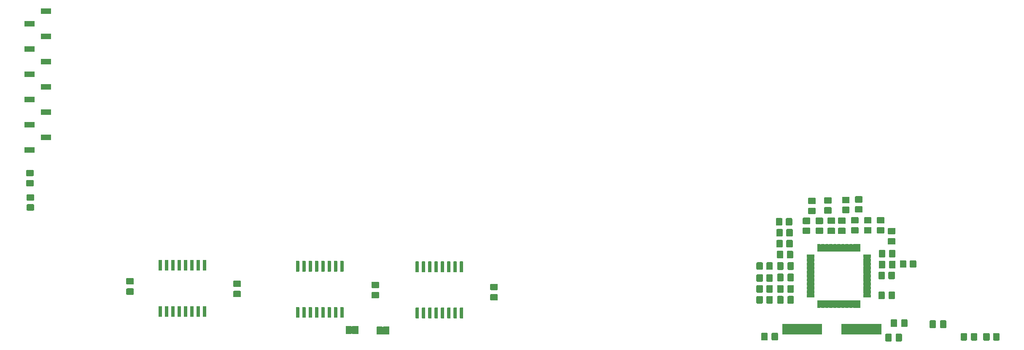
<source format=gbr>
G04 #@! TF.GenerationSoftware,KiCad,Pcbnew,5.1.5+dfsg1-2build2*
G04 #@! TF.CreationDate,2024-05-29T20:18:21+01:00*
G04 #@! TF.ProjectId,qt_touch1,71745f74-6f75-4636-9831-2e6b69636164,rev?*
G04 #@! TF.SameCoordinates,Original*
G04 #@! TF.FileFunction,Soldermask,Bot*
G04 #@! TF.FilePolarity,Negative*
%FSLAX46Y46*%
G04 Gerber Fmt 4.6, Leading zero omitted, Abs format (unit mm)*
G04 Created by KiCad (PCBNEW 5.1.5+dfsg1-2build2) date 2024-05-29 20:18:21*
%MOMM*%
%LPD*%
G04 APERTURE LIST*
%ADD10C,0.100000*%
G04 APERTURE END LIST*
D10*
G36*
X207914983Y-139628434D02*
G01*
X207952372Y-139639776D01*
X207986826Y-139658191D01*
X208017025Y-139682975D01*
X208041809Y-139713174D01*
X208060224Y-139747628D01*
X208071566Y-139785017D01*
X208076000Y-139830035D01*
X208076000Y-140969965D01*
X208071566Y-141014983D01*
X208060224Y-141052372D01*
X208041809Y-141086826D01*
X208017025Y-141117025D01*
X207986826Y-141141809D01*
X207952372Y-141160224D01*
X207914983Y-141171566D01*
X207869965Y-141176000D01*
X207005035Y-141176000D01*
X206960017Y-141171566D01*
X206922628Y-141160224D01*
X206888174Y-141141809D01*
X206857975Y-141117025D01*
X206833191Y-141086826D01*
X206814776Y-141052372D01*
X206803434Y-141014983D01*
X206799000Y-140969965D01*
X206799000Y-139830035D01*
X206803434Y-139785017D01*
X206814776Y-139747628D01*
X206833191Y-139713174D01*
X206857975Y-139682975D01*
X206888174Y-139658191D01*
X206922628Y-139639776D01*
X206960017Y-139628434D01*
X207005035Y-139624000D01*
X207869965Y-139624000D01*
X207914983Y-139628434D01*
G37*
G36*
X205839983Y-139628434D02*
G01*
X205877372Y-139639776D01*
X205911826Y-139658191D01*
X205942025Y-139682975D01*
X205966809Y-139713174D01*
X205985224Y-139747628D01*
X205996566Y-139785017D01*
X206001000Y-139830035D01*
X206001000Y-140969965D01*
X205996566Y-141014983D01*
X205985224Y-141052372D01*
X205966809Y-141086826D01*
X205942025Y-141117025D01*
X205911826Y-141141809D01*
X205877372Y-141160224D01*
X205839983Y-141171566D01*
X205794965Y-141176000D01*
X204930035Y-141176000D01*
X204885017Y-141171566D01*
X204847628Y-141160224D01*
X204813174Y-141141809D01*
X204782975Y-141117025D01*
X204758191Y-141086826D01*
X204739776Y-141052372D01*
X204728434Y-141014983D01*
X204724000Y-140969965D01*
X204724000Y-139830035D01*
X204728434Y-139785017D01*
X204739776Y-139747628D01*
X204758191Y-139713174D01*
X204782975Y-139682975D01*
X204813174Y-139658191D01*
X204847628Y-139639776D01*
X204885017Y-139628434D01*
X204930035Y-139624000D01*
X205794965Y-139624000D01*
X205839983Y-139628434D01*
G37*
G36*
X227516242Y-139503404D02*
G01*
X227553337Y-139514657D01*
X227587515Y-139532925D01*
X227617481Y-139557519D01*
X227642075Y-139587485D01*
X227660343Y-139621663D01*
X227671596Y-139658758D01*
X227676000Y-139703474D01*
X227676000Y-140796526D01*
X227671596Y-140841242D01*
X227660343Y-140878337D01*
X227642075Y-140912515D01*
X227617481Y-140942481D01*
X227587515Y-140967075D01*
X227553337Y-140985343D01*
X227516242Y-140996596D01*
X227471526Y-141001000D01*
X226578474Y-141001000D01*
X226533758Y-140996596D01*
X226496663Y-140985343D01*
X226462485Y-140967075D01*
X226432519Y-140942481D01*
X226407925Y-140912515D01*
X226389657Y-140878337D01*
X226378404Y-140841242D01*
X226374000Y-140796526D01*
X226374000Y-139703474D01*
X226378404Y-139658758D01*
X226389657Y-139621663D01*
X226407925Y-139587485D01*
X226432519Y-139557519D01*
X226462485Y-139532925D01*
X226496663Y-139514657D01*
X226533758Y-139503404D01*
X226578474Y-139499000D01*
X227471526Y-139499000D01*
X227516242Y-139503404D01*
G37*
G36*
X225516242Y-139503404D02*
G01*
X225553337Y-139514657D01*
X225587515Y-139532925D01*
X225617481Y-139557519D01*
X225642075Y-139587485D01*
X225660343Y-139621663D01*
X225671596Y-139658758D01*
X225676000Y-139703474D01*
X225676000Y-140796526D01*
X225671596Y-140841242D01*
X225660343Y-140878337D01*
X225642075Y-140912515D01*
X225617481Y-140942481D01*
X225587515Y-140967075D01*
X225553337Y-140985343D01*
X225516242Y-140996596D01*
X225471526Y-141001000D01*
X224578474Y-141001000D01*
X224533758Y-140996596D01*
X224496663Y-140985343D01*
X224462485Y-140967075D01*
X224432519Y-140942481D01*
X224407925Y-140912515D01*
X224389657Y-140878337D01*
X224378404Y-140841242D01*
X224374000Y-140796526D01*
X224374000Y-139703474D01*
X224378404Y-139658758D01*
X224389657Y-139621663D01*
X224407925Y-139587485D01*
X224432519Y-139557519D01*
X224462485Y-139532925D01*
X224496663Y-139514657D01*
X224533758Y-139503404D01*
X224578474Y-139499000D01*
X225471526Y-139499000D01*
X225516242Y-139503404D01*
G37*
G36*
X223013674Y-139503465D02*
G01*
X223051367Y-139514899D01*
X223086103Y-139533466D01*
X223116548Y-139558452D01*
X223141534Y-139588897D01*
X223160101Y-139623633D01*
X223171535Y-139661326D01*
X223176000Y-139706661D01*
X223176000Y-140793339D01*
X223171535Y-140838674D01*
X223160101Y-140876367D01*
X223141534Y-140911103D01*
X223116548Y-140941548D01*
X223086103Y-140966534D01*
X223051367Y-140985101D01*
X223013674Y-140996535D01*
X222968339Y-141001000D01*
X222131661Y-141001000D01*
X222086326Y-140996535D01*
X222048633Y-140985101D01*
X222013897Y-140966534D01*
X221983452Y-140941548D01*
X221958466Y-140911103D01*
X221939899Y-140876367D01*
X221928465Y-140838674D01*
X221924000Y-140793339D01*
X221924000Y-139706661D01*
X221928465Y-139661326D01*
X221939899Y-139623633D01*
X221958466Y-139588897D01*
X221983452Y-139558452D01*
X222013897Y-139533466D01*
X222048633Y-139514899D01*
X222086326Y-139503465D01*
X222131661Y-139499000D01*
X222968339Y-139499000D01*
X223013674Y-139503465D01*
G37*
G36*
X220963674Y-139503465D02*
G01*
X221001367Y-139514899D01*
X221036103Y-139533466D01*
X221066548Y-139558452D01*
X221091534Y-139588897D01*
X221110101Y-139623633D01*
X221121535Y-139661326D01*
X221126000Y-139706661D01*
X221126000Y-140793339D01*
X221121535Y-140838674D01*
X221110101Y-140876367D01*
X221091534Y-140911103D01*
X221066548Y-140941548D01*
X221036103Y-140966534D01*
X221001367Y-140985101D01*
X220963674Y-140996535D01*
X220918339Y-141001000D01*
X220081661Y-141001000D01*
X220036326Y-140996535D01*
X219998633Y-140985101D01*
X219963897Y-140966534D01*
X219933452Y-140941548D01*
X219908466Y-140911103D01*
X219889899Y-140876367D01*
X219878465Y-140838674D01*
X219874000Y-140793339D01*
X219874000Y-139706661D01*
X219878465Y-139661326D01*
X219889899Y-139623633D01*
X219908466Y-139588897D01*
X219933452Y-139558452D01*
X219963897Y-139533466D01*
X219998633Y-139514899D01*
X220036326Y-139503465D01*
X220081661Y-139499000D01*
X220918339Y-139499000D01*
X220963674Y-139503465D01*
G37*
G36*
X183014983Y-139428434D02*
G01*
X183052372Y-139439776D01*
X183086826Y-139458191D01*
X183117025Y-139482975D01*
X183141809Y-139513174D01*
X183160224Y-139547628D01*
X183171566Y-139585017D01*
X183176000Y-139630035D01*
X183176000Y-140769965D01*
X183171566Y-140814983D01*
X183160224Y-140852372D01*
X183141809Y-140886826D01*
X183117025Y-140917025D01*
X183086826Y-140941809D01*
X183052372Y-140960224D01*
X183014983Y-140971566D01*
X182969965Y-140976000D01*
X182105035Y-140976000D01*
X182060017Y-140971566D01*
X182022628Y-140960224D01*
X181988174Y-140941809D01*
X181957975Y-140917025D01*
X181933191Y-140886826D01*
X181914776Y-140852372D01*
X181903434Y-140814983D01*
X181899000Y-140769965D01*
X181899000Y-139630035D01*
X181903434Y-139585017D01*
X181914776Y-139547628D01*
X181933191Y-139513174D01*
X181957975Y-139482975D01*
X181988174Y-139458191D01*
X182022628Y-139439776D01*
X182060017Y-139428434D01*
X182105035Y-139424000D01*
X182969965Y-139424000D01*
X183014983Y-139428434D01*
G37*
G36*
X180939983Y-139428434D02*
G01*
X180977372Y-139439776D01*
X181011826Y-139458191D01*
X181042025Y-139482975D01*
X181066809Y-139513174D01*
X181085224Y-139547628D01*
X181096566Y-139585017D01*
X181101000Y-139630035D01*
X181101000Y-140769965D01*
X181096566Y-140814983D01*
X181085224Y-140852372D01*
X181066809Y-140886826D01*
X181042025Y-140917025D01*
X181011826Y-140941809D01*
X180977372Y-140960224D01*
X180939983Y-140971566D01*
X180894965Y-140976000D01*
X180030035Y-140976000D01*
X179985017Y-140971566D01*
X179947628Y-140960224D01*
X179913174Y-140941809D01*
X179882975Y-140917025D01*
X179858191Y-140886826D01*
X179839776Y-140852372D01*
X179828434Y-140814983D01*
X179824000Y-140769965D01*
X179824000Y-139630035D01*
X179828434Y-139585017D01*
X179839776Y-139547628D01*
X179858191Y-139513174D01*
X179882975Y-139482975D01*
X179913174Y-139458191D01*
X179947628Y-139439776D01*
X179985017Y-139428434D01*
X180030035Y-139424000D01*
X180894965Y-139424000D01*
X180939983Y-139428434D01*
G37*
G36*
X103684999Y-138199737D02*
G01*
X103694608Y-138202652D01*
X103703472Y-138207390D01*
X103711212Y-138213742D01*
X103711213Y-138213743D01*
X103711237Y-138213763D01*
X103717640Y-138221573D01*
X103717677Y-138221628D01*
X103725480Y-138231147D01*
X103725511Y-138231122D01*
X103736853Y-138244972D01*
X103755779Y-138260537D01*
X103777377Y-138272111D01*
X103800819Y-138279249D01*
X103825202Y-138281676D01*
X103849591Y-138279300D01*
X103873047Y-138272211D01*
X103894670Y-138260682D01*
X103913628Y-138245157D01*
X103929193Y-138226231D01*
X103931029Y-138223175D01*
X103932418Y-138221486D01*
X103932419Y-138221484D01*
X103938801Y-138213725D01*
X103946573Y-138207360D01*
X103946575Y-138207358D01*
X103955399Y-138202654D01*
X103955438Y-138202633D01*
X103965055Y-138199727D01*
X103965085Y-138199718D01*
X103981113Y-138198148D01*
X105118860Y-138198148D01*
X105134999Y-138199737D01*
X105144608Y-138202652D01*
X105153472Y-138207390D01*
X105161237Y-138213763D01*
X105167610Y-138221528D01*
X105172348Y-138230392D01*
X105175263Y-138240001D01*
X105176852Y-138256140D01*
X105176852Y-139743860D01*
X105175263Y-139759999D01*
X105172348Y-139769608D01*
X105167610Y-139778472D01*
X105161237Y-139786237D01*
X105153472Y-139792610D01*
X105144608Y-139797348D01*
X105134999Y-139800263D01*
X105118860Y-139801852D01*
X103981140Y-139801852D01*
X103965001Y-139800263D01*
X103955392Y-139797348D01*
X103946528Y-139792610D01*
X103938763Y-139786237D01*
X103928116Y-139773263D01*
X103921947Y-139764032D01*
X103904619Y-139746706D01*
X103884244Y-139733093D01*
X103861605Y-139723717D01*
X103837572Y-139718937D01*
X103813068Y-139718938D01*
X103789035Y-139723720D01*
X103766396Y-139733098D01*
X103746022Y-139746713D01*
X103728696Y-139764041D01*
X103721825Y-139773317D01*
X103717640Y-139778427D01*
X103711275Y-139786199D01*
X103703516Y-139792581D01*
X103694661Y-139797326D01*
X103691623Y-139798251D01*
X103685085Y-139800242D01*
X103685082Y-139800242D01*
X103685050Y-139800252D01*
X103675000Y-139801247D01*
X103674935Y-139801247D01*
X103668825Y-139801852D01*
X102681140Y-139801852D01*
X102665001Y-139800263D01*
X102655392Y-139797348D01*
X102646528Y-139792610D01*
X102638763Y-139786237D01*
X102632390Y-139778472D01*
X102627652Y-139769608D01*
X102624737Y-139759999D01*
X102623148Y-139743860D01*
X102623148Y-138256140D01*
X102624737Y-138240001D01*
X102627652Y-138230392D01*
X102632390Y-138221528D01*
X102638763Y-138213763D01*
X102646528Y-138207390D01*
X102655392Y-138202652D01*
X102665001Y-138199737D01*
X102681140Y-138198148D01*
X103668860Y-138198148D01*
X103684999Y-138199737D01*
G37*
G36*
X203926000Y-139751000D02*
G01*
X195949000Y-139751000D01*
X195949000Y-137649000D01*
X203926000Y-137649000D01*
X203926000Y-139751000D01*
G37*
G36*
X192051000Y-139751000D02*
G01*
X184074000Y-139751000D01*
X184074000Y-137649000D01*
X192051000Y-137649000D01*
X192051000Y-139751000D01*
G37*
G36*
X97484999Y-138099737D02*
G01*
X97494608Y-138102652D01*
X97503472Y-138107390D01*
X97511212Y-138113742D01*
X97511213Y-138113743D01*
X97511237Y-138113763D01*
X97517640Y-138121573D01*
X97517677Y-138121628D01*
X97525480Y-138131147D01*
X97525511Y-138131122D01*
X97536853Y-138144972D01*
X97555779Y-138160537D01*
X97577377Y-138172111D01*
X97600819Y-138179249D01*
X97625202Y-138181676D01*
X97649591Y-138179300D01*
X97673047Y-138172211D01*
X97694670Y-138160682D01*
X97713628Y-138145157D01*
X97729193Y-138126231D01*
X97731029Y-138123175D01*
X97732418Y-138121486D01*
X97732419Y-138121484D01*
X97738801Y-138113725D01*
X97746573Y-138107360D01*
X97746575Y-138107358D01*
X97755399Y-138102654D01*
X97755438Y-138102633D01*
X97765055Y-138099727D01*
X97765085Y-138099718D01*
X97781113Y-138098148D01*
X98918860Y-138098148D01*
X98934999Y-138099737D01*
X98944608Y-138102652D01*
X98953472Y-138107390D01*
X98961237Y-138113763D01*
X98967610Y-138121528D01*
X98972348Y-138130392D01*
X98975263Y-138140001D01*
X98976852Y-138156140D01*
X98976852Y-139643860D01*
X98975263Y-139659999D01*
X98972348Y-139669608D01*
X98967610Y-139678472D01*
X98961237Y-139686237D01*
X98953472Y-139692610D01*
X98944608Y-139697348D01*
X98934999Y-139700263D01*
X98918860Y-139701852D01*
X97781140Y-139701852D01*
X97765001Y-139700263D01*
X97755392Y-139697348D01*
X97746528Y-139692610D01*
X97738763Y-139686237D01*
X97728116Y-139673263D01*
X97721947Y-139664032D01*
X97704619Y-139646706D01*
X97684244Y-139633093D01*
X97661605Y-139623717D01*
X97637572Y-139618937D01*
X97613068Y-139618938D01*
X97589035Y-139623720D01*
X97566396Y-139633098D01*
X97546022Y-139646713D01*
X97528696Y-139664041D01*
X97521825Y-139673317D01*
X97517640Y-139678427D01*
X97511275Y-139686199D01*
X97503516Y-139692581D01*
X97494661Y-139697326D01*
X97491623Y-139698251D01*
X97485085Y-139700242D01*
X97485082Y-139700242D01*
X97485050Y-139700252D01*
X97475000Y-139701247D01*
X97474935Y-139701247D01*
X97468825Y-139701852D01*
X96481140Y-139701852D01*
X96465001Y-139700263D01*
X96455392Y-139697348D01*
X96446528Y-139692610D01*
X96438763Y-139686237D01*
X96432390Y-139678472D01*
X96427652Y-139669608D01*
X96424737Y-139659999D01*
X96423148Y-139643860D01*
X96423148Y-138156140D01*
X96424737Y-138140001D01*
X96427652Y-138130392D01*
X96432390Y-138121528D01*
X96438763Y-138113763D01*
X96446528Y-138107390D01*
X96455392Y-138102652D01*
X96465001Y-138099737D01*
X96481140Y-138098148D01*
X97468860Y-138098148D01*
X97484999Y-138099737D01*
G37*
G36*
X216814983Y-136928434D02*
G01*
X216852372Y-136939776D01*
X216886826Y-136958191D01*
X216917025Y-136982975D01*
X216941809Y-137013174D01*
X216960224Y-137047628D01*
X216971566Y-137085017D01*
X216976000Y-137130035D01*
X216976000Y-138269965D01*
X216971566Y-138314983D01*
X216960224Y-138352372D01*
X216941809Y-138386826D01*
X216917025Y-138417025D01*
X216886826Y-138441809D01*
X216852372Y-138460224D01*
X216814983Y-138471566D01*
X216769965Y-138476000D01*
X215905035Y-138476000D01*
X215860017Y-138471566D01*
X215822628Y-138460224D01*
X215788174Y-138441809D01*
X215757975Y-138417025D01*
X215733191Y-138386826D01*
X215714776Y-138352372D01*
X215703434Y-138314983D01*
X215699000Y-138269965D01*
X215699000Y-137130035D01*
X215703434Y-137085017D01*
X215714776Y-137047628D01*
X215733191Y-137013174D01*
X215757975Y-136982975D01*
X215788174Y-136958191D01*
X215822628Y-136939776D01*
X215860017Y-136928434D01*
X215905035Y-136924000D01*
X216769965Y-136924000D01*
X216814983Y-136928434D01*
G37*
G36*
X214739983Y-136928434D02*
G01*
X214777372Y-136939776D01*
X214811826Y-136958191D01*
X214842025Y-136982975D01*
X214866809Y-137013174D01*
X214885224Y-137047628D01*
X214896566Y-137085017D01*
X214901000Y-137130035D01*
X214901000Y-138269965D01*
X214896566Y-138314983D01*
X214885224Y-138352372D01*
X214866809Y-138386826D01*
X214842025Y-138417025D01*
X214811826Y-138441809D01*
X214777372Y-138460224D01*
X214739983Y-138471566D01*
X214694965Y-138476000D01*
X213830035Y-138476000D01*
X213785017Y-138471566D01*
X213747628Y-138460224D01*
X213713174Y-138441809D01*
X213682975Y-138417025D01*
X213658191Y-138386826D01*
X213639776Y-138352372D01*
X213628434Y-138314983D01*
X213624000Y-138269965D01*
X213624000Y-137130035D01*
X213628434Y-137085017D01*
X213639776Y-137047628D01*
X213658191Y-137013174D01*
X213682975Y-136982975D01*
X213713174Y-136958191D01*
X213747628Y-136939776D01*
X213785017Y-136928434D01*
X213830035Y-136924000D01*
X214694965Y-136924000D01*
X214739983Y-136928434D01*
G37*
G36*
X209014983Y-136728434D02*
G01*
X209052372Y-136739776D01*
X209086826Y-136758191D01*
X209117025Y-136782975D01*
X209141809Y-136813174D01*
X209160224Y-136847628D01*
X209171566Y-136885017D01*
X209176000Y-136930035D01*
X209176000Y-138069965D01*
X209171566Y-138114983D01*
X209160224Y-138152372D01*
X209141809Y-138186826D01*
X209117025Y-138217025D01*
X209086826Y-138241809D01*
X209052372Y-138260224D01*
X209014983Y-138271566D01*
X208969965Y-138276000D01*
X208105035Y-138276000D01*
X208060017Y-138271566D01*
X208022628Y-138260224D01*
X207988174Y-138241809D01*
X207957975Y-138217025D01*
X207933191Y-138186826D01*
X207914776Y-138152372D01*
X207903434Y-138114983D01*
X207899000Y-138069965D01*
X207899000Y-136930035D01*
X207903434Y-136885017D01*
X207914776Y-136847628D01*
X207933191Y-136813174D01*
X207957975Y-136782975D01*
X207988174Y-136758191D01*
X208022628Y-136739776D01*
X208060017Y-136728434D01*
X208105035Y-136724000D01*
X208969965Y-136724000D01*
X209014983Y-136728434D01*
G37*
G36*
X206939983Y-136728434D02*
G01*
X206977372Y-136739776D01*
X207011826Y-136758191D01*
X207042025Y-136782975D01*
X207066809Y-136813174D01*
X207085224Y-136847628D01*
X207096566Y-136885017D01*
X207101000Y-136930035D01*
X207101000Y-138069965D01*
X207096566Y-138114983D01*
X207085224Y-138152372D01*
X207066809Y-138186826D01*
X207042025Y-138217025D01*
X207011826Y-138241809D01*
X206977372Y-138260224D01*
X206939983Y-138271566D01*
X206894965Y-138276000D01*
X206030035Y-138276000D01*
X205985017Y-138271566D01*
X205947628Y-138260224D01*
X205913174Y-138241809D01*
X205882975Y-138217025D01*
X205858191Y-138186826D01*
X205839776Y-138152372D01*
X205828434Y-138114983D01*
X205824000Y-138069965D01*
X205824000Y-136930035D01*
X205828434Y-136885017D01*
X205839776Y-136847628D01*
X205858191Y-136813174D01*
X205882975Y-136782975D01*
X205913174Y-136758191D01*
X205947628Y-136739776D01*
X205985017Y-136728434D01*
X206030035Y-136724000D01*
X206894965Y-136724000D01*
X206939983Y-136728434D01*
G37*
G36*
X116094928Y-134376764D02*
G01*
X116116009Y-134383160D01*
X116135445Y-134393548D01*
X116152476Y-134407524D01*
X116166452Y-134424555D01*
X116176840Y-134443991D01*
X116183236Y-134465072D01*
X116186000Y-134493140D01*
X116186000Y-136406860D01*
X116183236Y-136434928D01*
X116176840Y-136456009D01*
X116166452Y-136475445D01*
X116152476Y-136492476D01*
X116135445Y-136506452D01*
X116116009Y-136516840D01*
X116094928Y-136523236D01*
X116066860Y-136526000D01*
X115603140Y-136526000D01*
X115575072Y-136523236D01*
X115553991Y-136516840D01*
X115534555Y-136506452D01*
X115517524Y-136492476D01*
X115503548Y-136475445D01*
X115493160Y-136456009D01*
X115486764Y-136434928D01*
X115484000Y-136406860D01*
X115484000Y-134493140D01*
X115486764Y-134465072D01*
X115493160Y-134443991D01*
X115503548Y-134424555D01*
X115517524Y-134407524D01*
X115534555Y-134393548D01*
X115553991Y-134383160D01*
X115575072Y-134376764D01*
X115603140Y-134374000D01*
X116066860Y-134374000D01*
X116094928Y-134376764D01*
G37*
G36*
X112284928Y-134376764D02*
G01*
X112306009Y-134383160D01*
X112325445Y-134393548D01*
X112342476Y-134407524D01*
X112356452Y-134424555D01*
X112366840Y-134443991D01*
X112373236Y-134465072D01*
X112376000Y-134493140D01*
X112376000Y-136406860D01*
X112373236Y-136434928D01*
X112366840Y-136456009D01*
X112356452Y-136475445D01*
X112342476Y-136492476D01*
X112325445Y-136506452D01*
X112306009Y-136516840D01*
X112284928Y-136523236D01*
X112256860Y-136526000D01*
X111793140Y-136526000D01*
X111765072Y-136523236D01*
X111743991Y-136516840D01*
X111724555Y-136506452D01*
X111707524Y-136492476D01*
X111693548Y-136475445D01*
X111683160Y-136456009D01*
X111676764Y-136434928D01*
X111674000Y-136406860D01*
X111674000Y-134493140D01*
X111676764Y-134465072D01*
X111683160Y-134443991D01*
X111693548Y-134424555D01*
X111707524Y-134407524D01*
X111724555Y-134393548D01*
X111743991Y-134383160D01*
X111765072Y-134376764D01*
X111793140Y-134374000D01*
X112256860Y-134374000D01*
X112284928Y-134376764D01*
G37*
G36*
X113554928Y-134376764D02*
G01*
X113576009Y-134383160D01*
X113595445Y-134393548D01*
X113612476Y-134407524D01*
X113626452Y-134424555D01*
X113636840Y-134443991D01*
X113643236Y-134465072D01*
X113646000Y-134493140D01*
X113646000Y-136406860D01*
X113643236Y-136434928D01*
X113636840Y-136456009D01*
X113626452Y-136475445D01*
X113612476Y-136492476D01*
X113595445Y-136506452D01*
X113576009Y-136516840D01*
X113554928Y-136523236D01*
X113526860Y-136526000D01*
X113063140Y-136526000D01*
X113035072Y-136523236D01*
X113013991Y-136516840D01*
X112994555Y-136506452D01*
X112977524Y-136492476D01*
X112963548Y-136475445D01*
X112953160Y-136456009D01*
X112946764Y-136434928D01*
X112944000Y-136406860D01*
X112944000Y-134493140D01*
X112946764Y-134465072D01*
X112953160Y-134443991D01*
X112963548Y-134424555D01*
X112977524Y-134407524D01*
X112994555Y-134393548D01*
X113013991Y-134383160D01*
X113035072Y-134376764D01*
X113063140Y-134374000D01*
X113526860Y-134374000D01*
X113554928Y-134376764D01*
G37*
G36*
X114824928Y-134376764D02*
G01*
X114846009Y-134383160D01*
X114865445Y-134393548D01*
X114882476Y-134407524D01*
X114896452Y-134424555D01*
X114906840Y-134443991D01*
X114913236Y-134465072D01*
X114916000Y-134493140D01*
X114916000Y-136406860D01*
X114913236Y-136434928D01*
X114906840Y-136456009D01*
X114896452Y-136475445D01*
X114882476Y-136492476D01*
X114865445Y-136506452D01*
X114846009Y-136516840D01*
X114824928Y-136523236D01*
X114796860Y-136526000D01*
X114333140Y-136526000D01*
X114305072Y-136523236D01*
X114283991Y-136516840D01*
X114264555Y-136506452D01*
X114247524Y-136492476D01*
X114233548Y-136475445D01*
X114223160Y-136456009D01*
X114216764Y-136434928D01*
X114214000Y-136406860D01*
X114214000Y-134493140D01*
X114216764Y-134465072D01*
X114223160Y-134443991D01*
X114233548Y-134424555D01*
X114247524Y-134407524D01*
X114264555Y-134393548D01*
X114283991Y-134383160D01*
X114305072Y-134376764D01*
X114333140Y-134374000D01*
X114796860Y-134374000D01*
X114824928Y-134376764D01*
G37*
G36*
X117364928Y-134376764D02*
G01*
X117386009Y-134383160D01*
X117405445Y-134393548D01*
X117422476Y-134407524D01*
X117436452Y-134424555D01*
X117446840Y-134443991D01*
X117453236Y-134465072D01*
X117456000Y-134493140D01*
X117456000Y-136406860D01*
X117453236Y-136434928D01*
X117446840Y-136456009D01*
X117436452Y-136475445D01*
X117422476Y-136492476D01*
X117405445Y-136506452D01*
X117386009Y-136516840D01*
X117364928Y-136523236D01*
X117336860Y-136526000D01*
X116873140Y-136526000D01*
X116845072Y-136523236D01*
X116823991Y-136516840D01*
X116804555Y-136506452D01*
X116787524Y-136492476D01*
X116773548Y-136475445D01*
X116763160Y-136456009D01*
X116756764Y-136434928D01*
X116754000Y-136406860D01*
X116754000Y-134493140D01*
X116756764Y-134465072D01*
X116763160Y-134443991D01*
X116773548Y-134424555D01*
X116787524Y-134407524D01*
X116804555Y-134393548D01*
X116823991Y-134383160D01*
X116845072Y-134376764D01*
X116873140Y-134374000D01*
X117336860Y-134374000D01*
X117364928Y-134376764D01*
G37*
G36*
X118634928Y-134376764D02*
G01*
X118656009Y-134383160D01*
X118675445Y-134393548D01*
X118692476Y-134407524D01*
X118706452Y-134424555D01*
X118716840Y-134443991D01*
X118723236Y-134465072D01*
X118726000Y-134493140D01*
X118726000Y-136406860D01*
X118723236Y-136434928D01*
X118716840Y-136456009D01*
X118706452Y-136475445D01*
X118692476Y-136492476D01*
X118675445Y-136506452D01*
X118656009Y-136516840D01*
X118634928Y-136523236D01*
X118606860Y-136526000D01*
X118143140Y-136526000D01*
X118115072Y-136523236D01*
X118093991Y-136516840D01*
X118074555Y-136506452D01*
X118057524Y-136492476D01*
X118043548Y-136475445D01*
X118033160Y-136456009D01*
X118026764Y-136434928D01*
X118024000Y-136406860D01*
X118024000Y-134493140D01*
X118026764Y-134465072D01*
X118033160Y-134443991D01*
X118043548Y-134424555D01*
X118057524Y-134407524D01*
X118074555Y-134393548D01*
X118093991Y-134383160D01*
X118115072Y-134376764D01*
X118143140Y-134374000D01*
X118606860Y-134374000D01*
X118634928Y-134376764D01*
G37*
G36*
X111014928Y-134376764D02*
G01*
X111036009Y-134383160D01*
X111055445Y-134393548D01*
X111072476Y-134407524D01*
X111086452Y-134424555D01*
X111096840Y-134443991D01*
X111103236Y-134465072D01*
X111106000Y-134493140D01*
X111106000Y-136406860D01*
X111103236Y-136434928D01*
X111096840Y-136456009D01*
X111086452Y-136475445D01*
X111072476Y-136492476D01*
X111055445Y-136506452D01*
X111036009Y-136516840D01*
X111014928Y-136523236D01*
X110986860Y-136526000D01*
X110523140Y-136526000D01*
X110495072Y-136523236D01*
X110473991Y-136516840D01*
X110454555Y-136506452D01*
X110437524Y-136492476D01*
X110423548Y-136475445D01*
X110413160Y-136456009D01*
X110406764Y-136434928D01*
X110404000Y-136406860D01*
X110404000Y-134493140D01*
X110406764Y-134465072D01*
X110413160Y-134443991D01*
X110423548Y-134424555D01*
X110437524Y-134407524D01*
X110454555Y-134393548D01*
X110473991Y-134383160D01*
X110495072Y-134376764D01*
X110523140Y-134374000D01*
X110986860Y-134374000D01*
X111014928Y-134376764D01*
G37*
G36*
X119904928Y-134376764D02*
G01*
X119926009Y-134383160D01*
X119945445Y-134393548D01*
X119962476Y-134407524D01*
X119976452Y-134424555D01*
X119986840Y-134443991D01*
X119993236Y-134465072D01*
X119996000Y-134493140D01*
X119996000Y-136406860D01*
X119993236Y-136434928D01*
X119986840Y-136456009D01*
X119976452Y-136475445D01*
X119962476Y-136492476D01*
X119945445Y-136506452D01*
X119926009Y-136516840D01*
X119904928Y-136523236D01*
X119876860Y-136526000D01*
X119413140Y-136526000D01*
X119385072Y-136523236D01*
X119363991Y-136516840D01*
X119344555Y-136506452D01*
X119327524Y-136492476D01*
X119313548Y-136475445D01*
X119303160Y-136456009D01*
X119296764Y-136434928D01*
X119294000Y-136406860D01*
X119294000Y-134493140D01*
X119296764Y-134465072D01*
X119303160Y-134443991D01*
X119313548Y-134424555D01*
X119327524Y-134407524D01*
X119344555Y-134393548D01*
X119363991Y-134383160D01*
X119385072Y-134376764D01*
X119413140Y-134374000D01*
X119876860Y-134374000D01*
X119904928Y-134376764D01*
G37*
G36*
X87014928Y-134276764D02*
G01*
X87036009Y-134283160D01*
X87055445Y-134293548D01*
X87072476Y-134307524D01*
X87086452Y-134324555D01*
X87096840Y-134343991D01*
X87103236Y-134365072D01*
X87106000Y-134393140D01*
X87106000Y-136306860D01*
X87103236Y-136334928D01*
X87096840Y-136356009D01*
X87086452Y-136375445D01*
X87072476Y-136392476D01*
X87055445Y-136406452D01*
X87036009Y-136416840D01*
X87014928Y-136423236D01*
X86986860Y-136426000D01*
X86523140Y-136426000D01*
X86495072Y-136423236D01*
X86473991Y-136416840D01*
X86454555Y-136406452D01*
X86437524Y-136392476D01*
X86423548Y-136375445D01*
X86413160Y-136356009D01*
X86406764Y-136334928D01*
X86404000Y-136306860D01*
X86404000Y-134393140D01*
X86406764Y-134365072D01*
X86413160Y-134343991D01*
X86423548Y-134324555D01*
X86437524Y-134307524D01*
X86454555Y-134293548D01*
X86473991Y-134283160D01*
X86495072Y-134276764D01*
X86523140Y-134274000D01*
X86986860Y-134274000D01*
X87014928Y-134276764D01*
G37*
G36*
X93364928Y-134276764D02*
G01*
X93386009Y-134283160D01*
X93405445Y-134293548D01*
X93422476Y-134307524D01*
X93436452Y-134324555D01*
X93446840Y-134343991D01*
X93453236Y-134365072D01*
X93456000Y-134393140D01*
X93456000Y-136306860D01*
X93453236Y-136334928D01*
X93446840Y-136356009D01*
X93436452Y-136375445D01*
X93422476Y-136392476D01*
X93405445Y-136406452D01*
X93386009Y-136416840D01*
X93364928Y-136423236D01*
X93336860Y-136426000D01*
X92873140Y-136426000D01*
X92845072Y-136423236D01*
X92823991Y-136416840D01*
X92804555Y-136406452D01*
X92787524Y-136392476D01*
X92773548Y-136375445D01*
X92763160Y-136356009D01*
X92756764Y-136334928D01*
X92754000Y-136306860D01*
X92754000Y-134393140D01*
X92756764Y-134365072D01*
X92763160Y-134343991D01*
X92773548Y-134324555D01*
X92787524Y-134307524D01*
X92804555Y-134293548D01*
X92823991Y-134283160D01*
X92845072Y-134276764D01*
X92873140Y-134274000D01*
X93336860Y-134274000D01*
X93364928Y-134276764D01*
G37*
G36*
X88284928Y-134276764D02*
G01*
X88306009Y-134283160D01*
X88325445Y-134293548D01*
X88342476Y-134307524D01*
X88356452Y-134324555D01*
X88366840Y-134343991D01*
X88373236Y-134365072D01*
X88376000Y-134393140D01*
X88376000Y-136306860D01*
X88373236Y-136334928D01*
X88366840Y-136356009D01*
X88356452Y-136375445D01*
X88342476Y-136392476D01*
X88325445Y-136406452D01*
X88306009Y-136416840D01*
X88284928Y-136423236D01*
X88256860Y-136426000D01*
X87793140Y-136426000D01*
X87765072Y-136423236D01*
X87743991Y-136416840D01*
X87724555Y-136406452D01*
X87707524Y-136392476D01*
X87693548Y-136375445D01*
X87683160Y-136356009D01*
X87676764Y-136334928D01*
X87674000Y-136306860D01*
X87674000Y-134393140D01*
X87676764Y-134365072D01*
X87683160Y-134343991D01*
X87693548Y-134324555D01*
X87707524Y-134307524D01*
X87724555Y-134293548D01*
X87743991Y-134283160D01*
X87765072Y-134276764D01*
X87793140Y-134274000D01*
X88256860Y-134274000D01*
X88284928Y-134276764D01*
G37*
G36*
X89554928Y-134276764D02*
G01*
X89576009Y-134283160D01*
X89595445Y-134293548D01*
X89612476Y-134307524D01*
X89626452Y-134324555D01*
X89636840Y-134343991D01*
X89643236Y-134365072D01*
X89646000Y-134393140D01*
X89646000Y-136306860D01*
X89643236Y-136334928D01*
X89636840Y-136356009D01*
X89626452Y-136375445D01*
X89612476Y-136392476D01*
X89595445Y-136406452D01*
X89576009Y-136416840D01*
X89554928Y-136423236D01*
X89526860Y-136426000D01*
X89063140Y-136426000D01*
X89035072Y-136423236D01*
X89013991Y-136416840D01*
X88994555Y-136406452D01*
X88977524Y-136392476D01*
X88963548Y-136375445D01*
X88953160Y-136356009D01*
X88946764Y-136334928D01*
X88944000Y-136306860D01*
X88944000Y-134393140D01*
X88946764Y-134365072D01*
X88953160Y-134343991D01*
X88963548Y-134324555D01*
X88977524Y-134307524D01*
X88994555Y-134293548D01*
X89013991Y-134283160D01*
X89035072Y-134276764D01*
X89063140Y-134274000D01*
X89526860Y-134274000D01*
X89554928Y-134276764D01*
G37*
G36*
X90824928Y-134276764D02*
G01*
X90846009Y-134283160D01*
X90865445Y-134293548D01*
X90882476Y-134307524D01*
X90896452Y-134324555D01*
X90906840Y-134343991D01*
X90913236Y-134365072D01*
X90916000Y-134393140D01*
X90916000Y-136306860D01*
X90913236Y-136334928D01*
X90906840Y-136356009D01*
X90896452Y-136375445D01*
X90882476Y-136392476D01*
X90865445Y-136406452D01*
X90846009Y-136416840D01*
X90824928Y-136423236D01*
X90796860Y-136426000D01*
X90333140Y-136426000D01*
X90305072Y-136423236D01*
X90283991Y-136416840D01*
X90264555Y-136406452D01*
X90247524Y-136392476D01*
X90233548Y-136375445D01*
X90223160Y-136356009D01*
X90216764Y-136334928D01*
X90214000Y-136306860D01*
X90214000Y-134393140D01*
X90216764Y-134365072D01*
X90223160Y-134343991D01*
X90233548Y-134324555D01*
X90247524Y-134307524D01*
X90264555Y-134293548D01*
X90283991Y-134283160D01*
X90305072Y-134276764D01*
X90333140Y-134274000D01*
X90796860Y-134274000D01*
X90824928Y-134276764D01*
G37*
G36*
X92094928Y-134276764D02*
G01*
X92116009Y-134283160D01*
X92135445Y-134293548D01*
X92152476Y-134307524D01*
X92166452Y-134324555D01*
X92176840Y-134343991D01*
X92183236Y-134365072D01*
X92186000Y-134393140D01*
X92186000Y-136306860D01*
X92183236Y-136334928D01*
X92176840Y-136356009D01*
X92166452Y-136375445D01*
X92152476Y-136392476D01*
X92135445Y-136406452D01*
X92116009Y-136416840D01*
X92094928Y-136423236D01*
X92066860Y-136426000D01*
X91603140Y-136426000D01*
X91575072Y-136423236D01*
X91553991Y-136416840D01*
X91534555Y-136406452D01*
X91517524Y-136392476D01*
X91503548Y-136375445D01*
X91493160Y-136356009D01*
X91486764Y-136334928D01*
X91484000Y-136306860D01*
X91484000Y-134393140D01*
X91486764Y-134365072D01*
X91493160Y-134343991D01*
X91503548Y-134324555D01*
X91517524Y-134307524D01*
X91534555Y-134293548D01*
X91553991Y-134283160D01*
X91575072Y-134276764D01*
X91603140Y-134274000D01*
X92066860Y-134274000D01*
X92094928Y-134276764D01*
G37*
G36*
X94634928Y-134276764D02*
G01*
X94656009Y-134283160D01*
X94675445Y-134293548D01*
X94692476Y-134307524D01*
X94706452Y-134324555D01*
X94716840Y-134343991D01*
X94723236Y-134365072D01*
X94726000Y-134393140D01*
X94726000Y-136306860D01*
X94723236Y-136334928D01*
X94716840Y-136356009D01*
X94706452Y-136375445D01*
X94692476Y-136392476D01*
X94675445Y-136406452D01*
X94656009Y-136416840D01*
X94634928Y-136423236D01*
X94606860Y-136426000D01*
X94143140Y-136426000D01*
X94115072Y-136423236D01*
X94093991Y-136416840D01*
X94074555Y-136406452D01*
X94057524Y-136392476D01*
X94043548Y-136375445D01*
X94033160Y-136356009D01*
X94026764Y-136334928D01*
X94024000Y-136306860D01*
X94024000Y-134393140D01*
X94026764Y-134365072D01*
X94033160Y-134343991D01*
X94043548Y-134324555D01*
X94057524Y-134307524D01*
X94074555Y-134293548D01*
X94093991Y-134283160D01*
X94115072Y-134276764D01*
X94143140Y-134274000D01*
X94606860Y-134274000D01*
X94634928Y-134276764D01*
G37*
G36*
X95904928Y-134276764D02*
G01*
X95926009Y-134283160D01*
X95945445Y-134293548D01*
X95962476Y-134307524D01*
X95976452Y-134324555D01*
X95986840Y-134343991D01*
X95993236Y-134365072D01*
X95996000Y-134393140D01*
X95996000Y-136306860D01*
X95993236Y-136334928D01*
X95986840Y-136356009D01*
X95976452Y-136375445D01*
X95962476Y-136392476D01*
X95945445Y-136406452D01*
X95926009Y-136416840D01*
X95904928Y-136423236D01*
X95876860Y-136426000D01*
X95413140Y-136426000D01*
X95385072Y-136423236D01*
X95363991Y-136416840D01*
X95344555Y-136406452D01*
X95327524Y-136392476D01*
X95313548Y-136375445D01*
X95303160Y-136356009D01*
X95296764Y-136334928D01*
X95294000Y-136306860D01*
X95294000Y-134393140D01*
X95296764Y-134365072D01*
X95303160Y-134343991D01*
X95313548Y-134324555D01*
X95327524Y-134307524D01*
X95344555Y-134293548D01*
X95363991Y-134283160D01*
X95385072Y-134276764D01*
X95413140Y-134274000D01*
X95876860Y-134274000D01*
X95904928Y-134276764D01*
G37*
G36*
X63224928Y-134076764D02*
G01*
X63246009Y-134083160D01*
X63265445Y-134093548D01*
X63282476Y-134107524D01*
X63296452Y-134124555D01*
X63306840Y-134143991D01*
X63313236Y-134165072D01*
X63316000Y-134193140D01*
X63316000Y-136106860D01*
X63313236Y-136134928D01*
X63306840Y-136156009D01*
X63296452Y-136175445D01*
X63282476Y-136192476D01*
X63265445Y-136206452D01*
X63246009Y-136216840D01*
X63224928Y-136223236D01*
X63196860Y-136226000D01*
X62733140Y-136226000D01*
X62705072Y-136223236D01*
X62683991Y-136216840D01*
X62664555Y-136206452D01*
X62647524Y-136192476D01*
X62633548Y-136175445D01*
X62623160Y-136156009D01*
X62616764Y-136134928D01*
X62614000Y-136106860D01*
X62614000Y-134193140D01*
X62616764Y-134165072D01*
X62623160Y-134143991D01*
X62633548Y-134124555D01*
X62647524Y-134107524D01*
X62664555Y-134093548D01*
X62683991Y-134083160D01*
X62705072Y-134076764D01*
X62733140Y-134074000D01*
X63196860Y-134074000D01*
X63224928Y-134076764D01*
G37*
G36*
X61954928Y-134076764D02*
G01*
X61976009Y-134083160D01*
X61995445Y-134093548D01*
X62012476Y-134107524D01*
X62026452Y-134124555D01*
X62036840Y-134143991D01*
X62043236Y-134165072D01*
X62046000Y-134193140D01*
X62046000Y-136106860D01*
X62043236Y-136134928D01*
X62036840Y-136156009D01*
X62026452Y-136175445D01*
X62012476Y-136192476D01*
X61995445Y-136206452D01*
X61976009Y-136216840D01*
X61954928Y-136223236D01*
X61926860Y-136226000D01*
X61463140Y-136226000D01*
X61435072Y-136223236D01*
X61413991Y-136216840D01*
X61394555Y-136206452D01*
X61377524Y-136192476D01*
X61363548Y-136175445D01*
X61353160Y-136156009D01*
X61346764Y-136134928D01*
X61344000Y-136106860D01*
X61344000Y-134193140D01*
X61346764Y-134165072D01*
X61353160Y-134143991D01*
X61363548Y-134124555D01*
X61377524Y-134107524D01*
X61394555Y-134093548D01*
X61413991Y-134083160D01*
X61435072Y-134076764D01*
X61463140Y-134074000D01*
X61926860Y-134074000D01*
X61954928Y-134076764D01*
G37*
G36*
X60684928Y-134076764D02*
G01*
X60706009Y-134083160D01*
X60725445Y-134093548D01*
X60742476Y-134107524D01*
X60756452Y-134124555D01*
X60766840Y-134143991D01*
X60773236Y-134165072D01*
X60776000Y-134193140D01*
X60776000Y-136106860D01*
X60773236Y-136134928D01*
X60766840Y-136156009D01*
X60756452Y-136175445D01*
X60742476Y-136192476D01*
X60725445Y-136206452D01*
X60706009Y-136216840D01*
X60684928Y-136223236D01*
X60656860Y-136226000D01*
X60193140Y-136226000D01*
X60165072Y-136223236D01*
X60143991Y-136216840D01*
X60124555Y-136206452D01*
X60107524Y-136192476D01*
X60093548Y-136175445D01*
X60083160Y-136156009D01*
X60076764Y-136134928D01*
X60074000Y-136106860D01*
X60074000Y-134193140D01*
X60076764Y-134165072D01*
X60083160Y-134143991D01*
X60093548Y-134124555D01*
X60107524Y-134107524D01*
X60124555Y-134093548D01*
X60143991Y-134083160D01*
X60165072Y-134076764D01*
X60193140Y-134074000D01*
X60656860Y-134074000D01*
X60684928Y-134076764D01*
G37*
G36*
X59414928Y-134076764D02*
G01*
X59436009Y-134083160D01*
X59455445Y-134093548D01*
X59472476Y-134107524D01*
X59486452Y-134124555D01*
X59496840Y-134143991D01*
X59503236Y-134165072D01*
X59506000Y-134193140D01*
X59506000Y-136106860D01*
X59503236Y-136134928D01*
X59496840Y-136156009D01*
X59486452Y-136175445D01*
X59472476Y-136192476D01*
X59455445Y-136206452D01*
X59436009Y-136216840D01*
X59414928Y-136223236D01*
X59386860Y-136226000D01*
X58923140Y-136226000D01*
X58895072Y-136223236D01*
X58873991Y-136216840D01*
X58854555Y-136206452D01*
X58837524Y-136192476D01*
X58823548Y-136175445D01*
X58813160Y-136156009D01*
X58806764Y-136134928D01*
X58804000Y-136106860D01*
X58804000Y-134193140D01*
X58806764Y-134165072D01*
X58813160Y-134143991D01*
X58823548Y-134124555D01*
X58837524Y-134107524D01*
X58854555Y-134093548D01*
X58873991Y-134083160D01*
X58895072Y-134076764D01*
X58923140Y-134074000D01*
X59386860Y-134074000D01*
X59414928Y-134076764D01*
G37*
G36*
X68304928Y-134076764D02*
G01*
X68326009Y-134083160D01*
X68345445Y-134093548D01*
X68362476Y-134107524D01*
X68376452Y-134124555D01*
X68386840Y-134143991D01*
X68393236Y-134165072D01*
X68396000Y-134193140D01*
X68396000Y-136106860D01*
X68393236Y-136134928D01*
X68386840Y-136156009D01*
X68376452Y-136175445D01*
X68362476Y-136192476D01*
X68345445Y-136206452D01*
X68326009Y-136216840D01*
X68304928Y-136223236D01*
X68276860Y-136226000D01*
X67813140Y-136226000D01*
X67785072Y-136223236D01*
X67763991Y-136216840D01*
X67744555Y-136206452D01*
X67727524Y-136192476D01*
X67713548Y-136175445D01*
X67703160Y-136156009D01*
X67696764Y-136134928D01*
X67694000Y-136106860D01*
X67694000Y-134193140D01*
X67696764Y-134165072D01*
X67703160Y-134143991D01*
X67713548Y-134124555D01*
X67727524Y-134107524D01*
X67744555Y-134093548D01*
X67763991Y-134083160D01*
X67785072Y-134076764D01*
X67813140Y-134074000D01*
X68276860Y-134074000D01*
X68304928Y-134076764D01*
G37*
G36*
X65764928Y-134076764D02*
G01*
X65786009Y-134083160D01*
X65805445Y-134093548D01*
X65822476Y-134107524D01*
X65836452Y-134124555D01*
X65846840Y-134143991D01*
X65853236Y-134165072D01*
X65856000Y-134193140D01*
X65856000Y-136106860D01*
X65853236Y-136134928D01*
X65846840Y-136156009D01*
X65836452Y-136175445D01*
X65822476Y-136192476D01*
X65805445Y-136206452D01*
X65786009Y-136216840D01*
X65764928Y-136223236D01*
X65736860Y-136226000D01*
X65273140Y-136226000D01*
X65245072Y-136223236D01*
X65223991Y-136216840D01*
X65204555Y-136206452D01*
X65187524Y-136192476D01*
X65173548Y-136175445D01*
X65163160Y-136156009D01*
X65156764Y-136134928D01*
X65154000Y-136106860D01*
X65154000Y-134193140D01*
X65156764Y-134165072D01*
X65163160Y-134143991D01*
X65173548Y-134124555D01*
X65187524Y-134107524D01*
X65204555Y-134093548D01*
X65223991Y-134083160D01*
X65245072Y-134076764D01*
X65273140Y-134074000D01*
X65736860Y-134074000D01*
X65764928Y-134076764D01*
G37*
G36*
X64494928Y-134076764D02*
G01*
X64516009Y-134083160D01*
X64535445Y-134093548D01*
X64552476Y-134107524D01*
X64566452Y-134124555D01*
X64576840Y-134143991D01*
X64583236Y-134165072D01*
X64586000Y-134193140D01*
X64586000Y-136106860D01*
X64583236Y-136134928D01*
X64576840Y-136156009D01*
X64566452Y-136175445D01*
X64552476Y-136192476D01*
X64535445Y-136206452D01*
X64516009Y-136216840D01*
X64494928Y-136223236D01*
X64466860Y-136226000D01*
X64003140Y-136226000D01*
X63975072Y-136223236D01*
X63953991Y-136216840D01*
X63934555Y-136206452D01*
X63917524Y-136192476D01*
X63903548Y-136175445D01*
X63893160Y-136156009D01*
X63886764Y-136134928D01*
X63884000Y-136106860D01*
X63884000Y-134193140D01*
X63886764Y-134165072D01*
X63893160Y-134143991D01*
X63903548Y-134124555D01*
X63917524Y-134107524D01*
X63934555Y-134093548D01*
X63953991Y-134083160D01*
X63975072Y-134076764D01*
X64003140Y-134074000D01*
X64466860Y-134074000D01*
X64494928Y-134076764D01*
G37*
G36*
X67034928Y-134076764D02*
G01*
X67056009Y-134083160D01*
X67075445Y-134093548D01*
X67092476Y-134107524D01*
X67106452Y-134124555D01*
X67116840Y-134143991D01*
X67123236Y-134165072D01*
X67126000Y-134193140D01*
X67126000Y-136106860D01*
X67123236Y-136134928D01*
X67116840Y-136156009D01*
X67106452Y-136175445D01*
X67092476Y-136192476D01*
X67075445Y-136206452D01*
X67056009Y-136216840D01*
X67034928Y-136223236D01*
X67006860Y-136226000D01*
X66543140Y-136226000D01*
X66515072Y-136223236D01*
X66493991Y-136216840D01*
X66474555Y-136206452D01*
X66457524Y-136192476D01*
X66443548Y-136175445D01*
X66433160Y-136156009D01*
X66426764Y-136134928D01*
X66424000Y-136106860D01*
X66424000Y-134193140D01*
X66426764Y-134165072D01*
X66433160Y-134143991D01*
X66443548Y-134124555D01*
X66457524Y-134107524D01*
X66474555Y-134093548D01*
X66493991Y-134083160D01*
X66515072Y-134076764D01*
X66543140Y-134074000D01*
X67006860Y-134074000D01*
X67034928Y-134076764D01*
G37*
G36*
X191644987Y-132876524D02*
G01*
X191663730Y-132882210D01*
X191680997Y-132891439D01*
X191696138Y-132903865D01*
X191703375Y-132912683D01*
X191720702Y-132930010D01*
X191741076Y-132943623D01*
X191763715Y-132953001D01*
X191787748Y-132957781D01*
X191812252Y-132957781D01*
X191836285Y-132953001D01*
X191858924Y-132943623D01*
X191879299Y-132930009D01*
X191896625Y-132912683D01*
X191903862Y-132903865D01*
X191919003Y-132891439D01*
X191936270Y-132882210D01*
X191955013Y-132876524D01*
X191980640Y-132874000D01*
X192419360Y-132874000D01*
X192444987Y-132876524D01*
X192463730Y-132882210D01*
X192480997Y-132891439D01*
X192496138Y-132903865D01*
X192503375Y-132912683D01*
X192520702Y-132930010D01*
X192541076Y-132943623D01*
X192563715Y-132953001D01*
X192587748Y-132957781D01*
X192612252Y-132957781D01*
X192636285Y-132953001D01*
X192658924Y-132943623D01*
X192679299Y-132930009D01*
X192696625Y-132912683D01*
X192703862Y-132903865D01*
X192719003Y-132891439D01*
X192736270Y-132882210D01*
X192755013Y-132876524D01*
X192780640Y-132874000D01*
X193219360Y-132874000D01*
X193244987Y-132876524D01*
X193263730Y-132882210D01*
X193280997Y-132891439D01*
X193296138Y-132903865D01*
X193303375Y-132912683D01*
X193320702Y-132930010D01*
X193341076Y-132943623D01*
X193363715Y-132953001D01*
X193387748Y-132957781D01*
X193412252Y-132957781D01*
X193436285Y-132953001D01*
X193458924Y-132943623D01*
X193479299Y-132930009D01*
X193496625Y-132912683D01*
X193503862Y-132903865D01*
X193519003Y-132891439D01*
X193536270Y-132882210D01*
X193555013Y-132876524D01*
X193580640Y-132874000D01*
X194019360Y-132874000D01*
X194044987Y-132876524D01*
X194063730Y-132882210D01*
X194080997Y-132891439D01*
X194096138Y-132903865D01*
X194103375Y-132912683D01*
X194120702Y-132930010D01*
X194141076Y-132943623D01*
X194163715Y-132953001D01*
X194187748Y-132957781D01*
X194212252Y-132957781D01*
X194236285Y-132953001D01*
X194258924Y-132943623D01*
X194279299Y-132930009D01*
X194296625Y-132912683D01*
X194303862Y-132903865D01*
X194319003Y-132891439D01*
X194336270Y-132882210D01*
X194355013Y-132876524D01*
X194380640Y-132874000D01*
X194819360Y-132874000D01*
X194844987Y-132876524D01*
X194863730Y-132882210D01*
X194880997Y-132891439D01*
X194896138Y-132903865D01*
X194903375Y-132912683D01*
X194920702Y-132930010D01*
X194941076Y-132943623D01*
X194963715Y-132953001D01*
X194987748Y-132957781D01*
X195012252Y-132957781D01*
X195036285Y-132953001D01*
X195058924Y-132943623D01*
X195079299Y-132930009D01*
X195096625Y-132912683D01*
X195103862Y-132903865D01*
X195119003Y-132891439D01*
X195136270Y-132882210D01*
X195155013Y-132876524D01*
X195180640Y-132874000D01*
X195619360Y-132874000D01*
X195644987Y-132876524D01*
X195663730Y-132882210D01*
X195680997Y-132891439D01*
X195696138Y-132903865D01*
X195703375Y-132912683D01*
X195720702Y-132930010D01*
X195741076Y-132943623D01*
X195763715Y-132953001D01*
X195787748Y-132957781D01*
X195812252Y-132957781D01*
X195836285Y-132953001D01*
X195858924Y-132943623D01*
X195879299Y-132930009D01*
X195896625Y-132912683D01*
X195903862Y-132903865D01*
X195919003Y-132891439D01*
X195936270Y-132882210D01*
X195955013Y-132876524D01*
X195980640Y-132874000D01*
X196419360Y-132874000D01*
X196444987Y-132876524D01*
X196463730Y-132882210D01*
X196480997Y-132891439D01*
X196496138Y-132903865D01*
X196503375Y-132912683D01*
X196520702Y-132930010D01*
X196541076Y-132943623D01*
X196563715Y-132953001D01*
X196587748Y-132957781D01*
X196612252Y-132957781D01*
X196636285Y-132953001D01*
X196658924Y-132943623D01*
X196679299Y-132930009D01*
X196696625Y-132912683D01*
X196703862Y-132903865D01*
X196719003Y-132891439D01*
X196736270Y-132882210D01*
X196755013Y-132876524D01*
X196780640Y-132874000D01*
X197219360Y-132874000D01*
X197244987Y-132876524D01*
X197263730Y-132882210D01*
X197280997Y-132891439D01*
X197296138Y-132903865D01*
X197303375Y-132912683D01*
X197320702Y-132930010D01*
X197341076Y-132943623D01*
X197363715Y-132953001D01*
X197387748Y-132957781D01*
X197412252Y-132957781D01*
X197436285Y-132953001D01*
X197458924Y-132943623D01*
X197479299Y-132930009D01*
X197496625Y-132912683D01*
X197503862Y-132903865D01*
X197519003Y-132891439D01*
X197536270Y-132882210D01*
X197555013Y-132876524D01*
X197580640Y-132874000D01*
X198019360Y-132874000D01*
X198044987Y-132876524D01*
X198063730Y-132882210D01*
X198080997Y-132891439D01*
X198096138Y-132903865D01*
X198103375Y-132912683D01*
X198120702Y-132930010D01*
X198141076Y-132943623D01*
X198163715Y-132953001D01*
X198187748Y-132957781D01*
X198212252Y-132957781D01*
X198236285Y-132953001D01*
X198258924Y-132943623D01*
X198279299Y-132930009D01*
X198296625Y-132912683D01*
X198303862Y-132903865D01*
X198319003Y-132891439D01*
X198336270Y-132882210D01*
X198355013Y-132876524D01*
X198380640Y-132874000D01*
X198819360Y-132874000D01*
X198844987Y-132876524D01*
X198863730Y-132882210D01*
X198880997Y-132891439D01*
X198896138Y-132903865D01*
X198903375Y-132912683D01*
X198920702Y-132930010D01*
X198941076Y-132943623D01*
X198963715Y-132953001D01*
X198987748Y-132957781D01*
X199012252Y-132957781D01*
X199036285Y-132953001D01*
X199058924Y-132943623D01*
X199079299Y-132930009D01*
X199096625Y-132912683D01*
X199103862Y-132903865D01*
X199119003Y-132891439D01*
X199136270Y-132882210D01*
X199155013Y-132876524D01*
X199180640Y-132874000D01*
X199619360Y-132874000D01*
X199644987Y-132876524D01*
X199663730Y-132882210D01*
X199680997Y-132891439D01*
X199696136Y-132903864D01*
X199708561Y-132919003D01*
X199717790Y-132936270D01*
X199723476Y-132955013D01*
X199726000Y-132980640D01*
X199726000Y-134344360D01*
X199723476Y-134369987D01*
X199717790Y-134388730D01*
X199708561Y-134405997D01*
X199696136Y-134421136D01*
X199680997Y-134433561D01*
X199663730Y-134442790D01*
X199644987Y-134448476D01*
X199619360Y-134451000D01*
X199180640Y-134451000D01*
X199155013Y-134448476D01*
X199136270Y-134442790D01*
X199119003Y-134433561D01*
X199103862Y-134421135D01*
X199096625Y-134412317D01*
X199079298Y-134394990D01*
X199058924Y-134381377D01*
X199036285Y-134371999D01*
X199012252Y-134367219D01*
X198987748Y-134367219D01*
X198963715Y-134371999D01*
X198941076Y-134381377D01*
X198920701Y-134394991D01*
X198903375Y-134412317D01*
X198896138Y-134421135D01*
X198880997Y-134433561D01*
X198863730Y-134442790D01*
X198844987Y-134448476D01*
X198819360Y-134451000D01*
X198380640Y-134451000D01*
X198355013Y-134448476D01*
X198336270Y-134442790D01*
X198319003Y-134433561D01*
X198303862Y-134421135D01*
X198296625Y-134412317D01*
X198279298Y-134394990D01*
X198258924Y-134381377D01*
X198236285Y-134371999D01*
X198212252Y-134367219D01*
X198187748Y-134367219D01*
X198163715Y-134371999D01*
X198141076Y-134381377D01*
X198120701Y-134394991D01*
X198103375Y-134412317D01*
X198096138Y-134421135D01*
X198080997Y-134433561D01*
X198063730Y-134442790D01*
X198044987Y-134448476D01*
X198019360Y-134451000D01*
X197580640Y-134451000D01*
X197555013Y-134448476D01*
X197536270Y-134442790D01*
X197519003Y-134433561D01*
X197503862Y-134421135D01*
X197496625Y-134412317D01*
X197479298Y-134394990D01*
X197458924Y-134381377D01*
X197436285Y-134371999D01*
X197412252Y-134367219D01*
X197387748Y-134367219D01*
X197363715Y-134371999D01*
X197341076Y-134381377D01*
X197320701Y-134394991D01*
X197303375Y-134412317D01*
X197296138Y-134421135D01*
X197280997Y-134433561D01*
X197263730Y-134442790D01*
X197244987Y-134448476D01*
X197219360Y-134451000D01*
X196780640Y-134451000D01*
X196755013Y-134448476D01*
X196736270Y-134442790D01*
X196719003Y-134433561D01*
X196703862Y-134421135D01*
X196696625Y-134412317D01*
X196679298Y-134394990D01*
X196658924Y-134381377D01*
X196636285Y-134371999D01*
X196612252Y-134367219D01*
X196587748Y-134367219D01*
X196563715Y-134371999D01*
X196541076Y-134381377D01*
X196520701Y-134394991D01*
X196503375Y-134412317D01*
X196496138Y-134421135D01*
X196480997Y-134433561D01*
X196463730Y-134442790D01*
X196444987Y-134448476D01*
X196419360Y-134451000D01*
X195980640Y-134451000D01*
X195955013Y-134448476D01*
X195936270Y-134442790D01*
X195919003Y-134433561D01*
X195903862Y-134421135D01*
X195896625Y-134412317D01*
X195879298Y-134394990D01*
X195858924Y-134381377D01*
X195836285Y-134371999D01*
X195812252Y-134367219D01*
X195787748Y-134367219D01*
X195763715Y-134371999D01*
X195741076Y-134381377D01*
X195720701Y-134394991D01*
X195703375Y-134412317D01*
X195696138Y-134421135D01*
X195680997Y-134433561D01*
X195663730Y-134442790D01*
X195644987Y-134448476D01*
X195619360Y-134451000D01*
X195180640Y-134451000D01*
X195155013Y-134448476D01*
X195136270Y-134442790D01*
X195119003Y-134433561D01*
X195103862Y-134421135D01*
X195096625Y-134412317D01*
X195079298Y-134394990D01*
X195058924Y-134381377D01*
X195036285Y-134371999D01*
X195012252Y-134367219D01*
X194987748Y-134367219D01*
X194963715Y-134371999D01*
X194941076Y-134381377D01*
X194920701Y-134394991D01*
X194903375Y-134412317D01*
X194896138Y-134421135D01*
X194880997Y-134433561D01*
X194863730Y-134442790D01*
X194844987Y-134448476D01*
X194819360Y-134451000D01*
X194380640Y-134451000D01*
X194355013Y-134448476D01*
X194336270Y-134442790D01*
X194319003Y-134433561D01*
X194303862Y-134421135D01*
X194296625Y-134412317D01*
X194279298Y-134394990D01*
X194258924Y-134381377D01*
X194236285Y-134371999D01*
X194212252Y-134367219D01*
X194187748Y-134367219D01*
X194163715Y-134371999D01*
X194141076Y-134381377D01*
X194120701Y-134394991D01*
X194103375Y-134412317D01*
X194096138Y-134421135D01*
X194080997Y-134433561D01*
X194063730Y-134442790D01*
X194044987Y-134448476D01*
X194019360Y-134451000D01*
X193580640Y-134451000D01*
X193555013Y-134448476D01*
X193536270Y-134442790D01*
X193519003Y-134433561D01*
X193503862Y-134421135D01*
X193496625Y-134412317D01*
X193479298Y-134394990D01*
X193458924Y-134381377D01*
X193436285Y-134371999D01*
X193412252Y-134367219D01*
X193387748Y-134367219D01*
X193363715Y-134371999D01*
X193341076Y-134381377D01*
X193320701Y-134394991D01*
X193303375Y-134412317D01*
X193296138Y-134421135D01*
X193280997Y-134433561D01*
X193263730Y-134442790D01*
X193244987Y-134448476D01*
X193219360Y-134451000D01*
X192780640Y-134451000D01*
X192755013Y-134448476D01*
X192736270Y-134442790D01*
X192719003Y-134433561D01*
X192703862Y-134421135D01*
X192696625Y-134412317D01*
X192679298Y-134394990D01*
X192658924Y-134381377D01*
X192636285Y-134371999D01*
X192612252Y-134367219D01*
X192587748Y-134367219D01*
X192563715Y-134371999D01*
X192541076Y-134381377D01*
X192520701Y-134394991D01*
X192503375Y-134412317D01*
X192496138Y-134421135D01*
X192480997Y-134433561D01*
X192463730Y-134442790D01*
X192444987Y-134448476D01*
X192419360Y-134451000D01*
X191980640Y-134451000D01*
X191955013Y-134448476D01*
X191936270Y-134442790D01*
X191919003Y-134433561D01*
X191903862Y-134421135D01*
X191896625Y-134412317D01*
X191879298Y-134394990D01*
X191858924Y-134381377D01*
X191836285Y-134371999D01*
X191812252Y-134367219D01*
X191787748Y-134367219D01*
X191763715Y-134371999D01*
X191741076Y-134381377D01*
X191720701Y-134394991D01*
X191703375Y-134412317D01*
X191696138Y-134421135D01*
X191680997Y-134433561D01*
X191663730Y-134442790D01*
X191644987Y-134448476D01*
X191619360Y-134451000D01*
X191180640Y-134451000D01*
X191155013Y-134448476D01*
X191136270Y-134442790D01*
X191119003Y-134433561D01*
X191103864Y-134421136D01*
X191091439Y-134405997D01*
X191082210Y-134388730D01*
X191076524Y-134369987D01*
X191074000Y-134344360D01*
X191074000Y-132980640D01*
X191076524Y-132955013D01*
X191082210Y-132936270D01*
X191091439Y-132919003D01*
X191103864Y-132903864D01*
X191119003Y-132891439D01*
X191136270Y-132882210D01*
X191155013Y-132876524D01*
X191180640Y-132874000D01*
X191619360Y-132874000D01*
X191644987Y-132876524D01*
G37*
G36*
X186214983Y-132028434D02*
G01*
X186252372Y-132039776D01*
X186286826Y-132058191D01*
X186317025Y-132082975D01*
X186341809Y-132113174D01*
X186360224Y-132147628D01*
X186371566Y-132185017D01*
X186376000Y-132230035D01*
X186376000Y-133369965D01*
X186371566Y-133414983D01*
X186360224Y-133452372D01*
X186341809Y-133486826D01*
X186317025Y-133517025D01*
X186286826Y-133541809D01*
X186252372Y-133560224D01*
X186214983Y-133571566D01*
X186169965Y-133576000D01*
X185305035Y-133576000D01*
X185260017Y-133571566D01*
X185222628Y-133560224D01*
X185188174Y-133541809D01*
X185157975Y-133517025D01*
X185133191Y-133486826D01*
X185114776Y-133452372D01*
X185103434Y-133414983D01*
X185099000Y-133369965D01*
X185099000Y-132230035D01*
X185103434Y-132185017D01*
X185114776Y-132147628D01*
X185133191Y-132113174D01*
X185157975Y-132082975D01*
X185188174Y-132058191D01*
X185222628Y-132039776D01*
X185260017Y-132028434D01*
X185305035Y-132024000D01*
X186169965Y-132024000D01*
X186214983Y-132028434D01*
G37*
G36*
X184139983Y-132028434D02*
G01*
X184177372Y-132039776D01*
X184211826Y-132058191D01*
X184242025Y-132082975D01*
X184266809Y-132113174D01*
X184285224Y-132147628D01*
X184296566Y-132185017D01*
X184301000Y-132230035D01*
X184301000Y-133369965D01*
X184296566Y-133414983D01*
X184285224Y-133452372D01*
X184266809Y-133486826D01*
X184242025Y-133517025D01*
X184211826Y-133541809D01*
X184177372Y-133560224D01*
X184139983Y-133571566D01*
X184094965Y-133576000D01*
X183230035Y-133576000D01*
X183185017Y-133571566D01*
X183147628Y-133560224D01*
X183113174Y-133541809D01*
X183082975Y-133517025D01*
X183058191Y-133486826D01*
X183039776Y-133452372D01*
X183028434Y-133414983D01*
X183024000Y-133369965D01*
X183024000Y-132230035D01*
X183028434Y-132185017D01*
X183039776Y-132147628D01*
X183058191Y-132113174D01*
X183082975Y-132082975D01*
X183113174Y-132058191D01*
X183147628Y-132039776D01*
X183185017Y-132028434D01*
X183230035Y-132024000D01*
X184094965Y-132024000D01*
X184139983Y-132028434D01*
G37*
G36*
X181991242Y-132053404D02*
G01*
X182028337Y-132064657D01*
X182062515Y-132082925D01*
X182092481Y-132107519D01*
X182117075Y-132137485D01*
X182135343Y-132171663D01*
X182146596Y-132208758D01*
X182151000Y-132253474D01*
X182151000Y-133346526D01*
X182146596Y-133391242D01*
X182135343Y-133428337D01*
X182117075Y-133462515D01*
X182092481Y-133492481D01*
X182062515Y-133517075D01*
X182028337Y-133535343D01*
X181991242Y-133546596D01*
X181946526Y-133551000D01*
X181053474Y-133551000D01*
X181008758Y-133546596D01*
X180971663Y-133535343D01*
X180937485Y-133517075D01*
X180907519Y-133492481D01*
X180882925Y-133462515D01*
X180864657Y-133428337D01*
X180853404Y-133391242D01*
X180849000Y-133346526D01*
X180849000Y-132253474D01*
X180853404Y-132208758D01*
X180864657Y-132171663D01*
X180882925Y-132137485D01*
X180907519Y-132107519D01*
X180937485Y-132082925D01*
X180971663Y-132064657D01*
X181008758Y-132053404D01*
X181053474Y-132049000D01*
X181946526Y-132049000D01*
X181991242Y-132053404D01*
G37*
G36*
X179991242Y-132053404D02*
G01*
X180028337Y-132064657D01*
X180062515Y-132082925D01*
X180092481Y-132107519D01*
X180117075Y-132137485D01*
X180135343Y-132171663D01*
X180146596Y-132208758D01*
X180151000Y-132253474D01*
X180151000Y-133346526D01*
X180146596Y-133391242D01*
X180135343Y-133428337D01*
X180117075Y-133462515D01*
X180092481Y-133492481D01*
X180062515Y-133517075D01*
X180028337Y-133535343D01*
X179991242Y-133546596D01*
X179946526Y-133551000D01*
X179053474Y-133551000D01*
X179008758Y-133546596D01*
X178971663Y-133535343D01*
X178937485Y-133517075D01*
X178907519Y-133492481D01*
X178882925Y-133462515D01*
X178864657Y-133428337D01*
X178853404Y-133391242D01*
X178849000Y-133346526D01*
X178849000Y-132253474D01*
X178853404Y-132208758D01*
X178864657Y-132171663D01*
X178882925Y-132137485D01*
X178907519Y-132107519D01*
X178937485Y-132082925D01*
X178971663Y-132064657D01*
X179008758Y-132053404D01*
X179053474Y-132049000D01*
X179946526Y-132049000D01*
X179991242Y-132053404D01*
G37*
G36*
X126789983Y-131653434D02*
G01*
X126827372Y-131664776D01*
X126861826Y-131683191D01*
X126892025Y-131707975D01*
X126916809Y-131738174D01*
X126935224Y-131772628D01*
X126946566Y-131810017D01*
X126951000Y-131855035D01*
X126951000Y-132719965D01*
X126946566Y-132764983D01*
X126935224Y-132802372D01*
X126916809Y-132836826D01*
X126892025Y-132867025D01*
X126861826Y-132891809D01*
X126827372Y-132910224D01*
X126789983Y-132921566D01*
X126744965Y-132926000D01*
X125605035Y-132926000D01*
X125560017Y-132921566D01*
X125522628Y-132910224D01*
X125488174Y-132891809D01*
X125457975Y-132867025D01*
X125433191Y-132836826D01*
X125414776Y-132802372D01*
X125403434Y-132764983D01*
X125399000Y-132719965D01*
X125399000Y-131855035D01*
X125403434Y-131810017D01*
X125414776Y-131772628D01*
X125433191Y-131738174D01*
X125457975Y-131707975D01*
X125488174Y-131683191D01*
X125522628Y-131664776D01*
X125560017Y-131653434D01*
X125605035Y-131649000D01*
X126744965Y-131649000D01*
X126789983Y-131653434D01*
G37*
G36*
X206514983Y-131128434D02*
G01*
X206552372Y-131139776D01*
X206586826Y-131158191D01*
X206617025Y-131182975D01*
X206641809Y-131213174D01*
X206660224Y-131247628D01*
X206671566Y-131285017D01*
X206676000Y-131330035D01*
X206676000Y-132469965D01*
X206671566Y-132514983D01*
X206660224Y-132552372D01*
X206641809Y-132586826D01*
X206617025Y-132617025D01*
X206586826Y-132641809D01*
X206552372Y-132660224D01*
X206514983Y-132671566D01*
X206469965Y-132676000D01*
X205605035Y-132676000D01*
X205560017Y-132671566D01*
X205522628Y-132660224D01*
X205488174Y-132641809D01*
X205457975Y-132617025D01*
X205433191Y-132586826D01*
X205414776Y-132552372D01*
X205403434Y-132514983D01*
X205399000Y-132469965D01*
X205399000Y-131330035D01*
X205403434Y-131285017D01*
X205414776Y-131247628D01*
X205433191Y-131213174D01*
X205457975Y-131182975D01*
X205488174Y-131158191D01*
X205522628Y-131139776D01*
X205560017Y-131128434D01*
X205605035Y-131124000D01*
X206469965Y-131124000D01*
X206514983Y-131128434D01*
G37*
G36*
X204439983Y-131128434D02*
G01*
X204477372Y-131139776D01*
X204511826Y-131158191D01*
X204542025Y-131182975D01*
X204566809Y-131213174D01*
X204585224Y-131247628D01*
X204596566Y-131285017D01*
X204601000Y-131330035D01*
X204601000Y-132469965D01*
X204596566Y-132514983D01*
X204585224Y-132552372D01*
X204566809Y-132586826D01*
X204542025Y-132617025D01*
X204511826Y-132641809D01*
X204477372Y-132660224D01*
X204439983Y-132671566D01*
X204394965Y-132676000D01*
X203530035Y-132676000D01*
X203485017Y-132671566D01*
X203447628Y-132660224D01*
X203413174Y-132641809D01*
X203382975Y-132617025D01*
X203358191Y-132586826D01*
X203339776Y-132552372D01*
X203328434Y-132514983D01*
X203324000Y-132469965D01*
X203324000Y-131330035D01*
X203328434Y-131285017D01*
X203339776Y-131247628D01*
X203358191Y-131213174D01*
X203382975Y-131182975D01*
X203413174Y-131158191D01*
X203447628Y-131139776D01*
X203485017Y-131128434D01*
X203530035Y-131124000D01*
X204394965Y-131124000D01*
X204439983Y-131128434D01*
G37*
G36*
X102964983Y-131228434D02*
G01*
X103002372Y-131239776D01*
X103036826Y-131258191D01*
X103067025Y-131282975D01*
X103091809Y-131313174D01*
X103110224Y-131347628D01*
X103121566Y-131385017D01*
X103126000Y-131430035D01*
X103126000Y-132294965D01*
X103121566Y-132339983D01*
X103110224Y-132377372D01*
X103091809Y-132411826D01*
X103067025Y-132442025D01*
X103036826Y-132466809D01*
X103002372Y-132485224D01*
X102964983Y-132496566D01*
X102919965Y-132501000D01*
X101780035Y-132501000D01*
X101735017Y-132496566D01*
X101697628Y-132485224D01*
X101663174Y-132466809D01*
X101632975Y-132442025D01*
X101608191Y-132411826D01*
X101589776Y-132377372D01*
X101578434Y-132339983D01*
X101574000Y-132294965D01*
X101574000Y-131430035D01*
X101578434Y-131385017D01*
X101589776Y-131347628D01*
X101608191Y-131313174D01*
X101632975Y-131282975D01*
X101663174Y-131258191D01*
X101697628Y-131239776D01*
X101735017Y-131228434D01*
X101780035Y-131224000D01*
X102919965Y-131224000D01*
X102964983Y-131228434D01*
G37*
G36*
X201769987Y-123676524D02*
G01*
X201788730Y-123682210D01*
X201805997Y-123691439D01*
X201821136Y-123703864D01*
X201833561Y-123719003D01*
X201842790Y-123736270D01*
X201848476Y-123755013D01*
X201851000Y-123780640D01*
X201851000Y-124219360D01*
X201848476Y-124244987D01*
X201842790Y-124263730D01*
X201833561Y-124280997D01*
X201821135Y-124296138D01*
X201812317Y-124303375D01*
X201794990Y-124320702D01*
X201781377Y-124341076D01*
X201771999Y-124363715D01*
X201767219Y-124387748D01*
X201767219Y-124412252D01*
X201771999Y-124436285D01*
X201781377Y-124458924D01*
X201794991Y-124479299D01*
X201812317Y-124496625D01*
X201821135Y-124503862D01*
X201833561Y-124519003D01*
X201842790Y-124536270D01*
X201848476Y-124555013D01*
X201851000Y-124580640D01*
X201851000Y-125019360D01*
X201848476Y-125044987D01*
X201842790Y-125063730D01*
X201833561Y-125080997D01*
X201821135Y-125096138D01*
X201812317Y-125103375D01*
X201794990Y-125120702D01*
X201781377Y-125141076D01*
X201771999Y-125163715D01*
X201767219Y-125187748D01*
X201767219Y-125212252D01*
X201771999Y-125236285D01*
X201781377Y-125258924D01*
X201794991Y-125279299D01*
X201812317Y-125296625D01*
X201821135Y-125303862D01*
X201833561Y-125319003D01*
X201842790Y-125336270D01*
X201848476Y-125355013D01*
X201851000Y-125380640D01*
X201851000Y-125819360D01*
X201848476Y-125844987D01*
X201842790Y-125863730D01*
X201833561Y-125880997D01*
X201821135Y-125896138D01*
X201812317Y-125903375D01*
X201794990Y-125920702D01*
X201781377Y-125941076D01*
X201771999Y-125963715D01*
X201767219Y-125987748D01*
X201767219Y-126012252D01*
X201771999Y-126036285D01*
X201781377Y-126058924D01*
X201794991Y-126079299D01*
X201812317Y-126096625D01*
X201821135Y-126103862D01*
X201833561Y-126119003D01*
X201842790Y-126136270D01*
X201848476Y-126155013D01*
X201851000Y-126180640D01*
X201851000Y-126619360D01*
X201848476Y-126644987D01*
X201842790Y-126663730D01*
X201833561Y-126680997D01*
X201821135Y-126696138D01*
X201812317Y-126703375D01*
X201794990Y-126720702D01*
X201781377Y-126741076D01*
X201771999Y-126763715D01*
X201767219Y-126787748D01*
X201767219Y-126812252D01*
X201771999Y-126836285D01*
X201781377Y-126858924D01*
X201794991Y-126879299D01*
X201812317Y-126896625D01*
X201821135Y-126903862D01*
X201833561Y-126919003D01*
X201842790Y-126936270D01*
X201848476Y-126955013D01*
X201851000Y-126980640D01*
X201851000Y-127419360D01*
X201848476Y-127444987D01*
X201842790Y-127463730D01*
X201833561Y-127480997D01*
X201821135Y-127496138D01*
X201812317Y-127503375D01*
X201794990Y-127520702D01*
X201781377Y-127541076D01*
X201771999Y-127563715D01*
X201767219Y-127587748D01*
X201767219Y-127612252D01*
X201771999Y-127636285D01*
X201781377Y-127658924D01*
X201794991Y-127679299D01*
X201812317Y-127696625D01*
X201821135Y-127703862D01*
X201833561Y-127719003D01*
X201842790Y-127736270D01*
X201848476Y-127755013D01*
X201851000Y-127780640D01*
X201851000Y-128219360D01*
X201848476Y-128244987D01*
X201842790Y-128263730D01*
X201833561Y-128280997D01*
X201821135Y-128296138D01*
X201812317Y-128303375D01*
X201794990Y-128320702D01*
X201781377Y-128341076D01*
X201771999Y-128363715D01*
X201767219Y-128387748D01*
X201767219Y-128412252D01*
X201771999Y-128436285D01*
X201781377Y-128458924D01*
X201794991Y-128479299D01*
X201812317Y-128496625D01*
X201821135Y-128503862D01*
X201833561Y-128519003D01*
X201842790Y-128536270D01*
X201848476Y-128555013D01*
X201851000Y-128580640D01*
X201851000Y-129019360D01*
X201848476Y-129044987D01*
X201842790Y-129063730D01*
X201833561Y-129080997D01*
X201821135Y-129096138D01*
X201812317Y-129103375D01*
X201794990Y-129120702D01*
X201781377Y-129141076D01*
X201771999Y-129163715D01*
X201767219Y-129187748D01*
X201767219Y-129212252D01*
X201771999Y-129236285D01*
X201781377Y-129258924D01*
X201794991Y-129279299D01*
X201812317Y-129296625D01*
X201821135Y-129303862D01*
X201833561Y-129319003D01*
X201842790Y-129336270D01*
X201848476Y-129355013D01*
X201851000Y-129380640D01*
X201851000Y-129819360D01*
X201848476Y-129844987D01*
X201842790Y-129863730D01*
X201833561Y-129880997D01*
X201821135Y-129896138D01*
X201812317Y-129903375D01*
X201794990Y-129920702D01*
X201781377Y-129941076D01*
X201771999Y-129963715D01*
X201767219Y-129987748D01*
X201767219Y-130012252D01*
X201771999Y-130036285D01*
X201781377Y-130058924D01*
X201794991Y-130079299D01*
X201812317Y-130096625D01*
X201821135Y-130103862D01*
X201833561Y-130119003D01*
X201842790Y-130136270D01*
X201848476Y-130155013D01*
X201851000Y-130180640D01*
X201851000Y-130619360D01*
X201848476Y-130644987D01*
X201842790Y-130663730D01*
X201833561Y-130680997D01*
X201821135Y-130696138D01*
X201812317Y-130703375D01*
X201794990Y-130720702D01*
X201781377Y-130741076D01*
X201771999Y-130763715D01*
X201767219Y-130787748D01*
X201767219Y-130812252D01*
X201771999Y-130836285D01*
X201781377Y-130858924D01*
X201794991Y-130879299D01*
X201812317Y-130896625D01*
X201821135Y-130903862D01*
X201833561Y-130919003D01*
X201842790Y-130936270D01*
X201848476Y-130955013D01*
X201851000Y-130980640D01*
X201851000Y-131419360D01*
X201848476Y-131444987D01*
X201842790Y-131463730D01*
X201833561Y-131480997D01*
X201821135Y-131496138D01*
X201812317Y-131503375D01*
X201794990Y-131520702D01*
X201781377Y-131541076D01*
X201771999Y-131563715D01*
X201767219Y-131587748D01*
X201767219Y-131612252D01*
X201771999Y-131636285D01*
X201781377Y-131658924D01*
X201794991Y-131679299D01*
X201812317Y-131696625D01*
X201821135Y-131703862D01*
X201833561Y-131719003D01*
X201842790Y-131736270D01*
X201848476Y-131755013D01*
X201851000Y-131780640D01*
X201851000Y-132219360D01*
X201848476Y-132244987D01*
X201842790Y-132263730D01*
X201833561Y-132280997D01*
X201821136Y-132296136D01*
X201805997Y-132308561D01*
X201788730Y-132317790D01*
X201769987Y-132323476D01*
X201744360Y-132326000D01*
X200380640Y-132326000D01*
X200355013Y-132323476D01*
X200336270Y-132317790D01*
X200319003Y-132308561D01*
X200303864Y-132296136D01*
X200291439Y-132280997D01*
X200282210Y-132263730D01*
X200276524Y-132244987D01*
X200274000Y-132219360D01*
X200274000Y-131780640D01*
X200276524Y-131755013D01*
X200282210Y-131736270D01*
X200291439Y-131719003D01*
X200303865Y-131703862D01*
X200312683Y-131696625D01*
X200330010Y-131679298D01*
X200343623Y-131658924D01*
X200353001Y-131636285D01*
X200357781Y-131612252D01*
X200357781Y-131587748D01*
X200353001Y-131563715D01*
X200343623Y-131541076D01*
X200330009Y-131520701D01*
X200312683Y-131503375D01*
X200303865Y-131496138D01*
X200291439Y-131480997D01*
X200282210Y-131463730D01*
X200276524Y-131444987D01*
X200274000Y-131419360D01*
X200274000Y-130980640D01*
X200276524Y-130955013D01*
X200282210Y-130936270D01*
X200291439Y-130919003D01*
X200303865Y-130903862D01*
X200312683Y-130896625D01*
X200330010Y-130879298D01*
X200343623Y-130858924D01*
X200353001Y-130836285D01*
X200357781Y-130812252D01*
X200357781Y-130787748D01*
X200353001Y-130763715D01*
X200343623Y-130741076D01*
X200330009Y-130720701D01*
X200312683Y-130703375D01*
X200303865Y-130696138D01*
X200291439Y-130680997D01*
X200282210Y-130663730D01*
X200276524Y-130644987D01*
X200274000Y-130619360D01*
X200274000Y-130180640D01*
X200276524Y-130155013D01*
X200282210Y-130136270D01*
X200291439Y-130119003D01*
X200303865Y-130103862D01*
X200312683Y-130096625D01*
X200330010Y-130079298D01*
X200343623Y-130058924D01*
X200353001Y-130036285D01*
X200357781Y-130012252D01*
X200357781Y-129987748D01*
X200353001Y-129963715D01*
X200343623Y-129941076D01*
X200330009Y-129920701D01*
X200312683Y-129903375D01*
X200303865Y-129896138D01*
X200291439Y-129880997D01*
X200282210Y-129863730D01*
X200276524Y-129844987D01*
X200274000Y-129819360D01*
X200274000Y-129380640D01*
X200276524Y-129355013D01*
X200282210Y-129336270D01*
X200291439Y-129319003D01*
X200303865Y-129303862D01*
X200312683Y-129296625D01*
X200330010Y-129279298D01*
X200343623Y-129258924D01*
X200353001Y-129236285D01*
X200357781Y-129212252D01*
X200357781Y-129187748D01*
X200353001Y-129163715D01*
X200343623Y-129141076D01*
X200330009Y-129120701D01*
X200312683Y-129103375D01*
X200303865Y-129096138D01*
X200291439Y-129080997D01*
X200282210Y-129063730D01*
X200276524Y-129044987D01*
X200274000Y-129019360D01*
X200274000Y-128580640D01*
X200276524Y-128555013D01*
X200282210Y-128536270D01*
X200291439Y-128519003D01*
X200303865Y-128503862D01*
X200312683Y-128496625D01*
X200330010Y-128479298D01*
X200343623Y-128458924D01*
X200353001Y-128436285D01*
X200357781Y-128412252D01*
X200357781Y-128387748D01*
X200353001Y-128363715D01*
X200343623Y-128341076D01*
X200330009Y-128320701D01*
X200312683Y-128303375D01*
X200303865Y-128296138D01*
X200291439Y-128280997D01*
X200282210Y-128263730D01*
X200276524Y-128244987D01*
X200274000Y-128219360D01*
X200274000Y-127780640D01*
X200276524Y-127755013D01*
X200282210Y-127736270D01*
X200291439Y-127719003D01*
X200303865Y-127703862D01*
X200312683Y-127696625D01*
X200330010Y-127679298D01*
X200343623Y-127658924D01*
X200353001Y-127636285D01*
X200357781Y-127612252D01*
X200357781Y-127587748D01*
X200353001Y-127563715D01*
X200343623Y-127541076D01*
X200330009Y-127520701D01*
X200312683Y-127503375D01*
X200303865Y-127496138D01*
X200291439Y-127480997D01*
X200282210Y-127463730D01*
X200276524Y-127444987D01*
X200274000Y-127419360D01*
X200274000Y-126980640D01*
X200276524Y-126955013D01*
X200282210Y-126936270D01*
X200291439Y-126919003D01*
X200303865Y-126903862D01*
X200312683Y-126896625D01*
X200330010Y-126879298D01*
X200343623Y-126858924D01*
X200353001Y-126836285D01*
X200357781Y-126812252D01*
X200357781Y-126787748D01*
X200353001Y-126763715D01*
X200343623Y-126741076D01*
X200330009Y-126720701D01*
X200312683Y-126703375D01*
X200303865Y-126696138D01*
X200291439Y-126680997D01*
X200282210Y-126663730D01*
X200276524Y-126644987D01*
X200274000Y-126619360D01*
X200274000Y-126180640D01*
X200276524Y-126155013D01*
X200282210Y-126136270D01*
X200291439Y-126119003D01*
X200303865Y-126103862D01*
X200312683Y-126096625D01*
X200330010Y-126079298D01*
X200343623Y-126058924D01*
X200353001Y-126036285D01*
X200357781Y-126012252D01*
X200357781Y-125987748D01*
X200353001Y-125963715D01*
X200343623Y-125941076D01*
X200330009Y-125920701D01*
X200312683Y-125903375D01*
X200303865Y-125896138D01*
X200291439Y-125880997D01*
X200282210Y-125863730D01*
X200276524Y-125844987D01*
X200274000Y-125819360D01*
X200274000Y-125380640D01*
X200276524Y-125355013D01*
X200282210Y-125336270D01*
X200291439Y-125319003D01*
X200303865Y-125303862D01*
X200312683Y-125296625D01*
X200330010Y-125279298D01*
X200343623Y-125258924D01*
X200353001Y-125236285D01*
X200357781Y-125212252D01*
X200357781Y-125187748D01*
X200353001Y-125163715D01*
X200343623Y-125141076D01*
X200330009Y-125120701D01*
X200312683Y-125103375D01*
X200303865Y-125096138D01*
X200291439Y-125080997D01*
X200282210Y-125063730D01*
X200276524Y-125044987D01*
X200274000Y-125019360D01*
X200274000Y-124580640D01*
X200276524Y-124555013D01*
X200282210Y-124536270D01*
X200291439Y-124519003D01*
X200303865Y-124503862D01*
X200312683Y-124496625D01*
X200330010Y-124479298D01*
X200343623Y-124458924D01*
X200353001Y-124436285D01*
X200357781Y-124412252D01*
X200357781Y-124387748D01*
X200353001Y-124363715D01*
X200343623Y-124341076D01*
X200330009Y-124320701D01*
X200312683Y-124303375D01*
X200303865Y-124296138D01*
X200291439Y-124280997D01*
X200282210Y-124263730D01*
X200276524Y-124244987D01*
X200274000Y-124219360D01*
X200274000Y-123780640D01*
X200276524Y-123755013D01*
X200282210Y-123736270D01*
X200291439Y-123719003D01*
X200303864Y-123703864D01*
X200319003Y-123691439D01*
X200336270Y-123682210D01*
X200355013Y-123676524D01*
X200380640Y-123674000D01*
X201744360Y-123674000D01*
X201769987Y-123676524D01*
G37*
G36*
X190444987Y-123676524D02*
G01*
X190463730Y-123682210D01*
X190480997Y-123691439D01*
X190496136Y-123703864D01*
X190508561Y-123719003D01*
X190517790Y-123736270D01*
X190523476Y-123755013D01*
X190526000Y-123780640D01*
X190526000Y-124219360D01*
X190523476Y-124244987D01*
X190517790Y-124263730D01*
X190508561Y-124280997D01*
X190496135Y-124296138D01*
X190487317Y-124303375D01*
X190469990Y-124320702D01*
X190456377Y-124341076D01*
X190446999Y-124363715D01*
X190442219Y-124387748D01*
X190442219Y-124412252D01*
X190446999Y-124436285D01*
X190456377Y-124458924D01*
X190469991Y-124479299D01*
X190487317Y-124496625D01*
X190496135Y-124503862D01*
X190508561Y-124519003D01*
X190517790Y-124536270D01*
X190523476Y-124555013D01*
X190526000Y-124580640D01*
X190526000Y-125019360D01*
X190523476Y-125044987D01*
X190517790Y-125063730D01*
X190508561Y-125080997D01*
X190496135Y-125096138D01*
X190487317Y-125103375D01*
X190469990Y-125120702D01*
X190456377Y-125141076D01*
X190446999Y-125163715D01*
X190442219Y-125187748D01*
X190442219Y-125212252D01*
X190446999Y-125236285D01*
X190456377Y-125258924D01*
X190469991Y-125279299D01*
X190487317Y-125296625D01*
X190496135Y-125303862D01*
X190508561Y-125319003D01*
X190517790Y-125336270D01*
X190523476Y-125355013D01*
X190526000Y-125380640D01*
X190526000Y-125819360D01*
X190523476Y-125844987D01*
X190517790Y-125863730D01*
X190508561Y-125880997D01*
X190496135Y-125896138D01*
X190487317Y-125903375D01*
X190469990Y-125920702D01*
X190456377Y-125941076D01*
X190446999Y-125963715D01*
X190442219Y-125987748D01*
X190442219Y-126012252D01*
X190446999Y-126036285D01*
X190456377Y-126058924D01*
X190469991Y-126079299D01*
X190487317Y-126096625D01*
X190496135Y-126103862D01*
X190508561Y-126119003D01*
X190517790Y-126136270D01*
X190523476Y-126155013D01*
X190526000Y-126180640D01*
X190526000Y-126619360D01*
X190523476Y-126644987D01*
X190517790Y-126663730D01*
X190508561Y-126680997D01*
X190496135Y-126696138D01*
X190487317Y-126703375D01*
X190469990Y-126720702D01*
X190456377Y-126741076D01*
X190446999Y-126763715D01*
X190442219Y-126787748D01*
X190442219Y-126812252D01*
X190446999Y-126836285D01*
X190456377Y-126858924D01*
X190469991Y-126879299D01*
X190487317Y-126896625D01*
X190496135Y-126903862D01*
X190508561Y-126919003D01*
X190517790Y-126936270D01*
X190523476Y-126955013D01*
X190526000Y-126980640D01*
X190526000Y-127419360D01*
X190523476Y-127444987D01*
X190517790Y-127463730D01*
X190508561Y-127480997D01*
X190496135Y-127496138D01*
X190487317Y-127503375D01*
X190469990Y-127520702D01*
X190456377Y-127541076D01*
X190446999Y-127563715D01*
X190442219Y-127587748D01*
X190442219Y-127612252D01*
X190446999Y-127636285D01*
X190456377Y-127658924D01*
X190469991Y-127679299D01*
X190487317Y-127696625D01*
X190496135Y-127703862D01*
X190508561Y-127719003D01*
X190517790Y-127736270D01*
X190523476Y-127755013D01*
X190526000Y-127780640D01*
X190526000Y-128219360D01*
X190523476Y-128244987D01*
X190517790Y-128263730D01*
X190508561Y-128280997D01*
X190496135Y-128296138D01*
X190487317Y-128303375D01*
X190469990Y-128320702D01*
X190456377Y-128341076D01*
X190446999Y-128363715D01*
X190442219Y-128387748D01*
X190442219Y-128412252D01*
X190446999Y-128436285D01*
X190456377Y-128458924D01*
X190469991Y-128479299D01*
X190487317Y-128496625D01*
X190496135Y-128503862D01*
X190508561Y-128519003D01*
X190517790Y-128536270D01*
X190523476Y-128555013D01*
X190526000Y-128580640D01*
X190526000Y-129019360D01*
X190523476Y-129044987D01*
X190517790Y-129063730D01*
X190508561Y-129080997D01*
X190496135Y-129096138D01*
X190487317Y-129103375D01*
X190469990Y-129120702D01*
X190456377Y-129141076D01*
X190446999Y-129163715D01*
X190442219Y-129187748D01*
X190442219Y-129212252D01*
X190446999Y-129236285D01*
X190456377Y-129258924D01*
X190469991Y-129279299D01*
X190487317Y-129296625D01*
X190496135Y-129303862D01*
X190508561Y-129319003D01*
X190517790Y-129336270D01*
X190523476Y-129355013D01*
X190526000Y-129380640D01*
X190526000Y-129819360D01*
X190523476Y-129844987D01*
X190517790Y-129863730D01*
X190508561Y-129880997D01*
X190496135Y-129896138D01*
X190487317Y-129903375D01*
X190469990Y-129920702D01*
X190456377Y-129941076D01*
X190446999Y-129963715D01*
X190442219Y-129987748D01*
X190442219Y-130012252D01*
X190446999Y-130036285D01*
X190456377Y-130058924D01*
X190469991Y-130079299D01*
X190487317Y-130096625D01*
X190496135Y-130103862D01*
X190508561Y-130119003D01*
X190517790Y-130136270D01*
X190523476Y-130155013D01*
X190526000Y-130180640D01*
X190526000Y-130619360D01*
X190523476Y-130644987D01*
X190517790Y-130663730D01*
X190508561Y-130680997D01*
X190496135Y-130696138D01*
X190487317Y-130703375D01*
X190469990Y-130720702D01*
X190456377Y-130741076D01*
X190446999Y-130763715D01*
X190442219Y-130787748D01*
X190442219Y-130812252D01*
X190446999Y-130836285D01*
X190456377Y-130858924D01*
X190469991Y-130879299D01*
X190487317Y-130896625D01*
X190496135Y-130903862D01*
X190508561Y-130919003D01*
X190517790Y-130936270D01*
X190523476Y-130955013D01*
X190526000Y-130980640D01*
X190526000Y-131419360D01*
X190523476Y-131444987D01*
X190517790Y-131463730D01*
X190508561Y-131480997D01*
X190496135Y-131496138D01*
X190487317Y-131503375D01*
X190469990Y-131520702D01*
X190456377Y-131541076D01*
X190446999Y-131563715D01*
X190442219Y-131587748D01*
X190442219Y-131612252D01*
X190446999Y-131636285D01*
X190456377Y-131658924D01*
X190469991Y-131679299D01*
X190487317Y-131696625D01*
X190496135Y-131703862D01*
X190508561Y-131719003D01*
X190517790Y-131736270D01*
X190523476Y-131755013D01*
X190526000Y-131780640D01*
X190526000Y-132219360D01*
X190523476Y-132244987D01*
X190517790Y-132263730D01*
X190508561Y-132280997D01*
X190496136Y-132296136D01*
X190480997Y-132308561D01*
X190463730Y-132317790D01*
X190444987Y-132323476D01*
X190419360Y-132326000D01*
X189055640Y-132326000D01*
X189030013Y-132323476D01*
X189011270Y-132317790D01*
X188994003Y-132308561D01*
X188978864Y-132296136D01*
X188966439Y-132280997D01*
X188957210Y-132263730D01*
X188951524Y-132244987D01*
X188949000Y-132219360D01*
X188949000Y-131780640D01*
X188951524Y-131755013D01*
X188957210Y-131736270D01*
X188966439Y-131719003D01*
X188978865Y-131703862D01*
X188987683Y-131696625D01*
X189005010Y-131679298D01*
X189018623Y-131658924D01*
X189028001Y-131636285D01*
X189032781Y-131612252D01*
X189032781Y-131587748D01*
X189028001Y-131563715D01*
X189018623Y-131541076D01*
X189005009Y-131520701D01*
X188987683Y-131503375D01*
X188978865Y-131496138D01*
X188966439Y-131480997D01*
X188957210Y-131463730D01*
X188951524Y-131444987D01*
X188949000Y-131419360D01*
X188949000Y-130980640D01*
X188951524Y-130955013D01*
X188957210Y-130936270D01*
X188966439Y-130919003D01*
X188978865Y-130903862D01*
X188987683Y-130896625D01*
X189005010Y-130879298D01*
X189018623Y-130858924D01*
X189028001Y-130836285D01*
X189032781Y-130812252D01*
X189032781Y-130787748D01*
X189028001Y-130763715D01*
X189018623Y-130741076D01*
X189005009Y-130720701D01*
X188987683Y-130703375D01*
X188978865Y-130696138D01*
X188966439Y-130680997D01*
X188957210Y-130663730D01*
X188951524Y-130644987D01*
X188949000Y-130619360D01*
X188949000Y-130180640D01*
X188951524Y-130155013D01*
X188957210Y-130136270D01*
X188966439Y-130119003D01*
X188978865Y-130103862D01*
X188987683Y-130096625D01*
X189005010Y-130079298D01*
X189018623Y-130058924D01*
X189028001Y-130036285D01*
X189032781Y-130012252D01*
X189032781Y-129987748D01*
X189028001Y-129963715D01*
X189018623Y-129941076D01*
X189005009Y-129920701D01*
X188987683Y-129903375D01*
X188978865Y-129896138D01*
X188966439Y-129880997D01*
X188957210Y-129863730D01*
X188951524Y-129844987D01*
X188949000Y-129819360D01*
X188949000Y-129380640D01*
X188951524Y-129355013D01*
X188957210Y-129336270D01*
X188966439Y-129319003D01*
X188978865Y-129303862D01*
X188987683Y-129296625D01*
X189005010Y-129279298D01*
X189018623Y-129258924D01*
X189028001Y-129236285D01*
X189032781Y-129212252D01*
X189032781Y-129187748D01*
X189028001Y-129163715D01*
X189018623Y-129141076D01*
X189005009Y-129120701D01*
X188987683Y-129103375D01*
X188978865Y-129096138D01*
X188966439Y-129080997D01*
X188957210Y-129063730D01*
X188951524Y-129044987D01*
X188949000Y-129019360D01*
X188949000Y-128580640D01*
X188951524Y-128555013D01*
X188957210Y-128536270D01*
X188966439Y-128519003D01*
X188978865Y-128503862D01*
X188987683Y-128496625D01*
X189005010Y-128479298D01*
X189018623Y-128458924D01*
X189028001Y-128436285D01*
X189032781Y-128412252D01*
X189032781Y-128387748D01*
X189028001Y-128363715D01*
X189018623Y-128341076D01*
X189005009Y-128320701D01*
X188987683Y-128303375D01*
X188978865Y-128296138D01*
X188966439Y-128280997D01*
X188957210Y-128263730D01*
X188951524Y-128244987D01*
X188949000Y-128219360D01*
X188949000Y-127780640D01*
X188951524Y-127755013D01*
X188957210Y-127736270D01*
X188966439Y-127719003D01*
X188978865Y-127703862D01*
X188987683Y-127696625D01*
X189005010Y-127679298D01*
X189018623Y-127658924D01*
X189028001Y-127636285D01*
X189032781Y-127612252D01*
X189032781Y-127587748D01*
X189028001Y-127563715D01*
X189018623Y-127541076D01*
X189005009Y-127520701D01*
X188987683Y-127503375D01*
X188978865Y-127496138D01*
X188966439Y-127480997D01*
X188957210Y-127463730D01*
X188951524Y-127444987D01*
X188949000Y-127419360D01*
X188949000Y-126980640D01*
X188951524Y-126955013D01*
X188957210Y-126936270D01*
X188966439Y-126919003D01*
X188978865Y-126903862D01*
X188987683Y-126896625D01*
X189005010Y-126879298D01*
X189018623Y-126858924D01*
X189028001Y-126836285D01*
X189032781Y-126812252D01*
X189032781Y-126787748D01*
X189028001Y-126763715D01*
X189018623Y-126741076D01*
X189005009Y-126720701D01*
X188987683Y-126703375D01*
X188978865Y-126696138D01*
X188966439Y-126680997D01*
X188957210Y-126663730D01*
X188951524Y-126644987D01*
X188949000Y-126619360D01*
X188949000Y-126180640D01*
X188951524Y-126155013D01*
X188957210Y-126136270D01*
X188966439Y-126119003D01*
X188978865Y-126103862D01*
X188987683Y-126096625D01*
X189005010Y-126079298D01*
X189018623Y-126058924D01*
X189028001Y-126036285D01*
X189032781Y-126012252D01*
X189032781Y-125987748D01*
X189028001Y-125963715D01*
X189018623Y-125941076D01*
X189005009Y-125920701D01*
X188987683Y-125903375D01*
X188978865Y-125896138D01*
X188966439Y-125880997D01*
X188957210Y-125863730D01*
X188951524Y-125844987D01*
X188949000Y-125819360D01*
X188949000Y-125380640D01*
X188951524Y-125355013D01*
X188957210Y-125336270D01*
X188966439Y-125319003D01*
X188978865Y-125303862D01*
X188987683Y-125296625D01*
X189005010Y-125279298D01*
X189018623Y-125258924D01*
X189028001Y-125236285D01*
X189032781Y-125212252D01*
X189032781Y-125187748D01*
X189028001Y-125163715D01*
X189018623Y-125141076D01*
X189005009Y-125120701D01*
X188987683Y-125103375D01*
X188978865Y-125096138D01*
X188966439Y-125080997D01*
X188957210Y-125063730D01*
X188951524Y-125044987D01*
X188949000Y-125019360D01*
X188949000Y-124580640D01*
X188951524Y-124555013D01*
X188957210Y-124536270D01*
X188966439Y-124519003D01*
X188978865Y-124503862D01*
X188987683Y-124496625D01*
X189005010Y-124479298D01*
X189018623Y-124458924D01*
X189028001Y-124436285D01*
X189032781Y-124412252D01*
X189032781Y-124387748D01*
X189028001Y-124363715D01*
X189018623Y-124341076D01*
X189005009Y-124320701D01*
X188987683Y-124303375D01*
X188978865Y-124296138D01*
X188966439Y-124280997D01*
X188957210Y-124263730D01*
X188951524Y-124244987D01*
X188949000Y-124219360D01*
X188949000Y-123780640D01*
X188951524Y-123755013D01*
X188957210Y-123736270D01*
X188966439Y-123719003D01*
X188978864Y-123703864D01*
X188994003Y-123691439D01*
X189011270Y-123682210D01*
X189030013Y-123676524D01*
X189055640Y-123674000D01*
X190419360Y-123674000D01*
X190444987Y-123676524D01*
G37*
G36*
X75214983Y-131003434D02*
G01*
X75252372Y-131014776D01*
X75286826Y-131033191D01*
X75317025Y-131057975D01*
X75341809Y-131088174D01*
X75360224Y-131122628D01*
X75371566Y-131160017D01*
X75376000Y-131205035D01*
X75376000Y-132069965D01*
X75371566Y-132114983D01*
X75360224Y-132152372D01*
X75341809Y-132186826D01*
X75317025Y-132217025D01*
X75286826Y-132241809D01*
X75252372Y-132260224D01*
X75214983Y-132271566D01*
X75169965Y-132276000D01*
X74030035Y-132276000D01*
X73985017Y-132271566D01*
X73947628Y-132260224D01*
X73913174Y-132241809D01*
X73882975Y-132217025D01*
X73858191Y-132186826D01*
X73839776Y-132152372D01*
X73828434Y-132114983D01*
X73824000Y-132069965D01*
X73824000Y-131205035D01*
X73828434Y-131160017D01*
X73839776Y-131122628D01*
X73858191Y-131088174D01*
X73882975Y-131057975D01*
X73913174Y-131033191D01*
X73947628Y-131014776D01*
X73985017Y-131003434D01*
X74030035Y-130999000D01*
X75169965Y-130999000D01*
X75214983Y-131003434D01*
G37*
G36*
X53714983Y-130503434D02*
G01*
X53752372Y-130514776D01*
X53786826Y-130533191D01*
X53817025Y-130557975D01*
X53841809Y-130588174D01*
X53860224Y-130622628D01*
X53871566Y-130660017D01*
X53876000Y-130705035D01*
X53876000Y-131569965D01*
X53871566Y-131614983D01*
X53860224Y-131652372D01*
X53841809Y-131686826D01*
X53817025Y-131717025D01*
X53786826Y-131741809D01*
X53752372Y-131760224D01*
X53714983Y-131771566D01*
X53669965Y-131776000D01*
X52530035Y-131776000D01*
X52485017Y-131771566D01*
X52447628Y-131760224D01*
X52413174Y-131741809D01*
X52382975Y-131717025D01*
X52358191Y-131686826D01*
X52339776Y-131652372D01*
X52328434Y-131614983D01*
X52324000Y-131569965D01*
X52324000Y-130705035D01*
X52328434Y-130660017D01*
X52339776Y-130622628D01*
X52358191Y-130588174D01*
X52382975Y-130557975D01*
X52413174Y-130533191D01*
X52447628Y-130514776D01*
X52485017Y-130503434D01*
X52530035Y-130499000D01*
X53669965Y-130499000D01*
X53714983Y-130503434D01*
G37*
G36*
X184139983Y-129828434D02*
G01*
X184177372Y-129839776D01*
X184211826Y-129858191D01*
X184242025Y-129882975D01*
X184266809Y-129913174D01*
X184285224Y-129947628D01*
X184296566Y-129985017D01*
X184301000Y-130030035D01*
X184301000Y-131169965D01*
X184296566Y-131214983D01*
X184285224Y-131252372D01*
X184266809Y-131286826D01*
X184242025Y-131317025D01*
X184211826Y-131341809D01*
X184177372Y-131360224D01*
X184139983Y-131371566D01*
X184094965Y-131376000D01*
X183230035Y-131376000D01*
X183185017Y-131371566D01*
X183147628Y-131360224D01*
X183113174Y-131341809D01*
X183082975Y-131317025D01*
X183058191Y-131286826D01*
X183039776Y-131252372D01*
X183028434Y-131214983D01*
X183024000Y-131169965D01*
X183024000Y-130030035D01*
X183028434Y-129985017D01*
X183039776Y-129947628D01*
X183058191Y-129913174D01*
X183082975Y-129882975D01*
X183113174Y-129858191D01*
X183147628Y-129839776D01*
X183185017Y-129828434D01*
X183230035Y-129824000D01*
X184094965Y-129824000D01*
X184139983Y-129828434D01*
G37*
G36*
X186214983Y-129828434D02*
G01*
X186252372Y-129839776D01*
X186286826Y-129858191D01*
X186317025Y-129882975D01*
X186341809Y-129913174D01*
X186360224Y-129947628D01*
X186371566Y-129985017D01*
X186376000Y-130030035D01*
X186376000Y-131169965D01*
X186371566Y-131214983D01*
X186360224Y-131252372D01*
X186341809Y-131286826D01*
X186317025Y-131317025D01*
X186286826Y-131341809D01*
X186252372Y-131360224D01*
X186214983Y-131371566D01*
X186169965Y-131376000D01*
X185305035Y-131376000D01*
X185260017Y-131371566D01*
X185222628Y-131360224D01*
X185188174Y-131341809D01*
X185157975Y-131317025D01*
X185133191Y-131286826D01*
X185114776Y-131252372D01*
X185103434Y-131214983D01*
X185099000Y-131169965D01*
X185099000Y-130030035D01*
X185103434Y-129985017D01*
X185114776Y-129947628D01*
X185133191Y-129913174D01*
X185157975Y-129882975D01*
X185188174Y-129858191D01*
X185222628Y-129839776D01*
X185260017Y-129828434D01*
X185305035Y-129824000D01*
X186169965Y-129824000D01*
X186214983Y-129828434D01*
G37*
G36*
X181991242Y-129853404D02*
G01*
X182028337Y-129864657D01*
X182062515Y-129882925D01*
X182092481Y-129907519D01*
X182117075Y-129937485D01*
X182135343Y-129971663D01*
X182146596Y-130008758D01*
X182151000Y-130053474D01*
X182151000Y-131146526D01*
X182146596Y-131191242D01*
X182135343Y-131228337D01*
X182117075Y-131262515D01*
X182092481Y-131292481D01*
X182062515Y-131317075D01*
X182028337Y-131335343D01*
X181991242Y-131346596D01*
X181946526Y-131351000D01*
X181053474Y-131351000D01*
X181008758Y-131346596D01*
X180971663Y-131335343D01*
X180937485Y-131317075D01*
X180907519Y-131292481D01*
X180882925Y-131262515D01*
X180864657Y-131228337D01*
X180853404Y-131191242D01*
X180849000Y-131146526D01*
X180849000Y-130053474D01*
X180853404Y-130008758D01*
X180864657Y-129971663D01*
X180882925Y-129937485D01*
X180907519Y-129907519D01*
X180937485Y-129882925D01*
X180971663Y-129864657D01*
X181008758Y-129853404D01*
X181053474Y-129849000D01*
X181946526Y-129849000D01*
X181991242Y-129853404D01*
G37*
G36*
X179991242Y-129853404D02*
G01*
X180028337Y-129864657D01*
X180062515Y-129882925D01*
X180092481Y-129907519D01*
X180117075Y-129937485D01*
X180135343Y-129971663D01*
X180146596Y-130008758D01*
X180151000Y-130053474D01*
X180151000Y-131146526D01*
X180146596Y-131191242D01*
X180135343Y-131228337D01*
X180117075Y-131262515D01*
X180092481Y-131292481D01*
X180062515Y-131317075D01*
X180028337Y-131335343D01*
X179991242Y-131346596D01*
X179946526Y-131351000D01*
X179053474Y-131351000D01*
X179008758Y-131346596D01*
X178971663Y-131335343D01*
X178937485Y-131317075D01*
X178907519Y-131292481D01*
X178882925Y-131262515D01*
X178864657Y-131228337D01*
X178853404Y-131191242D01*
X178849000Y-131146526D01*
X178849000Y-130053474D01*
X178853404Y-130008758D01*
X178864657Y-129971663D01*
X178882925Y-129937485D01*
X178907519Y-129907519D01*
X178937485Y-129882925D01*
X178971663Y-129864657D01*
X179008758Y-129853404D01*
X179053474Y-129849000D01*
X179946526Y-129849000D01*
X179991242Y-129853404D01*
G37*
G36*
X126789983Y-129578434D02*
G01*
X126827372Y-129589776D01*
X126861826Y-129608191D01*
X126892025Y-129632975D01*
X126916809Y-129663174D01*
X126935224Y-129697628D01*
X126946566Y-129735017D01*
X126951000Y-129780035D01*
X126951000Y-130644965D01*
X126946566Y-130689983D01*
X126935224Y-130727372D01*
X126916809Y-130761826D01*
X126892025Y-130792025D01*
X126861826Y-130816809D01*
X126827372Y-130835224D01*
X126789983Y-130846566D01*
X126744965Y-130851000D01*
X125605035Y-130851000D01*
X125560017Y-130846566D01*
X125522628Y-130835224D01*
X125488174Y-130816809D01*
X125457975Y-130792025D01*
X125433191Y-130761826D01*
X125414776Y-130727372D01*
X125403434Y-130689983D01*
X125399000Y-130644965D01*
X125399000Y-129780035D01*
X125403434Y-129735017D01*
X125414776Y-129697628D01*
X125433191Y-129663174D01*
X125457975Y-129632975D01*
X125488174Y-129608191D01*
X125522628Y-129589776D01*
X125560017Y-129578434D01*
X125605035Y-129574000D01*
X126744965Y-129574000D01*
X126789983Y-129578434D01*
G37*
G36*
X102964983Y-129153434D02*
G01*
X103002372Y-129164776D01*
X103036826Y-129183191D01*
X103067025Y-129207975D01*
X103091809Y-129238174D01*
X103110224Y-129272628D01*
X103121566Y-129310017D01*
X103126000Y-129355035D01*
X103126000Y-130219965D01*
X103121566Y-130264983D01*
X103110224Y-130302372D01*
X103091809Y-130336826D01*
X103067025Y-130367025D01*
X103036826Y-130391809D01*
X103002372Y-130410224D01*
X102964983Y-130421566D01*
X102919965Y-130426000D01*
X101780035Y-130426000D01*
X101735017Y-130421566D01*
X101697628Y-130410224D01*
X101663174Y-130391809D01*
X101632975Y-130367025D01*
X101608191Y-130336826D01*
X101589776Y-130302372D01*
X101578434Y-130264983D01*
X101574000Y-130219965D01*
X101574000Y-129355035D01*
X101578434Y-129310017D01*
X101589776Y-129272628D01*
X101608191Y-129238174D01*
X101632975Y-129207975D01*
X101663174Y-129183191D01*
X101697628Y-129164776D01*
X101735017Y-129153434D01*
X101780035Y-129149000D01*
X102919965Y-129149000D01*
X102964983Y-129153434D01*
G37*
G36*
X75214983Y-128928434D02*
G01*
X75252372Y-128939776D01*
X75286826Y-128958191D01*
X75317025Y-128982975D01*
X75341809Y-129013174D01*
X75360224Y-129047628D01*
X75371566Y-129085017D01*
X75376000Y-129130035D01*
X75376000Y-129994965D01*
X75371566Y-130039983D01*
X75360224Y-130077372D01*
X75341809Y-130111826D01*
X75317025Y-130142025D01*
X75286826Y-130166809D01*
X75252372Y-130185224D01*
X75214983Y-130196566D01*
X75169965Y-130201000D01*
X74030035Y-130201000D01*
X73985017Y-130196566D01*
X73947628Y-130185224D01*
X73913174Y-130166809D01*
X73882975Y-130142025D01*
X73858191Y-130111826D01*
X73839776Y-130077372D01*
X73828434Y-130039983D01*
X73824000Y-129994965D01*
X73824000Y-129130035D01*
X73828434Y-129085017D01*
X73839776Y-129047628D01*
X73858191Y-129013174D01*
X73882975Y-128982975D01*
X73913174Y-128958191D01*
X73947628Y-128939776D01*
X73985017Y-128928434D01*
X74030035Y-128924000D01*
X75169965Y-128924000D01*
X75214983Y-128928434D01*
G37*
G36*
X53714983Y-128428434D02*
G01*
X53752372Y-128439776D01*
X53786826Y-128458191D01*
X53817025Y-128482975D01*
X53841809Y-128513174D01*
X53860224Y-128547628D01*
X53871566Y-128585017D01*
X53876000Y-128630035D01*
X53876000Y-129494965D01*
X53871566Y-129539983D01*
X53860224Y-129577372D01*
X53841809Y-129611826D01*
X53817025Y-129642025D01*
X53786826Y-129666809D01*
X53752372Y-129685224D01*
X53714983Y-129696566D01*
X53669965Y-129701000D01*
X52530035Y-129701000D01*
X52485017Y-129696566D01*
X52447628Y-129685224D01*
X52413174Y-129666809D01*
X52382975Y-129642025D01*
X52358191Y-129611826D01*
X52339776Y-129577372D01*
X52328434Y-129539983D01*
X52324000Y-129494965D01*
X52324000Y-128630035D01*
X52328434Y-128585017D01*
X52339776Y-128547628D01*
X52358191Y-128513174D01*
X52382975Y-128482975D01*
X52413174Y-128458191D01*
X52447628Y-128439776D01*
X52485017Y-128428434D01*
X52530035Y-128424000D01*
X53669965Y-128424000D01*
X53714983Y-128428434D01*
G37*
G36*
X179991242Y-127653404D02*
G01*
X180028337Y-127664657D01*
X180062515Y-127682925D01*
X180092481Y-127707519D01*
X180117075Y-127737485D01*
X180135343Y-127771663D01*
X180146596Y-127808758D01*
X180151000Y-127853474D01*
X180151000Y-128946526D01*
X180146596Y-128991242D01*
X180135343Y-129028337D01*
X180117075Y-129062515D01*
X180092481Y-129092481D01*
X180062515Y-129117075D01*
X180028337Y-129135343D01*
X179991242Y-129146596D01*
X179946526Y-129151000D01*
X179053474Y-129151000D01*
X179008758Y-129146596D01*
X178971663Y-129135343D01*
X178937485Y-129117075D01*
X178907519Y-129092481D01*
X178882925Y-129062515D01*
X178864657Y-129028337D01*
X178853404Y-128991242D01*
X178849000Y-128946526D01*
X178849000Y-127853474D01*
X178853404Y-127808758D01*
X178864657Y-127771663D01*
X178882925Y-127737485D01*
X178907519Y-127707519D01*
X178937485Y-127682925D01*
X178971663Y-127664657D01*
X179008758Y-127653404D01*
X179053474Y-127649000D01*
X179946526Y-127649000D01*
X179991242Y-127653404D01*
G37*
G36*
X181991242Y-127653404D02*
G01*
X182028337Y-127664657D01*
X182062515Y-127682925D01*
X182092481Y-127707519D01*
X182117075Y-127737485D01*
X182135343Y-127771663D01*
X182146596Y-127808758D01*
X182151000Y-127853474D01*
X182151000Y-128946526D01*
X182146596Y-128991242D01*
X182135343Y-129028337D01*
X182117075Y-129062515D01*
X182092481Y-129092481D01*
X182062515Y-129117075D01*
X182028337Y-129135343D01*
X181991242Y-129146596D01*
X181946526Y-129151000D01*
X181053474Y-129151000D01*
X181008758Y-129146596D01*
X180971663Y-129135343D01*
X180937485Y-129117075D01*
X180907519Y-129092481D01*
X180882925Y-129062515D01*
X180864657Y-129028337D01*
X180853404Y-128991242D01*
X180849000Y-128946526D01*
X180849000Y-127853474D01*
X180853404Y-127808758D01*
X180864657Y-127771663D01*
X180882925Y-127737485D01*
X180907519Y-127707519D01*
X180937485Y-127682925D01*
X180971663Y-127664657D01*
X181008758Y-127653404D01*
X181053474Y-127649000D01*
X181946526Y-127649000D01*
X181991242Y-127653404D01*
G37*
G36*
X184139983Y-127528434D02*
G01*
X184177372Y-127539776D01*
X184211826Y-127558191D01*
X184242025Y-127582975D01*
X184266809Y-127613174D01*
X184285224Y-127647628D01*
X184296566Y-127685017D01*
X184301000Y-127730035D01*
X184301000Y-128869965D01*
X184296566Y-128914983D01*
X184285224Y-128952372D01*
X184266809Y-128986826D01*
X184242025Y-129017025D01*
X184211826Y-129041809D01*
X184177372Y-129060224D01*
X184139983Y-129071566D01*
X184094965Y-129076000D01*
X183230035Y-129076000D01*
X183185017Y-129071566D01*
X183147628Y-129060224D01*
X183113174Y-129041809D01*
X183082975Y-129017025D01*
X183058191Y-128986826D01*
X183039776Y-128952372D01*
X183028434Y-128914983D01*
X183024000Y-128869965D01*
X183024000Y-127730035D01*
X183028434Y-127685017D01*
X183039776Y-127647628D01*
X183058191Y-127613174D01*
X183082975Y-127582975D01*
X183113174Y-127558191D01*
X183147628Y-127539776D01*
X183185017Y-127528434D01*
X183230035Y-127524000D01*
X184094965Y-127524000D01*
X184139983Y-127528434D01*
G37*
G36*
X186214983Y-127528434D02*
G01*
X186252372Y-127539776D01*
X186286826Y-127558191D01*
X186317025Y-127582975D01*
X186341809Y-127613174D01*
X186360224Y-127647628D01*
X186371566Y-127685017D01*
X186376000Y-127730035D01*
X186376000Y-128869965D01*
X186371566Y-128914983D01*
X186360224Y-128952372D01*
X186341809Y-128986826D01*
X186317025Y-129017025D01*
X186286826Y-129041809D01*
X186252372Y-129060224D01*
X186214983Y-129071566D01*
X186169965Y-129076000D01*
X185305035Y-129076000D01*
X185260017Y-129071566D01*
X185222628Y-129060224D01*
X185188174Y-129041809D01*
X185157975Y-129017025D01*
X185133191Y-128986826D01*
X185114776Y-128952372D01*
X185103434Y-128914983D01*
X185099000Y-128869965D01*
X185099000Y-127730035D01*
X185103434Y-127685017D01*
X185114776Y-127647628D01*
X185133191Y-127613174D01*
X185157975Y-127582975D01*
X185188174Y-127558191D01*
X185222628Y-127539776D01*
X185260017Y-127528434D01*
X185305035Y-127524000D01*
X186169965Y-127524000D01*
X186214983Y-127528434D01*
G37*
G36*
X206491242Y-127153404D02*
G01*
X206528337Y-127164657D01*
X206562515Y-127182925D01*
X206592481Y-127207519D01*
X206617075Y-127237485D01*
X206635343Y-127271663D01*
X206646596Y-127308758D01*
X206651000Y-127353474D01*
X206651000Y-128446526D01*
X206646596Y-128491242D01*
X206635343Y-128528337D01*
X206617075Y-128562515D01*
X206592481Y-128592481D01*
X206562515Y-128617075D01*
X206528337Y-128635343D01*
X206491242Y-128646596D01*
X206446526Y-128651000D01*
X205553474Y-128651000D01*
X205508758Y-128646596D01*
X205471663Y-128635343D01*
X205437485Y-128617075D01*
X205407519Y-128592481D01*
X205382925Y-128562515D01*
X205364657Y-128528337D01*
X205353404Y-128491242D01*
X205349000Y-128446526D01*
X205349000Y-127353474D01*
X205353404Y-127308758D01*
X205364657Y-127271663D01*
X205382925Y-127237485D01*
X205407519Y-127207519D01*
X205437485Y-127182925D01*
X205471663Y-127164657D01*
X205508758Y-127153404D01*
X205553474Y-127149000D01*
X206446526Y-127149000D01*
X206491242Y-127153404D01*
G37*
G36*
X204491242Y-127153404D02*
G01*
X204528337Y-127164657D01*
X204562515Y-127182925D01*
X204592481Y-127207519D01*
X204617075Y-127237485D01*
X204635343Y-127271663D01*
X204646596Y-127308758D01*
X204651000Y-127353474D01*
X204651000Y-128446526D01*
X204646596Y-128491242D01*
X204635343Y-128528337D01*
X204617075Y-128562515D01*
X204592481Y-128592481D01*
X204562515Y-128617075D01*
X204528337Y-128635343D01*
X204491242Y-128646596D01*
X204446526Y-128651000D01*
X203553474Y-128651000D01*
X203508758Y-128646596D01*
X203471663Y-128635343D01*
X203437485Y-128617075D01*
X203407519Y-128592481D01*
X203382925Y-128562515D01*
X203364657Y-128528337D01*
X203353404Y-128491242D01*
X203349000Y-128446526D01*
X203349000Y-127353474D01*
X203353404Y-127308758D01*
X203364657Y-127271663D01*
X203382925Y-127237485D01*
X203407519Y-127207519D01*
X203437485Y-127182925D01*
X203471663Y-127164657D01*
X203508758Y-127153404D01*
X203553474Y-127149000D01*
X204446526Y-127149000D01*
X204491242Y-127153404D01*
G37*
G36*
X113554928Y-125076764D02*
G01*
X113576009Y-125083160D01*
X113595445Y-125093548D01*
X113612476Y-125107524D01*
X113626452Y-125124555D01*
X113636840Y-125143991D01*
X113643236Y-125165072D01*
X113646000Y-125193140D01*
X113646000Y-127106860D01*
X113643236Y-127134928D01*
X113636840Y-127156009D01*
X113626452Y-127175445D01*
X113612476Y-127192476D01*
X113595445Y-127206452D01*
X113576009Y-127216840D01*
X113554928Y-127223236D01*
X113526860Y-127226000D01*
X113063140Y-127226000D01*
X113035072Y-127223236D01*
X113013991Y-127216840D01*
X112994555Y-127206452D01*
X112977524Y-127192476D01*
X112963548Y-127175445D01*
X112953160Y-127156009D01*
X112946764Y-127134928D01*
X112944000Y-127106860D01*
X112944000Y-125193140D01*
X112946764Y-125165072D01*
X112953160Y-125143991D01*
X112963548Y-125124555D01*
X112977524Y-125107524D01*
X112994555Y-125093548D01*
X113013991Y-125083160D01*
X113035072Y-125076764D01*
X113063140Y-125074000D01*
X113526860Y-125074000D01*
X113554928Y-125076764D01*
G37*
G36*
X114824928Y-125076764D02*
G01*
X114846009Y-125083160D01*
X114865445Y-125093548D01*
X114882476Y-125107524D01*
X114896452Y-125124555D01*
X114906840Y-125143991D01*
X114913236Y-125165072D01*
X114916000Y-125193140D01*
X114916000Y-127106860D01*
X114913236Y-127134928D01*
X114906840Y-127156009D01*
X114896452Y-127175445D01*
X114882476Y-127192476D01*
X114865445Y-127206452D01*
X114846009Y-127216840D01*
X114824928Y-127223236D01*
X114796860Y-127226000D01*
X114333140Y-127226000D01*
X114305072Y-127223236D01*
X114283991Y-127216840D01*
X114264555Y-127206452D01*
X114247524Y-127192476D01*
X114233548Y-127175445D01*
X114223160Y-127156009D01*
X114216764Y-127134928D01*
X114214000Y-127106860D01*
X114214000Y-125193140D01*
X114216764Y-125165072D01*
X114223160Y-125143991D01*
X114233548Y-125124555D01*
X114247524Y-125107524D01*
X114264555Y-125093548D01*
X114283991Y-125083160D01*
X114305072Y-125076764D01*
X114333140Y-125074000D01*
X114796860Y-125074000D01*
X114824928Y-125076764D01*
G37*
G36*
X116094928Y-125076764D02*
G01*
X116116009Y-125083160D01*
X116135445Y-125093548D01*
X116152476Y-125107524D01*
X116166452Y-125124555D01*
X116176840Y-125143991D01*
X116183236Y-125165072D01*
X116186000Y-125193140D01*
X116186000Y-127106860D01*
X116183236Y-127134928D01*
X116176840Y-127156009D01*
X116166452Y-127175445D01*
X116152476Y-127192476D01*
X116135445Y-127206452D01*
X116116009Y-127216840D01*
X116094928Y-127223236D01*
X116066860Y-127226000D01*
X115603140Y-127226000D01*
X115575072Y-127223236D01*
X115553991Y-127216840D01*
X115534555Y-127206452D01*
X115517524Y-127192476D01*
X115503548Y-127175445D01*
X115493160Y-127156009D01*
X115486764Y-127134928D01*
X115484000Y-127106860D01*
X115484000Y-125193140D01*
X115486764Y-125165072D01*
X115493160Y-125143991D01*
X115503548Y-125124555D01*
X115517524Y-125107524D01*
X115534555Y-125093548D01*
X115553991Y-125083160D01*
X115575072Y-125076764D01*
X115603140Y-125074000D01*
X116066860Y-125074000D01*
X116094928Y-125076764D01*
G37*
G36*
X117364928Y-125076764D02*
G01*
X117386009Y-125083160D01*
X117405445Y-125093548D01*
X117422476Y-125107524D01*
X117436452Y-125124555D01*
X117446840Y-125143991D01*
X117453236Y-125165072D01*
X117456000Y-125193140D01*
X117456000Y-127106860D01*
X117453236Y-127134928D01*
X117446840Y-127156009D01*
X117436452Y-127175445D01*
X117422476Y-127192476D01*
X117405445Y-127206452D01*
X117386009Y-127216840D01*
X117364928Y-127223236D01*
X117336860Y-127226000D01*
X116873140Y-127226000D01*
X116845072Y-127223236D01*
X116823991Y-127216840D01*
X116804555Y-127206452D01*
X116787524Y-127192476D01*
X116773548Y-127175445D01*
X116763160Y-127156009D01*
X116756764Y-127134928D01*
X116754000Y-127106860D01*
X116754000Y-125193140D01*
X116756764Y-125165072D01*
X116763160Y-125143991D01*
X116773548Y-125124555D01*
X116787524Y-125107524D01*
X116804555Y-125093548D01*
X116823991Y-125083160D01*
X116845072Y-125076764D01*
X116873140Y-125074000D01*
X117336860Y-125074000D01*
X117364928Y-125076764D01*
G37*
G36*
X119904928Y-125076764D02*
G01*
X119926009Y-125083160D01*
X119945445Y-125093548D01*
X119962476Y-125107524D01*
X119976452Y-125124555D01*
X119986840Y-125143991D01*
X119993236Y-125165072D01*
X119996000Y-125193140D01*
X119996000Y-127106860D01*
X119993236Y-127134928D01*
X119986840Y-127156009D01*
X119976452Y-127175445D01*
X119962476Y-127192476D01*
X119945445Y-127206452D01*
X119926009Y-127216840D01*
X119904928Y-127223236D01*
X119876860Y-127226000D01*
X119413140Y-127226000D01*
X119385072Y-127223236D01*
X119363991Y-127216840D01*
X119344555Y-127206452D01*
X119327524Y-127192476D01*
X119313548Y-127175445D01*
X119303160Y-127156009D01*
X119296764Y-127134928D01*
X119294000Y-127106860D01*
X119294000Y-125193140D01*
X119296764Y-125165072D01*
X119303160Y-125143991D01*
X119313548Y-125124555D01*
X119327524Y-125107524D01*
X119344555Y-125093548D01*
X119363991Y-125083160D01*
X119385072Y-125076764D01*
X119413140Y-125074000D01*
X119876860Y-125074000D01*
X119904928Y-125076764D01*
G37*
G36*
X118634928Y-125076764D02*
G01*
X118656009Y-125083160D01*
X118675445Y-125093548D01*
X118692476Y-125107524D01*
X118706452Y-125124555D01*
X118716840Y-125143991D01*
X118723236Y-125165072D01*
X118726000Y-125193140D01*
X118726000Y-127106860D01*
X118723236Y-127134928D01*
X118716840Y-127156009D01*
X118706452Y-127175445D01*
X118692476Y-127192476D01*
X118675445Y-127206452D01*
X118656009Y-127216840D01*
X118634928Y-127223236D01*
X118606860Y-127226000D01*
X118143140Y-127226000D01*
X118115072Y-127223236D01*
X118093991Y-127216840D01*
X118074555Y-127206452D01*
X118057524Y-127192476D01*
X118043548Y-127175445D01*
X118033160Y-127156009D01*
X118026764Y-127134928D01*
X118024000Y-127106860D01*
X118024000Y-125193140D01*
X118026764Y-125165072D01*
X118033160Y-125143991D01*
X118043548Y-125124555D01*
X118057524Y-125107524D01*
X118074555Y-125093548D01*
X118093991Y-125083160D01*
X118115072Y-125076764D01*
X118143140Y-125074000D01*
X118606860Y-125074000D01*
X118634928Y-125076764D01*
G37*
G36*
X112284928Y-125076764D02*
G01*
X112306009Y-125083160D01*
X112325445Y-125093548D01*
X112342476Y-125107524D01*
X112356452Y-125124555D01*
X112366840Y-125143991D01*
X112373236Y-125165072D01*
X112376000Y-125193140D01*
X112376000Y-127106860D01*
X112373236Y-127134928D01*
X112366840Y-127156009D01*
X112356452Y-127175445D01*
X112342476Y-127192476D01*
X112325445Y-127206452D01*
X112306009Y-127216840D01*
X112284928Y-127223236D01*
X112256860Y-127226000D01*
X111793140Y-127226000D01*
X111765072Y-127223236D01*
X111743991Y-127216840D01*
X111724555Y-127206452D01*
X111707524Y-127192476D01*
X111693548Y-127175445D01*
X111683160Y-127156009D01*
X111676764Y-127134928D01*
X111674000Y-127106860D01*
X111674000Y-125193140D01*
X111676764Y-125165072D01*
X111683160Y-125143991D01*
X111693548Y-125124555D01*
X111707524Y-125107524D01*
X111724555Y-125093548D01*
X111743991Y-125083160D01*
X111765072Y-125076764D01*
X111793140Y-125074000D01*
X112256860Y-125074000D01*
X112284928Y-125076764D01*
G37*
G36*
X111014928Y-125076764D02*
G01*
X111036009Y-125083160D01*
X111055445Y-125093548D01*
X111072476Y-125107524D01*
X111086452Y-125124555D01*
X111096840Y-125143991D01*
X111103236Y-125165072D01*
X111106000Y-125193140D01*
X111106000Y-127106860D01*
X111103236Y-127134928D01*
X111096840Y-127156009D01*
X111086452Y-127175445D01*
X111072476Y-127192476D01*
X111055445Y-127206452D01*
X111036009Y-127216840D01*
X111014928Y-127223236D01*
X110986860Y-127226000D01*
X110523140Y-127226000D01*
X110495072Y-127223236D01*
X110473991Y-127216840D01*
X110454555Y-127206452D01*
X110437524Y-127192476D01*
X110423548Y-127175445D01*
X110413160Y-127156009D01*
X110406764Y-127134928D01*
X110404000Y-127106860D01*
X110404000Y-125193140D01*
X110406764Y-125165072D01*
X110413160Y-125143991D01*
X110423548Y-125124555D01*
X110437524Y-125107524D01*
X110454555Y-125093548D01*
X110473991Y-125083160D01*
X110495072Y-125076764D01*
X110523140Y-125074000D01*
X110986860Y-125074000D01*
X111014928Y-125076764D01*
G37*
G36*
X90824928Y-124976764D02*
G01*
X90846009Y-124983160D01*
X90865445Y-124993548D01*
X90882476Y-125007524D01*
X90896452Y-125024555D01*
X90906840Y-125043991D01*
X90913236Y-125065072D01*
X90916000Y-125093140D01*
X90916000Y-127006860D01*
X90913236Y-127034928D01*
X90906840Y-127056009D01*
X90896452Y-127075445D01*
X90882476Y-127092476D01*
X90865445Y-127106452D01*
X90846009Y-127116840D01*
X90824928Y-127123236D01*
X90796860Y-127126000D01*
X90333140Y-127126000D01*
X90305072Y-127123236D01*
X90283991Y-127116840D01*
X90264555Y-127106452D01*
X90247524Y-127092476D01*
X90233548Y-127075445D01*
X90223160Y-127056009D01*
X90216764Y-127034928D01*
X90214000Y-127006860D01*
X90214000Y-125093140D01*
X90216764Y-125065072D01*
X90223160Y-125043991D01*
X90233548Y-125024555D01*
X90247524Y-125007524D01*
X90264555Y-124993548D01*
X90283991Y-124983160D01*
X90305072Y-124976764D01*
X90333140Y-124974000D01*
X90796860Y-124974000D01*
X90824928Y-124976764D01*
G37*
G36*
X95904928Y-124976764D02*
G01*
X95926009Y-124983160D01*
X95945445Y-124993548D01*
X95962476Y-125007524D01*
X95976452Y-125024555D01*
X95986840Y-125043991D01*
X95993236Y-125065072D01*
X95996000Y-125093140D01*
X95996000Y-127006860D01*
X95993236Y-127034928D01*
X95986840Y-127056009D01*
X95976452Y-127075445D01*
X95962476Y-127092476D01*
X95945445Y-127106452D01*
X95926009Y-127116840D01*
X95904928Y-127123236D01*
X95876860Y-127126000D01*
X95413140Y-127126000D01*
X95385072Y-127123236D01*
X95363991Y-127116840D01*
X95344555Y-127106452D01*
X95327524Y-127092476D01*
X95313548Y-127075445D01*
X95303160Y-127056009D01*
X95296764Y-127034928D01*
X95294000Y-127006860D01*
X95294000Y-125093140D01*
X95296764Y-125065072D01*
X95303160Y-125043991D01*
X95313548Y-125024555D01*
X95327524Y-125007524D01*
X95344555Y-124993548D01*
X95363991Y-124983160D01*
X95385072Y-124976764D01*
X95413140Y-124974000D01*
X95876860Y-124974000D01*
X95904928Y-124976764D01*
G37*
G36*
X94634928Y-124976764D02*
G01*
X94656009Y-124983160D01*
X94675445Y-124993548D01*
X94692476Y-125007524D01*
X94706452Y-125024555D01*
X94716840Y-125043991D01*
X94723236Y-125065072D01*
X94726000Y-125093140D01*
X94726000Y-127006860D01*
X94723236Y-127034928D01*
X94716840Y-127056009D01*
X94706452Y-127075445D01*
X94692476Y-127092476D01*
X94675445Y-127106452D01*
X94656009Y-127116840D01*
X94634928Y-127123236D01*
X94606860Y-127126000D01*
X94143140Y-127126000D01*
X94115072Y-127123236D01*
X94093991Y-127116840D01*
X94074555Y-127106452D01*
X94057524Y-127092476D01*
X94043548Y-127075445D01*
X94033160Y-127056009D01*
X94026764Y-127034928D01*
X94024000Y-127006860D01*
X94024000Y-125093140D01*
X94026764Y-125065072D01*
X94033160Y-125043991D01*
X94043548Y-125024555D01*
X94057524Y-125007524D01*
X94074555Y-124993548D01*
X94093991Y-124983160D01*
X94115072Y-124976764D01*
X94143140Y-124974000D01*
X94606860Y-124974000D01*
X94634928Y-124976764D01*
G37*
G36*
X93364928Y-124976764D02*
G01*
X93386009Y-124983160D01*
X93405445Y-124993548D01*
X93422476Y-125007524D01*
X93436452Y-125024555D01*
X93446840Y-125043991D01*
X93453236Y-125065072D01*
X93456000Y-125093140D01*
X93456000Y-127006860D01*
X93453236Y-127034928D01*
X93446840Y-127056009D01*
X93436452Y-127075445D01*
X93422476Y-127092476D01*
X93405445Y-127106452D01*
X93386009Y-127116840D01*
X93364928Y-127123236D01*
X93336860Y-127126000D01*
X92873140Y-127126000D01*
X92845072Y-127123236D01*
X92823991Y-127116840D01*
X92804555Y-127106452D01*
X92787524Y-127092476D01*
X92773548Y-127075445D01*
X92763160Y-127056009D01*
X92756764Y-127034928D01*
X92754000Y-127006860D01*
X92754000Y-125093140D01*
X92756764Y-125065072D01*
X92763160Y-125043991D01*
X92773548Y-125024555D01*
X92787524Y-125007524D01*
X92804555Y-124993548D01*
X92823991Y-124983160D01*
X92845072Y-124976764D01*
X92873140Y-124974000D01*
X93336860Y-124974000D01*
X93364928Y-124976764D01*
G37*
G36*
X87014928Y-124976764D02*
G01*
X87036009Y-124983160D01*
X87055445Y-124993548D01*
X87072476Y-125007524D01*
X87086452Y-125024555D01*
X87096840Y-125043991D01*
X87103236Y-125065072D01*
X87106000Y-125093140D01*
X87106000Y-127006860D01*
X87103236Y-127034928D01*
X87096840Y-127056009D01*
X87086452Y-127075445D01*
X87072476Y-127092476D01*
X87055445Y-127106452D01*
X87036009Y-127116840D01*
X87014928Y-127123236D01*
X86986860Y-127126000D01*
X86523140Y-127126000D01*
X86495072Y-127123236D01*
X86473991Y-127116840D01*
X86454555Y-127106452D01*
X86437524Y-127092476D01*
X86423548Y-127075445D01*
X86413160Y-127056009D01*
X86406764Y-127034928D01*
X86404000Y-127006860D01*
X86404000Y-125093140D01*
X86406764Y-125065072D01*
X86413160Y-125043991D01*
X86423548Y-125024555D01*
X86437524Y-125007524D01*
X86454555Y-124993548D01*
X86473991Y-124983160D01*
X86495072Y-124976764D01*
X86523140Y-124974000D01*
X86986860Y-124974000D01*
X87014928Y-124976764D01*
G37*
G36*
X88284928Y-124976764D02*
G01*
X88306009Y-124983160D01*
X88325445Y-124993548D01*
X88342476Y-125007524D01*
X88356452Y-125024555D01*
X88366840Y-125043991D01*
X88373236Y-125065072D01*
X88376000Y-125093140D01*
X88376000Y-127006860D01*
X88373236Y-127034928D01*
X88366840Y-127056009D01*
X88356452Y-127075445D01*
X88342476Y-127092476D01*
X88325445Y-127106452D01*
X88306009Y-127116840D01*
X88284928Y-127123236D01*
X88256860Y-127126000D01*
X87793140Y-127126000D01*
X87765072Y-127123236D01*
X87743991Y-127116840D01*
X87724555Y-127106452D01*
X87707524Y-127092476D01*
X87693548Y-127075445D01*
X87683160Y-127056009D01*
X87676764Y-127034928D01*
X87674000Y-127006860D01*
X87674000Y-125093140D01*
X87676764Y-125065072D01*
X87683160Y-125043991D01*
X87693548Y-125024555D01*
X87707524Y-125007524D01*
X87724555Y-124993548D01*
X87743991Y-124983160D01*
X87765072Y-124976764D01*
X87793140Y-124974000D01*
X88256860Y-124974000D01*
X88284928Y-124976764D01*
G37*
G36*
X89554928Y-124976764D02*
G01*
X89576009Y-124983160D01*
X89595445Y-124993548D01*
X89612476Y-125007524D01*
X89626452Y-125024555D01*
X89636840Y-125043991D01*
X89643236Y-125065072D01*
X89646000Y-125093140D01*
X89646000Y-127006860D01*
X89643236Y-127034928D01*
X89636840Y-127056009D01*
X89626452Y-127075445D01*
X89612476Y-127092476D01*
X89595445Y-127106452D01*
X89576009Y-127116840D01*
X89554928Y-127123236D01*
X89526860Y-127126000D01*
X89063140Y-127126000D01*
X89035072Y-127123236D01*
X89013991Y-127116840D01*
X88994555Y-127106452D01*
X88977524Y-127092476D01*
X88963548Y-127075445D01*
X88953160Y-127056009D01*
X88946764Y-127034928D01*
X88944000Y-127006860D01*
X88944000Y-125093140D01*
X88946764Y-125065072D01*
X88953160Y-125043991D01*
X88963548Y-125024555D01*
X88977524Y-125007524D01*
X88994555Y-124993548D01*
X89013991Y-124983160D01*
X89035072Y-124976764D01*
X89063140Y-124974000D01*
X89526860Y-124974000D01*
X89554928Y-124976764D01*
G37*
G36*
X92094928Y-124976764D02*
G01*
X92116009Y-124983160D01*
X92135445Y-124993548D01*
X92152476Y-125007524D01*
X92166452Y-125024555D01*
X92176840Y-125043991D01*
X92183236Y-125065072D01*
X92186000Y-125093140D01*
X92186000Y-127006860D01*
X92183236Y-127034928D01*
X92176840Y-127056009D01*
X92166452Y-127075445D01*
X92152476Y-127092476D01*
X92135445Y-127106452D01*
X92116009Y-127116840D01*
X92094928Y-127123236D01*
X92066860Y-127126000D01*
X91603140Y-127126000D01*
X91575072Y-127123236D01*
X91553991Y-127116840D01*
X91534555Y-127106452D01*
X91517524Y-127092476D01*
X91503548Y-127075445D01*
X91493160Y-127056009D01*
X91486764Y-127034928D01*
X91484000Y-127006860D01*
X91484000Y-125093140D01*
X91486764Y-125065072D01*
X91493160Y-125043991D01*
X91503548Y-125024555D01*
X91517524Y-125007524D01*
X91534555Y-124993548D01*
X91553991Y-124983160D01*
X91575072Y-124976764D01*
X91603140Y-124974000D01*
X92066860Y-124974000D01*
X92094928Y-124976764D01*
G37*
G36*
X61954928Y-124776764D02*
G01*
X61976009Y-124783160D01*
X61995445Y-124793548D01*
X62012476Y-124807524D01*
X62026452Y-124824555D01*
X62036840Y-124843991D01*
X62043236Y-124865072D01*
X62046000Y-124893140D01*
X62046000Y-126806860D01*
X62043236Y-126834928D01*
X62036840Y-126856009D01*
X62026452Y-126875445D01*
X62012476Y-126892476D01*
X61995445Y-126906452D01*
X61976009Y-126916840D01*
X61954928Y-126923236D01*
X61926860Y-126926000D01*
X61463140Y-126926000D01*
X61435072Y-126923236D01*
X61413991Y-126916840D01*
X61394555Y-126906452D01*
X61377524Y-126892476D01*
X61363548Y-126875445D01*
X61353160Y-126856009D01*
X61346764Y-126834928D01*
X61344000Y-126806860D01*
X61344000Y-124893140D01*
X61346764Y-124865072D01*
X61353160Y-124843991D01*
X61363548Y-124824555D01*
X61377524Y-124807524D01*
X61394555Y-124793548D01*
X61413991Y-124783160D01*
X61435072Y-124776764D01*
X61463140Y-124774000D01*
X61926860Y-124774000D01*
X61954928Y-124776764D01*
G37*
G36*
X59414928Y-124776764D02*
G01*
X59436009Y-124783160D01*
X59455445Y-124793548D01*
X59472476Y-124807524D01*
X59486452Y-124824555D01*
X59496840Y-124843991D01*
X59503236Y-124865072D01*
X59506000Y-124893140D01*
X59506000Y-126806860D01*
X59503236Y-126834928D01*
X59496840Y-126856009D01*
X59486452Y-126875445D01*
X59472476Y-126892476D01*
X59455445Y-126906452D01*
X59436009Y-126916840D01*
X59414928Y-126923236D01*
X59386860Y-126926000D01*
X58923140Y-126926000D01*
X58895072Y-126923236D01*
X58873991Y-126916840D01*
X58854555Y-126906452D01*
X58837524Y-126892476D01*
X58823548Y-126875445D01*
X58813160Y-126856009D01*
X58806764Y-126834928D01*
X58804000Y-126806860D01*
X58804000Y-124893140D01*
X58806764Y-124865072D01*
X58813160Y-124843991D01*
X58823548Y-124824555D01*
X58837524Y-124807524D01*
X58854555Y-124793548D01*
X58873991Y-124783160D01*
X58895072Y-124776764D01*
X58923140Y-124774000D01*
X59386860Y-124774000D01*
X59414928Y-124776764D01*
G37*
G36*
X60684928Y-124776764D02*
G01*
X60706009Y-124783160D01*
X60725445Y-124793548D01*
X60742476Y-124807524D01*
X60756452Y-124824555D01*
X60766840Y-124843991D01*
X60773236Y-124865072D01*
X60776000Y-124893140D01*
X60776000Y-126806860D01*
X60773236Y-126834928D01*
X60766840Y-126856009D01*
X60756452Y-126875445D01*
X60742476Y-126892476D01*
X60725445Y-126906452D01*
X60706009Y-126916840D01*
X60684928Y-126923236D01*
X60656860Y-126926000D01*
X60193140Y-126926000D01*
X60165072Y-126923236D01*
X60143991Y-126916840D01*
X60124555Y-126906452D01*
X60107524Y-126892476D01*
X60093548Y-126875445D01*
X60083160Y-126856009D01*
X60076764Y-126834928D01*
X60074000Y-126806860D01*
X60074000Y-124893140D01*
X60076764Y-124865072D01*
X60083160Y-124843991D01*
X60093548Y-124824555D01*
X60107524Y-124807524D01*
X60124555Y-124793548D01*
X60143991Y-124783160D01*
X60165072Y-124776764D01*
X60193140Y-124774000D01*
X60656860Y-124774000D01*
X60684928Y-124776764D01*
G37*
G36*
X63224928Y-124776764D02*
G01*
X63246009Y-124783160D01*
X63265445Y-124793548D01*
X63282476Y-124807524D01*
X63296452Y-124824555D01*
X63306840Y-124843991D01*
X63313236Y-124865072D01*
X63316000Y-124893140D01*
X63316000Y-126806860D01*
X63313236Y-126834928D01*
X63306840Y-126856009D01*
X63296452Y-126875445D01*
X63282476Y-126892476D01*
X63265445Y-126906452D01*
X63246009Y-126916840D01*
X63224928Y-126923236D01*
X63196860Y-126926000D01*
X62733140Y-126926000D01*
X62705072Y-126923236D01*
X62683991Y-126916840D01*
X62664555Y-126906452D01*
X62647524Y-126892476D01*
X62633548Y-126875445D01*
X62623160Y-126856009D01*
X62616764Y-126834928D01*
X62614000Y-126806860D01*
X62614000Y-124893140D01*
X62616764Y-124865072D01*
X62623160Y-124843991D01*
X62633548Y-124824555D01*
X62647524Y-124807524D01*
X62664555Y-124793548D01*
X62683991Y-124783160D01*
X62705072Y-124776764D01*
X62733140Y-124774000D01*
X63196860Y-124774000D01*
X63224928Y-124776764D01*
G37*
G36*
X64494928Y-124776764D02*
G01*
X64516009Y-124783160D01*
X64535445Y-124793548D01*
X64552476Y-124807524D01*
X64566452Y-124824555D01*
X64576840Y-124843991D01*
X64583236Y-124865072D01*
X64586000Y-124893140D01*
X64586000Y-126806860D01*
X64583236Y-126834928D01*
X64576840Y-126856009D01*
X64566452Y-126875445D01*
X64552476Y-126892476D01*
X64535445Y-126906452D01*
X64516009Y-126916840D01*
X64494928Y-126923236D01*
X64466860Y-126926000D01*
X64003140Y-126926000D01*
X63975072Y-126923236D01*
X63953991Y-126916840D01*
X63934555Y-126906452D01*
X63917524Y-126892476D01*
X63903548Y-126875445D01*
X63893160Y-126856009D01*
X63886764Y-126834928D01*
X63884000Y-126806860D01*
X63884000Y-124893140D01*
X63886764Y-124865072D01*
X63893160Y-124843991D01*
X63903548Y-124824555D01*
X63917524Y-124807524D01*
X63934555Y-124793548D01*
X63953991Y-124783160D01*
X63975072Y-124776764D01*
X64003140Y-124774000D01*
X64466860Y-124774000D01*
X64494928Y-124776764D01*
G37*
G36*
X65764928Y-124776764D02*
G01*
X65786009Y-124783160D01*
X65805445Y-124793548D01*
X65822476Y-124807524D01*
X65836452Y-124824555D01*
X65846840Y-124843991D01*
X65853236Y-124865072D01*
X65856000Y-124893140D01*
X65856000Y-126806860D01*
X65853236Y-126834928D01*
X65846840Y-126856009D01*
X65836452Y-126875445D01*
X65822476Y-126892476D01*
X65805445Y-126906452D01*
X65786009Y-126916840D01*
X65764928Y-126923236D01*
X65736860Y-126926000D01*
X65273140Y-126926000D01*
X65245072Y-126923236D01*
X65223991Y-126916840D01*
X65204555Y-126906452D01*
X65187524Y-126892476D01*
X65173548Y-126875445D01*
X65163160Y-126856009D01*
X65156764Y-126834928D01*
X65154000Y-126806860D01*
X65154000Y-124893140D01*
X65156764Y-124865072D01*
X65163160Y-124843991D01*
X65173548Y-124824555D01*
X65187524Y-124807524D01*
X65204555Y-124793548D01*
X65223991Y-124783160D01*
X65245072Y-124776764D01*
X65273140Y-124774000D01*
X65736860Y-124774000D01*
X65764928Y-124776764D01*
G37*
G36*
X67034928Y-124776764D02*
G01*
X67056009Y-124783160D01*
X67075445Y-124793548D01*
X67092476Y-124807524D01*
X67106452Y-124824555D01*
X67116840Y-124843991D01*
X67123236Y-124865072D01*
X67126000Y-124893140D01*
X67126000Y-126806860D01*
X67123236Y-126834928D01*
X67116840Y-126856009D01*
X67106452Y-126875445D01*
X67092476Y-126892476D01*
X67075445Y-126906452D01*
X67056009Y-126916840D01*
X67034928Y-126923236D01*
X67006860Y-126926000D01*
X66543140Y-126926000D01*
X66515072Y-126923236D01*
X66493991Y-126916840D01*
X66474555Y-126906452D01*
X66457524Y-126892476D01*
X66443548Y-126875445D01*
X66433160Y-126856009D01*
X66426764Y-126834928D01*
X66424000Y-126806860D01*
X66424000Y-124893140D01*
X66426764Y-124865072D01*
X66433160Y-124843991D01*
X66443548Y-124824555D01*
X66457524Y-124807524D01*
X66474555Y-124793548D01*
X66493991Y-124783160D01*
X66515072Y-124776764D01*
X66543140Y-124774000D01*
X67006860Y-124774000D01*
X67034928Y-124776764D01*
G37*
G36*
X68304928Y-124776764D02*
G01*
X68326009Y-124783160D01*
X68345445Y-124793548D01*
X68362476Y-124807524D01*
X68376452Y-124824555D01*
X68386840Y-124843991D01*
X68393236Y-124865072D01*
X68396000Y-124893140D01*
X68396000Y-126806860D01*
X68393236Y-126834928D01*
X68386840Y-126856009D01*
X68376452Y-126875445D01*
X68362476Y-126892476D01*
X68345445Y-126906452D01*
X68326009Y-126916840D01*
X68304928Y-126923236D01*
X68276860Y-126926000D01*
X67813140Y-126926000D01*
X67785072Y-126923236D01*
X67763991Y-126916840D01*
X67744555Y-126906452D01*
X67727524Y-126892476D01*
X67713548Y-126875445D01*
X67703160Y-126856009D01*
X67696764Y-126834928D01*
X67694000Y-126806860D01*
X67694000Y-124893140D01*
X67696764Y-124865072D01*
X67703160Y-124843991D01*
X67713548Y-124824555D01*
X67727524Y-124807524D01*
X67744555Y-124793548D01*
X67763991Y-124783160D01*
X67785072Y-124776764D01*
X67813140Y-124774000D01*
X68276860Y-124774000D01*
X68304928Y-124776764D01*
G37*
G36*
X184139983Y-125228434D02*
G01*
X184177372Y-125239776D01*
X184211826Y-125258191D01*
X184242025Y-125282975D01*
X184266809Y-125313174D01*
X184285224Y-125347628D01*
X184296566Y-125385017D01*
X184301000Y-125430035D01*
X184301000Y-126569965D01*
X184296566Y-126614983D01*
X184285224Y-126652372D01*
X184266809Y-126686826D01*
X184242025Y-126717025D01*
X184211826Y-126741809D01*
X184177372Y-126760224D01*
X184139983Y-126771566D01*
X184094965Y-126776000D01*
X183230035Y-126776000D01*
X183185017Y-126771566D01*
X183147628Y-126760224D01*
X183113174Y-126741809D01*
X183082975Y-126717025D01*
X183058191Y-126686826D01*
X183039776Y-126652372D01*
X183028434Y-126614983D01*
X183024000Y-126569965D01*
X183024000Y-125430035D01*
X183028434Y-125385017D01*
X183039776Y-125347628D01*
X183058191Y-125313174D01*
X183082975Y-125282975D01*
X183113174Y-125258191D01*
X183147628Y-125239776D01*
X183185017Y-125228434D01*
X183230035Y-125224000D01*
X184094965Y-125224000D01*
X184139983Y-125228434D01*
G37*
G36*
X186214983Y-125228434D02*
G01*
X186252372Y-125239776D01*
X186286826Y-125258191D01*
X186317025Y-125282975D01*
X186341809Y-125313174D01*
X186360224Y-125347628D01*
X186371566Y-125385017D01*
X186376000Y-125430035D01*
X186376000Y-126569965D01*
X186371566Y-126614983D01*
X186360224Y-126652372D01*
X186341809Y-126686826D01*
X186317025Y-126717025D01*
X186286826Y-126741809D01*
X186252372Y-126760224D01*
X186214983Y-126771566D01*
X186169965Y-126776000D01*
X185305035Y-126776000D01*
X185260017Y-126771566D01*
X185222628Y-126760224D01*
X185188174Y-126741809D01*
X185157975Y-126717025D01*
X185133191Y-126686826D01*
X185114776Y-126652372D01*
X185103434Y-126614983D01*
X185099000Y-126569965D01*
X185099000Y-125430035D01*
X185103434Y-125385017D01*
X185114776Y-125347628D01*
X185133191Y-125313174D01*
X185157975Y-125282975D01*
X185188174Y-125258191D01*
X185222628Y-125239776D01*
X185260017Y-125228434D01*
X185305035Y-125224000D01*
X186169965Y-125224000D01*
X186214983Y-125228434D01*
G37*
G36*
X181991242Y-125253404D02*
G01*
X182028337Y-125264657D01*
X182062515Y-125282925D01*
X182092481Y-125307519D01*
X182117075Y-125337485D01*
X182135343Y-125371663D01*
X182146596Y-125408758D01*
X182151000Y-125453474D01*
X182151000Y-126546526D01*
X182146596Y-126591242D01*
X182135343Y-126628337D01*
X182117075Y-126662515D01*
X182092481Y-126692481D01*
X182062515Y-126717075D01*
X182028337Y-126735343D01*
X181991242Y-126746596D01*
X181946526Y-126751000D01*
X181053474Y-126751000D01*
X181008758Y-126746596D01*
X180971663Y-126735343D01*
X180937485Y-126717075D01*
X180907519Y-126692481D01*
X180882925Y-126662515D01*
X180864657Y-126628337D01*
X180853404Y-126591242D01*
X180849000Y-126546526D01*
X180849000Y-125453474D01*
X180853404Y-125408758D01*
X180864657Y-125371663D01*
X180882925Y-125337485D01*
X180907519Y-125307519D01*
X180937485Y-125282925D01*
X180971663Y-125264657D01*
X181008758Y-125253404D01*
X181053474Y-125249000D01*
X181946526Y-125249000D01*
X181991242Y-125253404D01*
G37*
G36*
X179991242Y-125253404D02*
G01*
X180028337Y-125264657D01*
X180062515Y-125282925D01*
X180092481Y-125307519D01*
X180117075Y-125337485D01*
X180135343Y-125371663D01*
X180146596Y-125408758D01*
X180151000Y-125453474D01*
X180151000Y-126546526D01*
X180146596Y-126591242D01*
X180135343Y-126628337D01*
X180117075Y-126662515D01*
X180092481Y-126692481D01*
X180062515Y-126717075D01*
X180028337Y-126735343D01*
X179991242Y-126746596D01*
X179946526Y-126751000D01*
X179053474Y-126751000D01*
X179008758Y-126746596D01*
X178971663Y-126735343D01*
X178937485Y-126717075D01*
X178907519Y-126692481D01*
X178882925Y-126662515D01*
X178864657Y-126628337D01*
X178853404Y-126591242D01*
X178849000Y-126546526D01*
X178849000Y-125453474D01*
X178853404Y-125408758D01*
X178864657Y-125371663D01*
X178882925Y-125337485D01*
X178907519Y-125307519D01*
X178937485Y-125282925D01*
X178971663Y-125264657D01*
X179008758Y-125253404D01*
X179053474Y-125249000D01*
X179946526Y-125249000D01*
X179991242Y-125253404D01*
G37*
G36*
X206614983Y-124928434D02*
G01*
X206652372Y-124939776D01*
X206686826Y-124958191D01*
X206717025Y-124982975D01*
X206741809Y-125013174D01*
X206760224Y-125047628D01*
X206771566Y-125085017D01*
X206776000Y-125130035D01*
X206776000Y-126269965D01*
X206771566Y-126314983D01*
X206760224Y-126352372D01*
X206741809Y-126386826D01*
X206717025Y-126417025D01*
X206686826Y-126441809D01*
X206652372Y-126460224D01*
X206614983Y-126471566D01*
X206569965Y-126476000D01*
X205705035Y-126476000D01*
X205660017Y-126471566D01*
X205622628Y-126460224D01*
X205588174Y-126441809D01*
X205557975Y-126417025D01*
X205533191Y-126386826D01*
X205514776Y-126352372D01*
X205503434Y-126314983D01*
X205499000Y-126269965D01*
X205499000Y-125130035D01*
X205503434Y-125085017D01*
X205514776Y-125047628D01*
X205533191Y-125013174D01*
X205557975Y-124982975D01*
X205588174Y-124958191D01*
X205622628Y-124939776D01*
X205660017Y-124928434D01*
X205705035Y-124924000D01*
X206569965Y-124924000D01*
X206614983Y-124928434D01*
G37*
G36*
X204539983Y-124928434D02*
G01*
X204577372Y-124939776D01*
X204611826Y-124958191D01*
X204642025Y-124982975D01*
X204666809Y-125013174D01*
X204685224Y-125047628D01*
X204696566Y-125085017D01*
X204701000Y-125130035D01*
X204701000Y-126269965D01*
X204696566Y-126314983D01*
X204685224Y-126352372D01*
X204666809Y-126386826D01*
X204642025Y-126417025D01*
X204611826Y-126441809D01*
X204577372Y-126460224D01*
X204539983Y-126471566D01*
X204494965Y-126476000D01*
X203630035Y-126476000D01*
X203585017Y-126471566D01*
X203547628Y-126460224D01*
X203513174Y-126441809D01*
X203482975Y-126417025D01*
X203458191Y-126386826D01*
X203439776Y-126352372D01*
X203428434Y-126314983D01*
X203424000Y-126269965D01*
X203424000Y-125130035D01*
X203428434Y-125085017D01*
X203439776Y-125047628D01*
X203458191Y-125013174D01*
X203482975Y-124982975D01*
X203513174Y-124958191D01*
X203547628Y-124939776D01*
X203585017Y-124928434D01*
X203630035Y-124924000D01*
X204494965Y-124924000D01*
X204539983Y-124928434D01*
G37*
G36*
X208791242Y-124853404D02*
G01*
X208828337Y-124864657D01*
X208862515Y-124882925D01*
X208892481Y-124907519D01*
X208917075Y-124937485D01*
X208935343Y-124971663D01*
X208946596Y-125008758D01*
X208951000Y-125053474D01*
X208951000Y-126146526D01*
X208946596Y-126191242D01*
X208935343Y-126228337D01*
X208917075Y-126262515D01*
X208892481Y-126292481D01*
X208862515Y-126317075D01*
X208828337Y-126335343D01*
X208791242Y-126346596D01*
X208746526Y-126351000D01*
X207853474Y-126351000D01*
X207808758Y-126346596D01*
X207771663Y-126335343D01*
X207737485Y-126317075D01*
X207707519Y-126292481D01*
X207682925Y-126262515D01*
X207664657Y-126228337D01*
X207653404Y-126191242D01*
X207649000Y-126146526D01*
X207649000Y-125053474D01*
X207653404Y-125008758D01*
X207664657Y-124971663D01*
X207682925Y-124937485D01*
X207707519Y-124907519D01*
X207737485Y-124882925D01*
X207771663Y-124864657D01*
X207808758Y-124853404D01*
X207853474Y-124849000D01*
X208746526Y-124849000D01*
X208791242Y-124853404D01*
G37*
G36*
X210791242Y-124853404D02*
G01*
X210828337Y-124864657D01*
X210862515Y-124882925D01*
X210892481Y-124907519D01*
X210917075Y-124937485D01*
X210935343Y-124971663D01*
X210946596Y-125008758D01*
X210951000Y-125053474D01*
X210951000Y-126146526D01*
X210946596Y-126191242D01*
X210935343Y-126228337D01*
X210917075Y-126262515D01*
X210892481Y-126292481D01*
X210862515Y-126317075D01*
X210828337Y-126335343D01*
X210791242Y-126346596D01*
X210746526Y-126351000D01*
X209853474Y-126351000D01*
X209808758Y-126346596D01*
X209771663Y-126335343D01*
X209737485Y-126317075D01*
X209707519Y-126292481D01*
X209682925Y-126262515D01*
X209664657Y-126228337D01*
X209653404Y-126191242D01*
X209649000Y-126146526D01*
X209649000Y-125053474D01*
X209653404Y-125008758D01*
X209664657Y-124971663D01*
X209682925Y-124937485D01*
X209707519Y-124907519D01*
X209737485Y-124882925D01*
X209771663Y-124864657D01*
X209808758Y-124853404D01*
X209853474Y-124849000D01*
X210746526Y-124849000D01*
X210791242Y-124853404D01*
G37*
G36*
X186091242Y-122953404D02*
G01*
X186128337Y-122964657D01*
X186162515Y-122982925D01*
X186192481Y-123007519D01*
X186217075Y-123037485D01*
X186235343Y-123071663D01*
X186246596Y-123108758D01*
X186251000Y-123153474D01*
X186251000Y-124246526D01*
X186246596Y-124291242D01*
X186235343Y-124328337D01*
X186217075Y-124362515D01*
X186192481Y-124392481D01*
X186162515Y-124417075D01*
X186128337Y-124435343D01*
X186091242Y-124446596D01*
X186046526Y-124451000D01*
X185153474Y-124451000D01*
X185108758Y-124446596D01*
X185071663Y-124435343D01*
X185037485Y-124417075D01*
X185007519Y-124392481D01*
X184982925Y-124362515D01*
X184964657Y-124328337D01*
X184953404Y-124291242D01*
X184949000Y-124246526D01*
X184949000Y-123153474D01*
X184953404Y-123108758D01*
X184964657Y-123071663D01*
X184982925Y-123037485D01*
X185007519Y-123007519D01*
X185037485Y-122982925D01*
X185071663Y-122964657D01*
X185108758Y-122953404D01*
X185153474Y-122949000D01*
X186046526Y-122949000D01*
X186091242Y-122953404D01*
G37*
G36*
X184091242Y-122953404D02*
G01*
X184128337Y-122964657D01*
X184162515Y-122982925D01*
X184192481Y-123007519D01*
X184217075Y-123037485D01*
X184235343Y-123071663D01*
X184246596Y-123108758D01*
X184251000Y-123153474D01*
X184251000Y-124246526D01*
X184246596Y-124291242D01*
X184235343Y-124328337D01*
X184217075Y-124362515D01*
X184192481Y-124392481D01*
X184162515Y-124417075D01*
X184128337Y-124435343D01*
X184091242Y-124446596D01*
X184046526Y-124451000D01*
X183153474Y-124451000D01*
X183108758Y-124446596D01*
X183071663Y-124435343D01*
X183037485Y-124417075D01*
X183007519Y-124392481D01*
X182982925Y-124362515D01*
X182964657Y-124328337D01*
X182953404Y-124291242D01*
X182949000Y-124246526D01*
X182949000Y-123153474D01*
X182953404Y-123108758D01*
X182964657Y-123071663D01*
X182982925Y-123037485D01*
X183007519Y-123007519D01*
X183037485Y-122982925D01*
X183071663Y-122964657D01*
X183108758Y-122953404D01*
X183153474Y-122949000D01*
X184046526Y-122949000D01*
X184091242Y-122953404D01*
G37*
G36*
X206591242Y-122753404D02*
G01*
X206628337Y-122764657D01*
X206662515Y-122782925D01*
X206692481Y-122807519D01*
X206717075Y-122837485D01*
X206735343Y-122871663D01*
X206746596Y-122908758D01*
X206751000Y-122953474D01*
X206751000Y-124046526D01*
X206746596Y-124091242D01*
X206735343Y-124128337D01*
X206717075Y-124162515D01*
X206692481Y-124192481D01*
X206662515Y-124217075D01*
X206628337Y-124235343D01*
X206591242Y-124246596D01*
X206546526Y-124251000D01*
X205653474Y-124251000D01*
X205608758Y-124246596D01*
X205571663Y-124235343D01*
X205537485Y-124217075D01*
X205507519Y-124192481D01*
X205482925Y-124162515D01*
X205464657Y-124128337D01*
X205453404Y-124091242D01*
X205449000Y-124046526D01*
X205449000Y-122953474D01*
X205453404Y-122908758D01*
X205464657Y-122871663D01*
X205482925Y-122837485D01*
X205507519Y-122807519D01*
X205537485Y-122782925D01*
X205571663Y-122764657D01*
X205608758Y-122753404D01*
X205653474Y-122749000D01*
X206546526Y-122749000D01*
X206591242Y-122753404D01*
G37*
G36*
X204591242Y-122753404D02*
G01*
X204628337Y-122764657D01*
X204662515Y-122782925D01*
X204692481Y-122807519D01*
X204717075Y-122837485D01*
X204735343Y-122871663D01*
X204746596Y-122908758D01*
X204751000Y-122953474D01*
X204751000Y-124046526D01*
X204746596Y-124091242D01*
X204735343Y-124128337D01*
X204717075Y-124162515D01*
X204692481Y-124192481D01*
X204662515Y-124217075D01*
X204628337Y-124235343D01*
X204591242Y-124246596D01*
X204546526Y-124251000D01*
X203653474Y-124251000D01*
X203608758Y-124246596D01*
X203571663Y-124235343D01*
X203537485Y-124217075D01*
X203507519Y-124192481D01*
X203482925Y-124162515D01*
X203464657Y-124128337D01*
X203453404Y-124091242D01*
X203449000Y-124046526D01*
X203449000Y-122953474D01*
X203453404Y-122908758D01*
X203464657Y-122871663D01*
X203482925Y-122837485D01*
X203507519Y-122807519D01*
X203537485Y-122782925D01*
X203571663Y-122764657D01*
X203608758Y-122753404D01*
X203653474Y-122749000D01*
X204546526Y-122749000D01*
X204591242Y-122753404D01*
G37*
G36*
X191644987Y-121551524D02*
G01*
X191663730Y-121557210D01*
X191680997Y-121566439D01*
X191696138Y-121578865D01*
X191703375Y-121587683D01*
X191720702Y-121605010D01*
X191741076Y-121618623D01*
X191763715Y-121628001D01*
X191787748Y-121632781D01*
X191812252Y-121632781D01*
X191836285Y-121628001D01*
X191858924Y-121618623D01*
X191879299Y-121605009D01*
X191896625Y-121587683D01*
X191903862Y-121578865D01*
X191919003Y-121566439D01*
X191936270Y-121557210D01*
X191955013Y-121551524D01*
X191980640Y-121549000D01*
X192419360Y-121549000D01*
X192444987Y-121551524D01*
X192463730Y-121557210D01*
X192480997Y-121566439D01*
X192496138Y-121578865D01*
X192503375Y-121587683D01*
X192520702Y-121605010D01*
X192541076Y-121618623D01*
X192563715Y-121628001D01*
X192587748Y-121632781D01*
X192612252Y-121632781D01*
X192636285Y-121628001D01*
X192658924Y-121618623D01*
X192679299Y-121605009D01*
X192696625Y-121587683D01*
X192703862Y-121578865D01*
X192719003Y-121566439D01*
X192736270Y-121557210D01*
X192755013Y-121551524D01*
X192780640Y-121549000D01*
X193219360Y-121549000D01*
X193244987Y-121551524D01*
X193263730Y-121557210D01*
X193280997Y-121566439D01*
X193296138Y-121578865D01*
X193303375Y-121587683D01*
X193320702Y-121605010D01*
X193341076Y-121618623D01*
X193363715Y-121628001D01*
X193387748Y-121632781D01*
X193412252Y-121632781D01*
X193436285Y-121628001D01*
X193458924Y-121618623D01*
X193479299Y-121605009D01*
X193496625Y-121587683D01*
X193503862Y-121578865D01*
X193519003Y-121566439D01*
X193536270Y-121557210D01*
X193555013Y-121551524D01*
X193580640Y-121549000D01*
X194019360Y-121549000D01*
X194044987Y-121551524D01*
X194063730Y-121557210D01*
X194080997Y-121566439D01*
X194096138Y-121578865D01*
X194103375Y-121587683D01*
X194120702Y-121605010D01*
X194141076Y-121618623D01*
X194163715Y-121628001D01*
X194187748Y-121632781D01*
X194212252Y-121632781D01*
X194236285Y-121628001D01*
X194258924Y-121618623D01*
X194279299Y-121605009D01*
X194296625Y-121587683D01*
X194303862Y-121578865D01*
X194319003Y-121566439D01*
X194336270Y-121557210D01*
X194355013Y-121551524D01*
X194380640Y-121549000D01*
X194819360Y-121549000D01*
X194844987Y-121551524D01*
X194863730Y-121557210D01*
X194880997Y-121566439D01*
X194896138Y-121578865D01*
X194903375Y-121587683D01*
X194920702Y-121605010D01*
X194941076Y-121618623D01*
X194963715Y-121628001D01*
X194987748Y-121632781D01*
X195012252Y-121632781D01*
X195036285Y-121628001D01*
X195058924Y-121618623D01*
X195079299Y-121605009D01*
X195096625Y-121587683D01*
X195103862Y-121578865D01*
X195119003Y-121566439D01*
X195136270Y-121557210D01*
X195155013Y-121551524D01*
X195180640Y-121549000D01*
X195619360Y-121549000D01*
X195644987Y-121551524D01*
X195663730Y-121557210D01*
X195680997Y-121566439D01*
X195696138Y-121578865D01*
X195703375Y-121587683D01*
X195720702Y-121605010D01*
X195741076Y-121618623D01*
X195763715Y-121628001D01*
X195787748Y-121632781D01*
X195812252Y-121632781D01*
X195836285Y-121628001D01*
X195858924Y-121618623D01*
X195879299Y-121605009D01*
X195896625Y-121587683D01*
X195903862Y-121578865D01*
X195919003Y-121566439D01*
X195936270Y-121557210D01*
X195955013Y-121551524D01*
X195980640Y-121549000D01*
X196419360Y-121549000D01*
X196444987Y-121551524D01*
X196463730Y-121557210D01*
X196480997Y-121566439D01*
X196496138Y-121578865D01*
X196503375Y-121587683D01*
X196520702Y-121605010D01*
X196541076Y-121618623D01*
X196563715Y-121628001D01*
X196587748Y-121632781D01*
X196612252Y-121632781D01*
X196636285Y-121628001D01*
X196658924Y-121618623D01*
X196679299Y-121605009D01*
X196696625Y-121587683D01*
X196703862Y-121578865D01*
X196719003Y-121566439D01*
X196736270Y-121557210D01*
X196755013Y-121551524D01*
X196780640Y-121549000D01*
X197219360Y-121549000D01*
X197244987Y-121551524D01*
X197263730Y-121557210D01*
X197280997Y-121566439D01*
X197296138Y-121578865D01*
X197303375Y-121587683D01*
X197320702Y-121605010D01*
X197341076Y-121618623D01*
X197363715Y-121628001D01*
X197387748Y-121632781D01*
X197412252Y-121632781D01*
X197436285Y-121628001D01*
X197458924Y-121618623D01*
X197479299Y-121605009D01*
X197496625Y-121587683D01*
X197503862Y-121578865D01*
X197519003Y-121566439D01*
X197536270Y-121557210D01*
X197555013Y-121551524D01*
X197580640Y-121549000D01*
X198019360Y-121549000D01*
X198044987Y-121551524D01*
X198063730Y-121557210D01*
X198080997Y-121566439D01*
X198096138Y-121578865D01*
X198103375Y-121587683D01*
X198120702Y-121605010D01*
X198141076Y-121618623D01*
X198163715Y-121628001D01*
X198187748Y-121632781D01*
X198212252Y-121632781D01*
X198236285Y-121628001D01*
X198258924Y-121618623D01*
X198279299Y-121605009D01*
X198296625Y-121587683D01*
X198303862Y-121578865D01*
X198319003Y-121566439D01*
X198336270Y-121557210D01*
X198355013Y-121551524D01*
X198380640Y-121549000D01*
X198819360Y-121549000D01*
X198844987Y-121551524D01*
X198863730Y-121557210D01*
X198880997Y-121566439D01*
X198896138Y-121578865D01*
X198903375Y-121587683D01*
X198920702Y-121605010D01*
X198941076Y-121618623D01*
X198963715Y-121628001D01*
X198987748Y-121632781D01*
X199012252Y-121632781D01*
X199036285Y-121628001D01*
X199058924Y-121618623D01*
X199079299Y-121605009D01*
X199096625Y-121587683D01*
X199103862Y-121578865D01*
X199119003Y-121566439D01*
X199136270Y-121557210D01*
X199155013Y-121551524D01*
X199180640Y-121549000D01*
X199619360Y-121549000D01*
X199644987Y-121551524D01*
X199663730Y-121557210D01*
X199680997Y-121566439D01*
X199696136Y-121578864D01*
X199708561Y-121594003D01*
X199717790Y-121611270D01*
X199723476Y-121630013D01*
X199726000Y-121655640D01*
X199726000Y-123019360D01*
X199723476Y-123044987D01*
X199717790Y-123063730D01*
X199708561Y-123080997D01*
X199696136Y-123096136D01*
X199680997Y-123108561D01*
X199663730Y-123117790D01*
X199644987Y-123123476D01*
X199619360Y-123126000D01*
X199180640Y-123126000D01*
X199155013Y-123123476D01*
X199136270Y-123117790D01*
X199119003Y-123108561D01*
X199103862Y-123096135D01*
X199096625Y-123087317D01*
X199079298Y-123069990D01*
X199058924Y-123056377D01*
X199036285Y-123046999D01*
X199012252Y-123042219D01*
X198987748Y-123042219D01*
X198963715Y-123046999D01*
X198941076Y-123056377D01*
X198920701Y-123069991D01*
X198903375Y-123087317D01*
X198896138Y-123096135D01*
X198880997Y-123108561D01*
X198863730Y-123117790D01*
X198844987Y-123123476D01*
X198819360Y-123126000D01*
X198380640Y-123126000D01*
X198355013Y-123123476D01*
X198336270Y-123117790D01*
X198319003Y-123108561D01*
X198303862Y-123096135D01*
X198296625Y-123087317D01*
X198279298Y-123069990D01*
X198258924Y-123056377D01*
X198236285Y-123046999D01*
X198212252Y-123042219D01*
X198187748Y-123042219D01*
X198163715Y-123046999D01*
X198141076Y-123056377D01*
X198120701Y-123069991D01*
X198103375Y-123087317D01*
X198096138Y-123096135D01*
X198080997Y-123108561D01*
X198063730Y-123117790D01*
X198044987Y-123123476D01*
X198019360Y-123126000D01*
X197580640Y-123126000D01*
X197555013Y-123123476D01*
X197536270Y-123117790D01*
X197519003Y-123108561D01*
X197503862Y-123096135D01*
X197496625Y-123087317D01*
X197479298Y-123069990D01*
X197458924Y-123056377D01*
X197436285Y-123046999D01*
X197412252Y-123042219D01*
X197387748Y-123042219D01*
X197363715Y-123046999D01*
X197341076Y-123056377D01*
X197320701Y-123069991D01*
X197303375Y-123087317D01*
X197296138Y-123096135D01*
X197280997Y-123108561D01*
X197263730Y-123117790D01*
X197244987Y-123123476D01*
X197219360Y-123126000D01*
X196780640Y-123126000D01*
X196755013Y-123123476D01*
X196736270Y-123117790D01*
X196719003Y-123108561D01*
X196703862Y-123096135D01*
X196696625Y-123087317D01*
X196679298Y-123069990D01*
X196658924Y-123056377D01*
X196636285Y-123046999D01*
X196612252Y-123042219D01*
X196587748Y-123042219D01*
X196563715Y-123046999D01*
X196541076Y-123056377D01*
X196520701Y-123069991D01*
X196503375Y-123087317D01*
X196496138Y-123096135D01*
X196480997Y-123108561D01*
X196463730Y-123117790D01*
X196444987Y-123123476D01*
X196419360Y-123126000D01*
X195980640Y-123126000D01*
X195955013Y-123123476D01*
X195936270Y-123117790D01*
X195919003Y-123108561D01*
X195903862Y-123096135D01*
X195896625Y-123087317D01*
X195879298Y-123069990D01*
X195858924Y-123056377D01*
X195836285Y-123046999D01*
X195812252Y-123042219D01*
X195787748Y-123042219D01*
X195763715Y-123046999D01*
X195741076Y-123056377D01*
X195720701Y-123069991D01*
X195703375Y-123087317D01*
X195696138Y-123096135D01*
X195680997Y-123108561D01*
X195663730Y-123117790D01*
X195644987Y-123123476D01*
X195619360Y-123126000D01*
X195180640Y-123126000D01*
X195155013Y-123123476D01*
X195136270Y-123117790D01*
X195119003Y-123108561D01*
X195103862Y-123096135D01*
X195096625Y-123087317D01*
X195079298Y-123069990D01*
X195058924Y-123056377D01*
X195036285Y-123046999D01*
X195012252Y-123042219D01*
X194987748Y-123042219D01*
X194963715Y-123046999D01*
X194941076Y-123056377D01*
X194920701Y-123069991D01*
X194903375Y-123087317D01*
X194896138Y-123096135D01*
X194880997Y-123108561D01*
X194863730Y-123117790D01*
X194844987Y-123123476D01*
X194819360Y-123126000D01*
X194380640Y-123126000D01*
X194355013Y-123123476D01*
X194336270Y-123117790D01*
X194319003Y-123108561D01*
X194303862Y-123096135D01*
X194296625Y-123087317D01*
X194279298Y-123069990D01*
X194258924Y-123056377D01*
X194236285Y-123046999D01*
X194212252Y-123042219D01*
X194187748Y-123042219D01*
X194163715Y-123046999D01*
X194141076Y-123056377D01*
X194120701Y-123069991D01*
X194103375Y-123087317D01*
X194096138Y-123096135D01*
X194080997Y-123108561D01*
X194063730Y-123117790D01*
X194044987Y-123123476D01*
X194019360Y-123126000D01*
X193580640Y-123126000D01*
X193555013Y-123123476D01*
X193536270Y-123117790D01*
X193519003Y-123108561D01*
X193503862Y-123096135D01*
X193496625Y-123087317D01*
X193479298Y-123069990D01*
X193458924Y-123056377D01*
X193436285Y-123046999D01*
X193412252Y-123042219D01*
X193387748Y-123042219D01*
X193363715Y-123046999D01*
X193341076Y-123056377D01*
X193320701Y-123069991D01*
X193303375Y-123087317D01*
X193296138Y-123096135D01*
X193280997Y-123108561D01*
X193263730Y-123117790D01*
X193244987Y-123123476D01*
X193219360Y-123126000D01*
X192780640Y-123126000D01*
X192755013Y-123123476D01*
X192736270Y-123117790D01*
X192719003Y-123108561D01*
X192703862Y-123096135D01*
X192696625Y-123087317D01*
X192679298Y-123069990D01*
X192658924Y-123056377D01*
X192636285Y-123046999D01*
X192612252Y-123042219D01*
X192587748Y-123042219D01*
X192563715Y-123046999D01*
X192541076Y-123056377D01*
X192520701Y-123069991D01*
X192503375Y-123087317D01*
X192496138Y-123096135D01*
X192480997Y-123108561D01*
X192463730Y-123117790D01*
X192444987Y-123123476D01*
X192419360Y-123126000D01*
X191980640Y-123126000D01*
X191955013Y-123123476D01*
X191936270Y-123117790D01*
X191919003Y-123108561D01*
X191903862Y-123096135D01*
X191896625Y-123087317D01*
X191879298Y-123069990D01*
X191858924Y-123056377D01*
X191836285Y-123046999D01*
X191812252Y-123042219D01*
X191787748Y-123042219D01*
X191763715Y-123046999D01*
X191741076Y-123056377D01*
X191720701Y-123069991D01*
X191703375Y-123087317D01*
X191696138Y-123096135D01*
X191680997Y-123108561D01*
X191663730Y-123117790D01*
X191644987Y-123123476D01*
X191619360Y-123126000D01*
X191180640Y-123126000D01*
X191155013Y-123123476D01*
X191136270Y-123117790D01*
X191119003Y-123108561D01*
X191103864Y-123096136D01*
X191091439Y-123080997D01*
X191082210Y-123063730D01*
X191076524Y-123044987D01*
X191074000Y-123019360D01*
X191074000Y-121655640D01*
X191076524Y-121630013D01*
X191082210Y-121611270D01*
X191091439Y-121594003D01*
X191103864Y-121578864D01*
X191119003Y-121566439D01*
X191136270Y-121557210D01*
X191155013Y-121551524D01*
X191180640Y-121549000D01*
X191619360Y-121549000D01*
X191644987Y-121551524D01*
G37*
G36*
X185991242Y-120753404D02*
G01*
X186028337Y-120764657D01*
X186062515Y-120782925D01*
X186092481Y-120807519D01*
X186117075Y-120837485D01*
X186135343Y-120871663D01*
X186146596Y-120908758D01*
X186151000Y-120953474D01*
X186151000Y-122046526D01*
X186146596Y-122091242D01*
X186135343Y-122128337D01*
X186117075Y-122162515D01*
X186092481Y-122192481D01*
X186062515Y-122217075D01*
X186028337Y-122235343D01*
X185991242Y-122246596D01*
X185946526Y-122251000D01*
X185053474Y-122251000D01*
X185008758Y-122246596D01*
X184971663Y-122235343D01*
X184937485Y-122217075D01*
X184907519Y-122192481D01*
X184882925Y-122162515D01*
X184864657Y-122128337D01*
X184853404Y-122091242D01*
X184849000Y-122046526D01*
X184849000Y-120953474D01*
X184853404Y-120908758D01*
X184864657Y-120871663D01*
X184882925Y-120837485D01*
X184907519Y-120807519D01*
X184937485Y-120782925D01*
X184971663Y-120764657D01*
X185008758Y-120753404D01*
X185053474Y-120749000D01*
X185946526Y-120749000D01*
X185991242Y-120753404D01*
G37*
G36*
X183991242Y-120753404D02*
G01*
X184028337Y-120764657D01*
X184062515Y-120782925D01*
X184092481Y-120807519D01*
X184117075Y-120837485D01*
X184135343Y-120871663D01*
X184146596Y-120908758D01*
X184151000Y-120953474D01*
X184151000Y-122046526D01*
X184146596Y-122091242D01*
X184135343Y-122128337D01*
X184117075Y-122162515D01*
X184092481Y-122192481D01*
X184062515Y-122217075D01*
X184028337Y-122235343D01*
X183991242Y-122246596D01*
X183946526Y-122251000D01*
X183053474Y-122251000D01*
X183008758Y-122246596D01*
X182971663Y-122235343D01*
X182937485Y-122217075D01*
X182907519Y-122192481D01*
X182882925Y-122162515D01*
X182864657Y-122128337D01*
X182853404Y-122091242D01*
X182849000Y-122046526D01*
X182849000Y-120953474D01*
X182853404Y-120908758D01*
X182864657Y-120871663D01*
X182882925Y-120837485D01*
X182907519Y-120807519D01*
X182937485Y-120782925D01*
X182971663Y-120764657D01*
X183008758Y-120753404D01*
X183053474Y-120749000D01*
X183946526Y-120749000D01*
X183991242Y-120753404D01*
G37*
G36*
X206614983Y-120403434D02*
G01*
X206652372Y-120414776D01*
X206686826Y-120433191D01*
X206717025Y-120457975D01*
X206741809Y-120488174D01*
X206760224Y-120522628D01*
X206771566Y-120560017D01*
X206776000Y-120605035D01*
X206776000Y-121469965D01*
X206771566Y-121514983D01*
X206760224Y-121552372D01*
X206741809Y-121586826D01*
X206717025Y-121617025D01*
X206686826Y-121641809D01*
X206652372Y-121660224D01*
X206614983Y-121671566D01*
X206569965Y-121676000D01*
X205430035Y-121676000D01*
X205385017Y-121671566D01*
X205347628Y-121660224D01*
X205313174Y-121641809D01*
X205282975Y-121617025D01*
X205258191Y-121586826D01*
X205239776Y-121552372D01*
X205228434Y-121514983D01*
X205224000Y-121469965D01*
X205224000Y-120605035D01*
X205228434Y-120560017D01*
X205239776Y-120522628D01*
X205258191Y-120488174D01*
X205282975Y-120457975D01*
X205313174Y-120433191D01*
X205347628Y-120414776D01*
X205385017Y-120403434D01*
X205430035Y-120399000D01*
X206569965Y-120399000D01*
X206614983Y-120403434D01*
G37*
G36*
X185991242Y-118553404D02*
G01*
X186028337Y-118564657D01*
X186062515Y-118582925D01*
X186092481Y-118607519D01*
X186117075Y-118637485D01*
X186135343Y-118671663D01*
X186146596Y-118708758D01*
X186151000Y-118753474D01*
X186151000Y-119846526D01*
X186146596Y-119891242D01*
X186135343Y-119928337D01*
X186117075Y-119962515D01*
X186092481Y-119992481D01*
X186062515Y-120017075D01*
X186028337Y-120035343D01*
X185991242Y-120046596D01*
X185946526Y-120051000D01*
X185053474Y-120051000D01*
X185008758Y-120046596D01*
X184971663Y-120035343D01*
X184937485Y-120017075D01*
X184907519Y-119992481D01*
X184882925Y-119962515D01*
X184864657Y-119928337D01*
X184853404Y-119891242D01*
X184849000Y-119846526D01*
X184849000Y-118753474D01*
X184853404Y-118708758D01*
X184864657Y-118671663D01*
X184882925Y-118637485D01*
X184907519Y-118607519D01*
X184937485Y-118582925D01*
X184971663Y-118564657D01*
X185008758Y-118553404D01*
X185053474Y-118549000D01*
X185946526Y-118549000D01*
X185991242Y-118553404D01*
G37*
G36*
X183991242Y-118553404D02*
G01*
X184028337Y-118564657D01*
X184062515Y-118582925D01*
X184092481Y-118607519D01*
X184117075Y-118637485D01*
X184135343Y-118671663D01*
X184146596Y-118708758D01*
X184151000Y-118753474D01*
X184151000Y-119846526D01*
X184146596Y-119891242D01*
X184135343Y-119928337D01*
X184117075Y-119962515D01*
X184092481Y-119992481D01*
X184062515Y-120017075D01*
X184028337Y-120035343D01*
X183991242Y-120046596D01*
X183946526Y-120051000D01*
X183053474Y-120051000D01*
X183008758Y-120046596D01*
X182971663Y-120035343D01*
X182937485Y-120017075D01*
X182907519Y-119992481D01*
X182882925Y-119962515D01*
X182864657Y-119928337D01*
X182853404Y-119891242D01*
X182849000Y-119846526D01*
X182849000Y-118753474D01*
X182853404Y-118708758D01*
X182864657Y-118671663D01*
X182882925Y-118637485D01*
X182907519Y-118607519D01*
X182937485Y-118582925D01*
X182971663Y-118564657D01*
X183008758Y-118553404D01*
X183053474Y-118549000D01*
X183946526Y-118549000D01*
X183991242Y-118553404D01*
G37*
G36*
X206614983Y-118328434D02*
G01*
X206652372Y-118339776D01*
X206686826Y-118358191D01*
X206717025Y-118382975D01*
X206741809Y-118413174D01*
X206760224Y-118447628D01*
X206771566Y-118485017D01*
X206776000Y-118530035D01*
X206776000Y-119394965D01*
X206771566Y-119439983D01*
X206760224Y-119477372D01*
X206741809Y-119511826D01*
X206717025Y-119542025D01*
X206686826Y-119566809D01*
X206652372Y-119585224D01*
X206614983Y-119596566D01*
X206569965Y-119601000D01*
X205430035Y-119601000D01*
X205385017Y-119596566D01*
X205347628Y-119585224D01*
X205313174Y-119566809D01*
X205282975Y-119542025D01*
X205258191Y-119511826D01*
X205239776Y-119477372D01*
X205228434Y-119439983D01*
X205224000Y-119394965D01*
X205224000Y-118530035D01*
X205228434Y-118485017D01*
X205239776Y-118447628D01*
X205258191Y-118413174D01*
X205282975Y-118382975D01*
X205313174Y-118358191D01*
X205347628Y-118339776D01*
X205385017Y-118328434D01*
X205430035Y-118324000D01*
X206569965Y-118324000D01*
X206614983Y-118328434D01*
G37*
G36*
X194514983Y-118303434D02*
G01*
X194552372Y-118314776D01*
X194586826Y-118333191D01*
X194617025Y-118357975D01*
X194641809Y-118388174D01*
X194660224Y-118422628D01*
X194671566Y-118460017D01*
X194676000Y-118505035D01*
X194676000Y-119369965D01*
X194671566Y-119414983D01*
X194660224Y-119452372D01*
X194641809Y-119486826D01*
X194617025Y-119517025D01*
X194586826Y-119541809D01*
X194552372Y-119560224D01*
X194514983Y-119571566D01*
X194469965Y-119576000D01*
X193330035Y-119576000D01*
X193285017Y-119571566D01*
X193247628Y-119560224D01*
X193213174Y-119541809D01*
X193182975Y-119517025D01*
X193158191Y-119486826D01*
X193139776Y-119452372D01*
X193128434Y-119414983D01*
X193124000Y-119369965D01*
X193124000Y-118505035D01*
X193128434Y-118460017D01*
X193139776Y-118422628D01*
X193158191Y-118388174D01*
X193182975Y-118357975D01*
X193213174Y-118333191D01*
X193247628Y-118314776D01*
X193285017Y-118303434D01*
X193330035Y-118299000D01*
X194469965Y-118299000D01*
X194514983Y-118303434D01*
G37*
G36*
X196614983Y-118303434D02*
G01*
X196652372Y-118314776D01*
X196686826Y-118333191D01*
X196717025Y-118357975D01*
X196741809Y-118388174D01*
X196760224Y-118422628D01*
X196771566Y-118460017D01*
X196776000Y-118505035D01*
X196776000Y-119369965D01*
X196771566Y-119414983D01*
X196760224Y-119452372D01*
X196741809Y-119486826D01*
X196717025Y-119517025D01*
X196686826Y-119541809D01*
X196652372Y-119560224D01*
X196614983Y-119571566D01*
X196569965Y-119576000D01*
X195430035Y-119576000D01*
X195385017Y-119571566D01*
X195347628Y-119560224D01*
X195313174Y-119541809D01*
X195282975Y-119517025D01*
X195258191Y-119486826D01*
X195239776Y-119452372D01*
X195228434Y-119414983D01*
X195224000Y-119369965D01*
X195224000Y-118505035D01*
X195228434Y-118460017D01*
X195239776Y-118422628D01*
X195258191Y-118388174D01*
X195282975Y-118357975D01*
X195313174Y-118333191D01*
X195347628Y-118314776D01*
X195385017Y-118303434D01*
X195430035Y-118299000D01*
X196569965Y-118299000D01*
X196614983Y-118303434D01*
G37*
G36*
X192091242Y-118253404D02*
G01*
X192128337Y-118264657D01*
X192162515Y-118282925D01*
X192192481Y-118307519D01*
X192217075Y-118337485D01*
X192235343Y-118371663D01*
X192246596Y-118408758D01*
X192251000Y-118453474D01*
X192251000Y-119346526D01*
X192246596Y-119391242D01*
X192235343Y-119428337D01*
X192217075Y-119462515D01*
X192192481Y-119492481D01*
X192162515Y-119517075D01*
X192128337Y-119535343D01*
X192091242Y-119546596D01*
X192046526Y-119551000D01*
X190953474Y-119551000D01*
X190908758Y-119546596D01*
X190871663Y-119535343D01*
X190837485Y-119517075D01*
X190807519Y-119492481D01*
X190782925Y-119462515D01*
X190764657Y-119428337D01*
X190753404Y-119391242D01*
X190749000Y-119346526D01*
X190749000Y-118453474D01*
X190753404Y-118408758D01*
X190764657Y-118371663D01*
X190782925Y-118337485D01*
X190807519Y-118307519D01*
X190837485Y-118282925D01*
X190871663Y-118264657D01*
X190908758Y-118253404D01*
X190953474Y-118249000D01*
X192046526Y-118249000D01*
X192091242Y-118253404D01*
G37*
G36*
X189491242Y-118253404D02*
G01*
X189528337Y-118264657D01*
X189562515Y-118282925D01*
X189592481Y-118307519D01*
X189617075Y-118337485D01*
X189635343Y-118371663D01*
X189646596Y-118408758D01*
X189651000Y-118453474D01*
X189651000Y-119346526D01*
X189646596Y-119391242D01*
X189635343Y-119428337D01*
X189617075Y-119462515D01*
X189592481Y-119492481D01*
X189562515Y-119517075D01*
X189528337Y-119535343D01*
X189491242Y-119546596D01*
X189446526Y-119551000D01*
X188353474Y-119551000D01*
X188308758Y-119546596D01*
X188271663Y-119535343D01*
X188237485Y-119517075D01*
X188207519Y-119492481D01*
X188182925Y-119462515D01*
X188164657Y-119428337D01*
X188153404Y-119391242D01*
X188149000Y-119346526D01*
X188149000Y-118453474D01*
X188153404Y-118408758D01*
X188164657Y-118371663D01*
X188182925Y-118337485D01*
X188207519Y-118307519D01*
X188237485Y-118282925D01*
X188271663Y-118264657D01*
X188308758Y-118253404D01*
X188353474Y-118249000D01*
X189446526Y-118249000D01*
X189491242Y-118253404D01*
G37*
G36*
X199191242Y-118153404D02*
G01*
X199228337Y-118164657D01*
X199262515Y-118182925D01*
X199292481Y-118207519D01*
X199317075Y-118237485D01*
X199335343Y-118271663D01*
X199346596Y-118308758D01*
X199351000Y-118353474D01*
X199351000Y-119246526D01*
X199346596Y-119291242D01*
X199335343Y-119328337D01*
X199317075Y-119362515D01*
X199292481Y-119392481D01*
X199262515Y-119417075D01*
X199228337Y-119435343D01*
X199191242Y-119446596D01*
X199146526Y-119451000D01*
X198053474Y-119451000D01*
X198008758Y-119446596D01*
X197971663Y-119435343D01*
X197937485Y-119417075D01*
X197907519Y-119392481D01*
X197882925Y-119362515D01*
X197864657Y-119328337D01*
X197853404Y-119291242D01*
X197849000Y-119246526D01*
X197849000Y-118353474D01*
X197853404Y-118308758D01*
X197864657Y-118271663D01*
X197882925Y-118237485D01*
X197907519Y-118207519D01*
X197937485Y-118182925D01*
X197971663Y-118164657D01*
X198008758Y-118153404D01*
X198053474Y-118149000D01*
X199146526Y-118149000D01*
X199191242Y-118153404D01*
G37*
G36*
X204391242Y-118153404D02*
G01*
X204428337Y-118164657D01*
X204462515Y-118182925D01*
X204492481Y-118207519D01*
X204517075Y-118237485D01*
X204535343Y-118271663D01*
X204546596Y-118308758D01*
X204551000Y-118353474D01*
X204551000Y-119246526D01*
X204546596Y-119291242D01*
X204535343Y-119328337D01*
X204517075Y-119362515D01*
X204492481Y-119392481D01*
X204462515Y-119417075D01*
X204428337Y-119435343D01*
X204391242Y-119446596D01*
X204346526Y-119451000D01*
X203253474Y-119451000D01*
X203208758Y-119446596D01*
X203171663Y-119435343D01*
X203137485Y-119417075D01*
X203107519Y-119392481D01*
X203082925Y-119362515D01*
X203064657Y-119328337D01*
X203053404Y-119291242D01*
X203049000Y-119246526D01*
X203049000Y-118353474D01*
X203053404Y-118308758D01*
X203064657Y-118271663D01*
X203082925Y-118237485D01*
X203107519Y-118207519D01*
X203137485Y-118182925D01*
X203171663Y-118164657D01*
X203208758Y-118153404D01*
X203253474Y-118149000D01*
X204346526Y-118149000D01*
X204391242Y-118153404D01*
G37*
G36*
X201791242Y-118153404D02*
G01*
X201828337Y-118164657D01*
X201862515Y-118182925D01*
X201892481Y-118207519D01*
X201917075Y-118237485D01*
X201935343Y-118271663D01*
X201946596Y-118308758D01*
X201951000Y-118353474D01*
X201951000Y-119246526D01*
X201946596Y-119291242D01*
X201935343Y-119328337D01*
X201917075Y-119362515D01*
X201892481Y-119392481D01*
X201862515Y-119417075D01*
X201828337Y-119435343D01*
X201791242Y-119446596D01*
X201746526Y-119451000D01*
X200653474Y-119451000D01*
X200608758Y-119446596D01*
X200571663Y-119435343D01*
X200537485Y-119417075D01*
X200507519Y-119392481D01*
X200482925Y-119362515D01*
X200464657Y-119328337D01*
X200453404Y-119291242D01*
X200449000Y-119246526D01*
X200449000Y-118353474D01*
X200453404Y-118308758D01*
X200464657Y-118271663D01*
X200482925Y-118237485D01*
X200507519Y-118207519D01*
X200537485Y-118182925D01*
X200571663Y-118164657D01*
X200608758Y-118153404D01*
X200653474Y-118149000D01*
X201746526Y-118149000D01*
X201791242Y-118153404D01*
G37*
G36*
X183891242Y-116353404D02*
G01*
X183928337Y-116364657D01*
X183962515Y-116382925D01*
X183992481Y-116407519D01*
X184017075Y-116437485D01*
X184035343Y-116471663D01*
X184046596Y-116508758D01*
X184051000Y-116553474D01*
X184051000Y-117646526D01*
X184046596Y-117691242D01*
X184035343Y-117728337D01*
X184017075Y-117762515D01*
X183992481Y-117792481D01*
X183962515Y-117817075D01*
X183928337Y-117835343D01*
X183891242Y-117846596D01*
X183846526Y-117851000D01*
X182953474Y-117851000D01*
X182908758Y-117846596D01*
X182871663Y-117835343D01*
X182837485Y-117817075D01*
X182807519Y-117792481D01*
X182782925Y-117762515D01*
X182764657Y-117728337D01*
X182753404Y-117691242D01*
X182749000Y-117646526D01*
X182749000Y-116553474D01*
X182753404Y-116508758D01*
X182764657Y-116471663D01*
X182782925Y-116437485D01*
X182807519Y-116407519D01*
X182837485Y-116382925D01*
X182871663Y-116364657D01*
X182908758Y-116353404D01*
X182953474Y-116349000D01*
X183846526Y-116349000D01*
X183891242Y-116353404D01*
G37*
G36*
X185891242Y-116353404D02*
G01*
X185928337Y-116364657D01*
X185962515Y-116382925D01*
X185992481Y-116407519D01*
X186017075Y-116437485D01*
X186035343Y-116471663D01*
X186046596Y-116508758D01*
X186051000Y-116553474D01*
X186051000Y-117646526D01*
X186046596Y-117691242D01*
X186035343Y-117728337D01*
X186017075Y-117762515D01*
X185992481Y-117792481D01*
X185962515Y-117817075D01*
X185928337Y-117835343D01*
X185891242Y-117846596D01*
X185846526Y-117851000D01*
X184953474Y-117851000D01*
X184908758Y-117846596D01*
X184871663Y-117835343D01*
X184837485Y-117817075D01*
X184807519Y-117792481D01*
X184782925Y-117762515D01*
X184764657Y-117728337D01*
X184753404Y-117691242D01*
X184749000Y-117646526D01*
X184749000Y-116553474D01*
X184753404Y-116508758D01*
X184764657Y-116471663D01*
X184782925Y-116437485D01*
X184807519Y-116407519D01*
X184837485Y-116382925D01*
X184871663Y-116364657D01*
X184908758Y-116353404D01*
X184953474Y-116349000D01*
X185846526Y-116349000D01*
X185891242Y-116353404D01*
G37*
G36*
X189491242Y-116253404D02*
G01*
X189528337Y-116264657D01*
X189562515Y-116282925D01*
X189592481Y-116307519D01*
X189617075Y-116337485D01*
X189635343Y-116371663D01*
X189646596Y-116408758D01*
X189651000Y-116453474D01*
X189651000Y-117346526D01*
X189646596Y-117391242D01*
X189635343Y-117428337D01*
X189617075Y-117462515D01*
X189592481Y-117492481D01*
X189562515Y-117517075D01*
X189528337Y-117535343D01*
X189491242Y-117546596D01*
X189446526Y-117551000D01*
X188353474Y-117551000D01*
X188308758Y-117546596D01*
X188271663Y-117535343D01*
X188237485Y-117517075D01*
X188207519Y-117492481D01*
X188182925Y-117462515D01*
X188164657Y-117428337D01*
X188153404Y-117391242D01*
X188149000Y-117346526D01*
X188149000Y-116453474D01*
X188153404Y-116408758D01*
X188164657Y-116371663D01*
X188182925Y-116337485D01*
X188207519Y-116307519D01*
X188237485Y-116282925D01*
X188271663Y-116264657D01*
X188308758Y-116253404D01*
X188353474Y-116249000D01*
X189446526Y-116249000D01*
X189491242Y-116253404D01*
G37*
G36*
X192091242Y-116253404D02*
G01*
X192128337Y-116264657D01*
X192162515Y-116282925D01*
X192192481Y-116307519D01*
X192217075Y-116337485D01*
X192235343Y-116371663D01*
X192246596Y-116408758D01*
X192251000Y-116453474D01*
X192251000Y-117346526D01*
X192246596Y-117391242D01*
X192235343Y-117428337D01*
X192217075Y-117462515D01*
X192192481Y-117492481D01*
X192162515Y-117517075D01*
X192128337Y-117535343D01*
X192091242Y-117546596D01*
X192046526Y-117551000D01*
X190953474Y-117551000D01*
X190908758Y-117546596D01*
X190871663Y-117535343D01*
X190837485Y-117517075D01*
X190807519Y-117492481D01*
X190782925Y-117462515D01*
X190764657Y-117428337D01*
X190753404Y-117391242D01*
X190749000Y-117346526D01*
X190749000Y-116453474D01*
X190753404Y-116408758D01*
X190764657Y-116371663D01*
X190782925Y-116337485D01*
X190807519Y-116307519D01*
X190837485Y-116282925D01*
X190871663Y-116264657D01*
X190908758Y-116253404D01*
X190953474Y-116249000D01*
X192046526Y-116249000D01*
X192091242Y-116253404D01*
G37*
G36*
X196614983Y-116228434D02*
G01*
X196652372Y-116239776D01*
X196686826Y-116258191D01*
X196717025Y-116282975D01*
X196741809Y-116313174D01*
X196760224Y-116347628D01*
X196771566Y-116385017D01*
X196776000Y-116430035D01*
X196776000Y-117294965D01*
X196771566Y-117339983D01*
X196760224Y-117377372D01*
X196741809Y-117411826D01*
X196717025Y-117442025D01*
X196686826Y-117466809D01*
X196652372Y-117485224D01*
X196614983Y-117496566D01*
X196569965Y-117501000D01*
X195430035Y-117501000D01*
X195385017Y-117496566D01*
X195347628Y-117485224D01*
X195313174Y-117466809D01*
X195282975Y-117442025D01*
X195258191Y-117411826D01*
X195239776Y-117377372D01*
X195228434Y-117339983D01*
X195224000Y-117294965D01*
X195224000Y-116430035D01*
X195228434Y-116385017D01*
X195239776Y-116347628D01*
X195258191Y-116313174D01*
X195282975Y-116282975D01*
X195313174Y-116258191D01*
X195347628Y-116239776D01*
X195385017Y-116228434D01*
X195430035Y-116224000D01*
X196569965Y-116224000D01*
X196614983Y-116228434D01*
G37*
G36*
X194514983Y-116228434D02*
G01*
X194552372Y-116239776D01*
X194586826Y-116258191D01*
X194617025Y-116282975D01*
X194641809Y-116313174D01*
X194660224Y-116347628D01*
X194671566Y-116385017D01*
X194676000Y-116430035D01*
X194676000Y-117294965D01*
X194671566Y-117339983D01*
X194660224Y-117377372D01*
X194641809Y-117411826D01*
X194617025Y-117442025D01*
X194586826Y-117466809D01*
X194552372Y-117485224D01*
X194514983Y-117496566D01*
X194469965Y-117501000D01*
X193330035Y-117501000D01*
X193285017Y-117496566D01*
X193247628Y-117485224D01*
X193213174Y-117466809D01*
X193182975Y-117442025D01*
X193158191Y-117411826D01*
X193139776Y-117377372D01*
X193128434Y-117339983D01*
X193124000Y-117294965D01*
X193124000Y-116430035D01*
X193128434Y-116385017D01*
X193139776Y-116347628D01*
X193158191Y-116313174D01*
X193182975Y-116282975D01*
X193213174Y-116258191D01*
X193247628Y-116239776D01*
X193285017Y-116228434D01*
X193330035Y-116224000D01*
X194469965Y-116224000D01*
X194514983Y-116228434D01*
G37*
G36*
X199191242Y-116153404D02*
G01*
X199228337Y-116164657D01*
X199262515Y-116182925D01*
X199292481Y-116207519D01*
X199317075Y-116237485D01*
X199335343Y-116271663D01*
X199346596Y-116308758D01*
X199351000Y-116353474D01*
X199351000Y-117246526D01*
X199346596Y-117291242D01*
X199335343Y-117328337D01*
X199317075Y-117362515D01*
X199292481Y-117392481D01*
X199262515Y-117417075D01*
X199228337Y-117435343D01*
X199191242Y-117446596D01*
X199146526Y-117451000D01*
X198053474Y-117451000D01*
X198008758Y-117446596D01*
X197971663Y-117435343D01*
X197937485Y-117417075D01*
X197907519Y-117392481D01*
X197882925Y-117362515D01*
X197864657Y-117328337D01*
X197853404Y-117291242D01*
X197849000Y-117246526D01*
X197849000Y-116353474D01*
X197853404Y-116308758D01*
X197864657Y-116271663D01*
X197882925Y-116237485D01*
X197907519Y-116207519D01*
X197937485Y-116182925D01*
X197971663Y-116164657D01*
X198008758Y-116153404D01*
X198053474Y-116149000D01*
X199146526Y-116149000D01*
X199191242Y-116153404D01*
G37*
G36*
X201791242Y-116153404D02*
G01*
X201828337Y-116164657D01*
X201862515Y-116182925D01*
X201892481Y-116207519D01*
X201917075Y-116237485D01*
X201935343Y-116271663D01*
X201946596Y-116308758D01*
X201951000Y-116353474D01*
X201951000Y-117246526D01*
X201946596Y-117291242D01*
X201935343Y-117328337D01*
X201917075Y-117362515D01*
X201892481Y-117392481D01*
X201862515Y-117417075D01*
X201828337Y-117435343D01*
X201791242Y-117446596D01*
X201746526Y-117451000D01*
X200653474Y-117451000D01*
X200608758Y-117446596D01*
X200571663Y-117435343D01*
X200537485Y-117417075D01*
X200507519Y-117392481D01*
X200482925Y-117362515D01*
X200464657Y-117328337D01*
X200453404Y-117291242D01*
X200449000Y-117246526D01*
X200449000Y-116353474D01*
X200453404Y-116308758D01*
X200464657Y-116271663D01*
X200482925Y-116237485D01*
X200507519Y-116207519D01*
X200537485Y-116182925D01*
X200571663Y-116164657D01*
X200608758Y-116153404D01*
X200653474Y-116149000D01*
X201746526Y-116149000D01*
X201791242Y-116153404D01*
G37*
G36*
X204391242Y-116153404D02*
G01*
X204428337Y-116164657D01*
X204462515Y-116182925D01*
X204492481Y-116207519D01*
X204517075Y-116237485D01*
X204535343Y-116271663D01*
X204546596Y-116308758D01*
X204551000Y-116353474D01*
X204551000Y-117246526D01*
X204546596Y-117291242D01*
X204535343Y-117328337D01*
X204517075Y-117362515D01*
X204492481Y-117392481D01*
X204462515Y-117417075D01*
X204428337Y-117435343D01*
X204391242Y-117446596D01*
X204346526Y-117451000D01*
X203253474Y-117451000D01*
X203208758Y-117446596D01*
X203171663Y-117435343D01*
X203137485Y-117417075D01*
X203107519Y-117392481D01*
X203082925Y-117362515D01*
X203064657Y-117328337D01*
X203053404Y-117291242D01*
X203049000Y-117246526D01*
X203049000Y-116353474D01*
X203053404Y-116308758D01*
X203064657Y-116271663D01*
X203082925Y-116237485D01*
X203107519Y-116207519D01*
X203137485Y-116182925D01*
X203171663Y-116164657D01*
X203208758Y-116153404D01*
X203253474Y-116149000D01*
X204346526Y-116149000D01*
X204391242Y-116153404D01*
G37*
G36*
X190591242Y-114253404D02*
G01*
X190628337Y-114264657D01*
X190662515Y-114282925D01*
X190692481Y-114307519D01*
X190717075Y-114337485D01*
X190735343Y-114371663D01*
X190746596Y-114408758D01*
X190751000Y-114453474D01*
X190751000Y-115346526D01*
X190746596Y-115391242D01*
X190735343Y-115428337D01*
X190717075Y-115462515D01*
X190692481Y-115492481D01*
X190662515Y-115517075D01*
X190628337Y-115535343D01*
X190591242Y-115546596D01*
X190546526Y-115551000D01*
X189453474Y-115551000D01*
X189408758Y-115546596D01*
X189371663Y-115535343D01*
X189337485Y-115517075D01*
X189307519Y-115492481D01*
X189282925Y-115462515D01*
X189264657Y-115428337D01*
X189253404Y-115391242D01*
X189249000Y-115346526D01*
X189249000Y-114453474D01*
X189253404Y-114408758D01*
X189264657Y-114371663D01*
X189282925Y-114337485D01*
X189307519Y-114307519D01*
X189337485Y-114282925D01*
X189371663Y-114264657D01*
X189408758Y-114253404D01*
X189453474Y-114249000D01*
X190546526Y-114249000D01*
X190591242Y-114253404D01*
G37*
G36*
X193791242Y-114153404D02*
G01*
X193828337Y-114164657D01*
X193862515Y-114182925D01*
X193892481Y-114207519D01*
X193917075Y-114237485D01*
X193935343Y-114271663D01*
X193946596Y-114308758D01*
X193951000Y-114353474D01*
X193951000Y-115246526D01*
X193946596Y-115291242D01*
X193935343Y-115328337D01*
X193917075Y-115362515D01*
X193892481Y-115392481D01*
X193862515Y-115417075D01*
X193828337Y-115435343D01*
X193791242Y-115446596D01*
X193746526Y-115451000D01*
X192653474Y-115451000D01*
X192608758Y-115446596D01*
X192571663Y-115435343D01*
X192537485Y-115417075D01*
X192507519Y-115392481D01*
X192482925Y-115362515D01*
X192464657Y-115328337D01*
X192453404Y-115291242D01*
X192449000Y-115246526D01*
X192449000Y-114353474D01*
X192453404Y-114308758D01*
X192464657Y-114271663D01*
X192482925Y-114237485D01*
X192507519Y-114207519D01*
X192537485Y-114182925D01*
X192571663Y-114164657D01*
X192608758Y-114153404D01*
X192653474Y-114149000D01*
X193746526Y-114149000D01*
X193791242Y-114153404D01*
G37*
G36*
X197391242Y-114053404D02*
G01*
X197428337Y-114064657D01*
X197462515Y-114082925D01*
X197492481Y-114107519D01*
X197517075Y-114137485D01*
X197535343Y-114171663D01*
X197546596Y-114208758D01*
X197551000Y-114253474D01*
X197551000Y-115146526D01*
X197546596Y-115191242D01*
X197535343Y-115228337D01*
X197517075Y-115262515D01*
X197492481Y-115292481D01*
X197462515Y-115317075D01*
X197428337Y-115335343D01*
X197391242Y-115346596D01*
X197346526Y-115351000D01*
X196253474Y-115351000D01*
X196208758Y-115346596D01*
X196171663Y-115335343D01*
X196137485Y-115317075D01*
X196107519Y-115292481D01*
X196082925Y-115262515D01*
X196064657Y-115228337D01*
X196053404Y-115191242D01*
X196049000Y-115146526D01*
X196049000Y-114253474D01*
X196053404Y-114208758D01*
X196064657Y-114171663D01*
X196082925Y-114137485D01*
X196107519Y-114107519D01*
X196137485Y-114082925D01*
X196171663Y-114064657D01*
X196208758Y-114053404D01*
X196253474Y-114049000D01*
X197346526Y-114049000D01*
X197391242Y-114053404D01*
G37*
G36*
X199991242Y-113953404D02*
G01*
X200028337Y-113964657D01*
X200062515Y-113982925D01*
X200092481Y-114007519D01*
X200117075Y-114037485D01*
X200135343Y-114071663D01*
X200146596Y-114108758D01*
X200151000Y-114153474D01*
X200151000Y-115046526D01*
X200146596Y-115091242D01*
X200135343Y-115128337D01*
X200117075Y-115162515D01*
X200092481Y-115192481D01*
X200062515Y-115217075D01*
X200028337Y-115235343D01*
X199991242Y-115246596D01*
X199946526Y-115251000D01*
X198853474Y-115251000D01*
X198808758Y-115246596D01*
X198771663Y-115235343D01*
X198737485Y-115217075D01*
X198707519Y-115192481D01*
X198682925Y-115162515D01*
X198664657Y-115128337D01*
X198653404Y-115091242D01*
X198649000Y-115046526D01*
X198649000Y-114153474D01*
X198653404Y-114108758D01*
X198664657Y-114071663D01*
X198682925Y-114037485D01*
X198707519Y-114007519D01*
X198737485Y-113982925D01*
X198771663Y-113964657D01*
X198808758Y-113953404D01*
X198853474Y-113949000D01*
X199946526Y-113949000D01*
X199991242Y-113953404D01*
G37*
G36*
X33691242Y-113553404D02*
G01*
X33728337Y-113564657D01*
X33762515Y-113582925D01*
X33792481Y-113607519D01*
X33817075Y-113637485D01*
X33835343Y-113671663D01*
X33846596Y-113708758D01*
X33851000Y-113753474D01*
X33851000Y-114646526D01*
X33846596Y-114691242D01*
X33835343Y-114728337D01*
X33817075Y-114762515D01*
X33792481Y-114792481D01*
X33762515Y-114817075D01*
X33728337Y-114835343D01*
X33691242Y-114846596D01*
X33646526Y-114851000D01*
X32553474Y-114851000D01*
X32508758Y-114846596D01*
X32471663Y-114835343D01*
X32437485Y-114817075D01*
X32407519Y-114792481D01*
X32382925Y-114762515D01*
X32364657Y-114728337D01*
X32353404Y-114691242D01*
X32349000Y-114646526D01*
X32349000Y-113753474D01*
X32353404Y-113708758D01*
X32364657Y-113671663D01*
X32382925Y-113637485D01*
X32407519Y-113607519D01*
X32437485Y-113582925D01*
X32471663Y-113564657D01*
X32508758Y-113553404D01*
X32553474Y-113549000D01*
X33646526Y-113549000D01*
X33691242Y-113553404D01*
G37*
G36*
X190591242Y-112253404D02*
G01*
X190628337Y-112264657D01*
X190662515Y-112282925D01*
X190692481Y-112307519D01*
X190717075Y-112337485D01*
X190735343Y-112371663D01*
X190746596Y-112408758D01*
X190751000Y-112453474D01*
X190751000Y-113346526D01*
X190746596Y-113391242D01*
X190735343Y-113428337D01*
X190717075Y-113462515D01*
X190692481Y-113492481D01*
X190662515Y-113517075D01*
X190628337Y-113535343D01*
X190591242Y-113546596D01*
X190546526Y-113551000D01*
X189453474Y-113551000D01*
X189408758Y-113546596D01*
X189371663Y-113535343D01*
X189337485Y-113517075D01*
X189307519Y-113492481D01*
X189282925Y-113462515D01*
X189264657Y-113428337D01*
X189253404Y-113391242D01*
X189249000Y-113346526D01*
X189249000Y-112453474D01*
X189253404Y-112408758D01*
X189264657Y-112371663D01*
X189282925Y-112337485D01*
X189307519Y-112307519D01*
X189337485Y-112282925D01*
X189371663Y-112264657D01*
X189408758Y-112253404D01*
X189453474Y-112249000D01*
X190546526Y-112249000D01*
X190591242Y-112253404D01*
G37*
G36*
X193791242Y-112153404D02*
G01*
X193828337Y-112164657D01*
X193862515Y-112182925D01*
X193892481Y-112207519D01*
X193917075Y-112237485D01*
X193935343Y-112271663D01*
X193946596Y-112308758D01*
X193951000Y-112353474D01*
X193951000Y-113246526D01*
X193946596Y-113291242D01*
X193935343Y-113328337D01*
X193917075Y-113362515D01*
X193892481Y-113392481D01*
X193862515Y-113417075D01*
X193828337Y-113435343D01*
X193791242Y-113446596D01*
X193746526Y-113451000D01*
X192653474Y-113451000D01*
X192608758Y-113446596D01*
X192571663Y-113435343D01*
X192537485Y-113417075D01*
X192507519Y-113392481D01*
X192482925Y-113362515D01*
X192464657Y-113328337D01*
X192453404Y-113291242D01*
X192449000Y-113246526D01*
X192449000Y-112353474D01*
X192453404Y-112308758D01*
X192464657Y-112271663D01*
X192482925Y-112237485D01*
X192507519Y-112207519D01*
X192537485Y-112182925D01*
X192571663Y-112164657D01*
X192608758Y-112153404D01*
X192653474Y-112149000D01*
X193746526Y-112149000D01*
X193791242Y-112153404D01*
G37*
G36*
X197391242Y-112053404D02*
G01*
X197428337Y-112064657D01*
X197462515Y-112082925D01*
X197492481Y-112107519D01*
X197517075Y-112137485D01*
X197535343Y-112171663D01*
X197546596Y-112208758D01*
X197551000Y-112253474D01*
X197551000Y-113146526D01*
X197546596Y-113191242D01*
X197535343Y-113228337D01*
X197517075Y-113262515D01*
X197492481Y-113292481D01*
X197462515Y-113317075D01*
X197428337Y-113335343D01*
X197391242Y-113346596D01*
X197346526Y-113351000D01*
X196253474Y-113351000D01*
X196208758Y-113346596D01*
X196171663Y-113335343D01*
X196137485Y-113317075D01*
X196107519Y-113292481D01*
X196082925Y-113262515D01*
X196064657Y-113228337D01*
X196053404Y-113191242D01*
X196049000Y-113146526D01*
X196049000Y-112253474D01*
X196053404Y-112208758D01*
X196064657Y-112171663D01*
X196082925Y-112137485D01*
X196107519Y-112107519D01*
X196137485Y-112082925D01*
X196171663Y-112064657D01*
X196208758Y-112053404D01*
X196253474Y-112049000D01*
X197346526Y-112049000D01*
X197391242Y-112053404D01*
G37*
G36*
X199991242Y-111953404D02*
G01*
X200028337Y-111964657D01*
X200062515Y-111982925D01*
X200092481Y-112007519D01*
X200117075Y-112037485D01*
X200135343Y-112071663D01*
X200146596Y-112108758D01*
X200151000Y-112153474D01*
X200151000Y-113046526D01*
X200146596Y-113091242D01*
X200135343Y-113128337D01*
X200117075Y-113162515D01*
X200092481Y-113192481D01*
X200062515Y-113217075D01*
X200028337Y-113235343D01*
X199991242Y-113246596D01*
X199946526Y-113251000D01*
X198853474Y-113251000D01*
X198808758Y-113246596D01*
X198771663Y-113235343D01*
X198737485Y-113217075D01*
X198707519Y-113192481D01*
X198682925Y-113162515D01*
X198664657Y-113128337D01*
X198653404Y-113091242D01*
X198649000Y-113046526D01*
X198649000Y-112153474D01*
X198653404Y-112108758D01*
X198664657Y-112071663D01*
X198682925Y-112037485D01*
X198707519Y-112007519D01*
X198737485Y-111982925D01*
X198771663Y-111964657D01*
X198808758Y-111953404D01*
X198853474Y-111949000D01*
X199946526Y-111949000D01*
X199991242Y-111953404D01*
G37*
G36*
X33691242Y-111553404D02*
G01*
X33728337Y-111564657D01*
X33762515Y-111582925D01*
X33792481Y-111607519D01*
X33817075Y-111637485D01*
X33835343Y-111671663D01*
X33846596Y-111708758D01*
X33851000Y-111753474D01*
X33851000Y-112646526D01*
X33846596Y-112691242D01*
X33835343Y-112728337D01*
X33817075Y-112762515D01*
X33792481Y-112792481D01*
X33762515Y-112817075D01*
X33728337Y-112835343D01*
X33691242Y-112846596D01*
X33646526Y-112851000D01*
X32553474Y-112851000D01*
X32508758Y-112846596D01*
X32471663Y-112835343D01*
X32437485Y-112817075D01*
X32407519Y-112792481D01*
X32382925Y-112762515D01*
X32364657Y-112728337D01*
X32353404Y-112691242D01*
X32349000Y-112646526D01*
X32349000Y-111753474D01*
X32353404Y-111708758D01*
X32364657Y-111671663D01*
X32382925Y-111637485D01*
X32407519Y-111607519D01*
X32437485Y-111582925D01*
X32471663Y-111564657D01*
X32508758Y-111553404D01*
X32553474Y-111549000D01*
X33646526Y-111549000D01*
X33691242Y-111553404D01*
G37*
G36*
X33588674Y-108703465D02*
G01*
X33626367Y-108714899D01*
X33661103Y-108733466D01*
X33691548Y-108758452D01*
X33716534Y-108788897D01*
X33735101Y-108823633D01*
X33746535Y-108861326D01*
X33751000Y-108906661D01*
X33751000Y-109743339D01*
X33746535Y-109788674D01*
X33735101Y-109826367D01*
X33716534Y-109861103D01*
X33691548Y-109891548D01*
X33661103Y-109916534D01*
X33626367Y-109935101D01*
X33588674Y-109946535D01*
X33543339Y-109951000D01*
X32456661Y-109951000D01*
X32411326Y-109946535D01*
X32373633Y-109935101D01*
X32338897Y-109916534D01*
X32308452Y-109891548D01*
X32283466Y-109861103D01*
X32264899Y-109826367D01*
X32253465Y-109788674D01*
X32249000Y-109743339D01*
X32249000Y-108906661D01*
X32253465Y-108861326D01*
X32264899Y-108823633D01*
X32283466Y-108788897D01*
X32308452Y-108758452D01*
X32338897Y-108733466D01*
X32373633Y-108714899D01*
X32411326Y-108703465D01*
X32456661Y-108699000D01*
X33543339Y-108699000D01*
X33588674Y-108703465D01*
G37*
G36*
X33588674Y-106653465D02*
G01*
X33626367Y-106664899D01*
X33661103Y-106683466D01*
X33691548Y-106708452D01*
X33716534Y-106738897D01*
X33735101Y-106773633D01*
X33746535Y-106811326D01*
X33751000Y-106856661D01*
X33751000Y-107693339D01*
X33746535Y-107738674D01*
X33735101Y-107776367D01*
X33716534Y-107811103D01*
X33691548Y-107841548D01*
X33661103Y-107866534D01*
X33626367Y-107885101D01*
X33588674Y-107896535D01*
X33543339Y-107901000D01*
X32456661Y-107901000D01*
X32411326Y-107896535D01*
X32373633Y-107885101D01*
X32338897Y-107866534D01*
X32308452Y-107841548D01*
X32283466Y-107811103D01*
X32264899Y-107776367D01*
X32253465Y-107738674D01*
X32249000Y-107693339D01*
X32249000Y-106856661D01*
X32253465Y-106811326D01*
X32264899Y-106773633D01*
X32283466Y-106738897D01*
X32308452Y-106708452D01*
X32338897Y-106683466D01*
X32373633Y-106664899D01*
X32411326Y-106653465D01*
X32456661Y-106649000D01*
X33543339Y-106649000D01*
X33588674Y-106653465D01*
G37*
G36*
X33951000Y-103221000D02*
G01*
X31949000Y-103221000D01*
X31949000Y-102119000D01*
X33951000Y-102119000D01*
X33951000Y-103221000D01*
G37*
G36*
X37251000Y-100681000D02*
G01*
X35249000Y-100681000D01*
X35249000Y-99579000D01*
X37251000Y-99579000D01*
X37251000Y-100681000D01*
G37*
G36*
X33951000Y-98141000D02*
G01*
X31949000Y-98141000D01*
X31949000Y-97039000D01*
X33951000Y-97039000D01*
X33951000Y-98141000D01*
G37*
G36*
X37251000Y-95601000D02*
G01*
X35249000Y-95601000D01*
X35249000Y-94499000D01*
X37251000Y-94499000D01*
X37251000Y-95601000D01*
G37*
G36*
X33951000Y-93061000D02*
G01*
X31949000Y-93061000D01*
X31949000Y-91959000D01*
X33951000Y-91959000D01*
X33951000Y-93061000D01*
G37*
G36*
X37251000Y-90521000D02*
G01*
X35249000Y-90521000D01*
X35249000Y-89419000D01*
X37251000Y-89419000D01*
X37251000Y-90521000D01*
G37*
G36*
X33951000Y-87981000D02*
G01*
X31949000Y-87981000D01*
X31949000Y-86879000D01*
X33951000Y-86879000D01*
X33951000Y-87981000D01*
G37*
G36*
X37251000Y-85441000D02*
G01*
X35249000Y-85441000D01*
X35249000Y-84339000D01*
X37251000Y-84339000D01*
X37251000Y-85441000D01*
G37*
G36*
X33951000Y-82901000D02*
G01*
X31949000Y-82901000D01*
X31949000Y-81799000D01*
X33951000Y-81799000D01*
X33951000Y-82901000D01*
G37*
G36*
X37251000Y-80361000D02*
G01*
X35249000Y-80361000D01*
X35249000Y-79259000D01*
X37251000Y-79259000D01*
X37251000Y-80361000D01*
G37*
G36*
X33951000Y-77821000D02*
G01*
X31949000Y-77821000D01*
X31949000Y-76719000D01*
X33951000Y-76719000D01*
X33951000Y-77821000D01*
G37*
G36*
X37251000Y-75281000D02*
G01*
X35249000Y-75281000D01*
X35249000Y-74179000D01*
X37251000Y-74179000D01*
X37251000Y-75281000D01*
G37*
M02*

</source>
